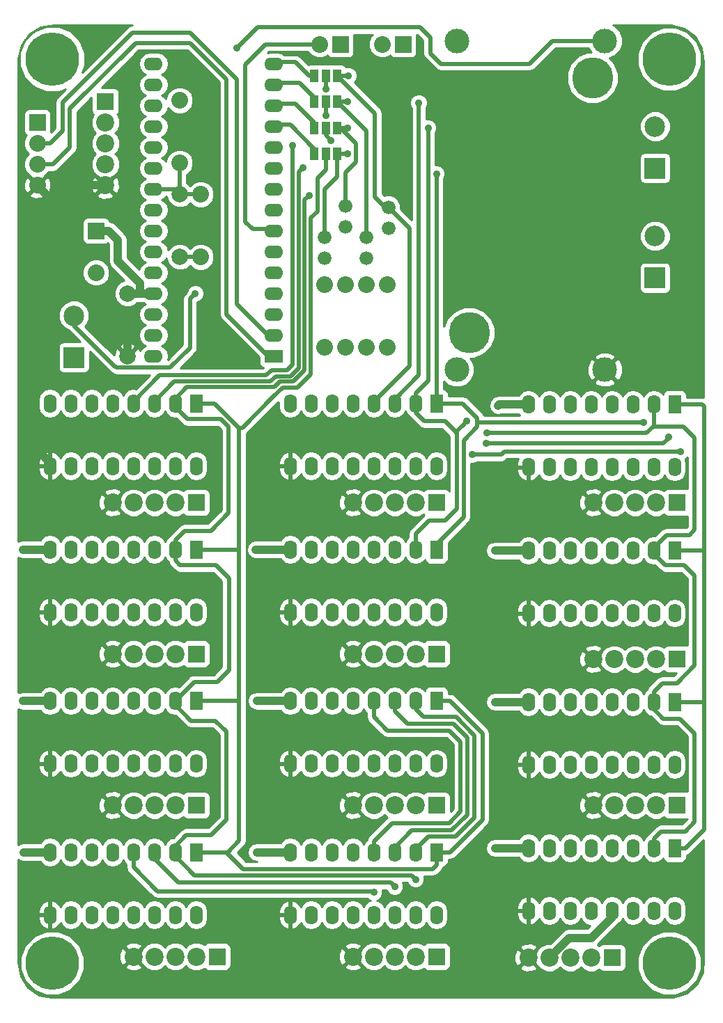
<source format=gtl>
G04 #@! TF.FileFunction,Copper,L1,Top,Signal*
%FSLAX46Y46*%
G04 Gerber Fmt 4.6, Leading zero omitted, Abs format (unit mm)*
G04 Created by KiCad (PCBNEW (2015-07-09 BZR 5913, Git 33e1797)-product) date 12/08/2015 14:46:09*
%MOMM*%
G01*
G04 APERTURE LIST*
%ADD10C,0.150000*%
%ADD11C,6.499860*%
%ADD12R,2.032000X2.032000*%
%ADD13C,2.032000*%
%ADD14C,1.676400*%
%ADD15C,3.000000*%
%ADD16C,5.000000*%
%ADD17R,2.286000X1.574800*%
%ADD18O,2.286000X1.574800*%
%ADD19R,1.000000X1.500000*%
%ADD20R,2.499360X2.499360*%
%ADD21C,2.499360*%
%ADD22R,2.100580X2.100580*%
%ADD23C,2.199640*%
%ADD24C,1.998980*%
%ADD25R,1.574800X2.286000*%
%ADD26O,1.574800X2.286000*%
%ADD27C,0.889000*%
%ADD28C,1.016000*%
%ADD29C,0.508000*%
%ADD30C,0.254000*%
G04 APERTURE END LIST*
D10*
D11*
X73205000Y46105000D03*
X148205000Y46105000D03*
X148205000Y-63895000D03*
X73205000Y-63895000D03*
D12*
X78520000Y25230000D03*
D13*
X78520000Y20150000D03*
D14*
X106305000Y24435000D03*
X106305000Y21895000D03*
X108845000Y28245000D03*
X108845000Y25705000D03*
X111385000Y24435000D03*
X111385000Y21895000D03*
X114052000Y28118000D03*
X114052000Y25578000D03*
D15*
X122365000Y48335000D03*
X140365000Y48335000D03*
X140365000Y8335000D03*
X122365000Y8335000D03*
D16*
X138865000Y43835000D03*
X123865000Y12835000D03*
D17*
X100110000Y9990000D03*
D18*
X100110000Y12530000D03*
X100110000Y15070000D03*
X100110000Y17610000D03*
X100110000Y20150000D03*
X100110000Y22690000D03*
X100110000Y25230000D03*
X100110000Y27770000D03*
X100110000Y30310000D03*
X100110000Y32850000D03*
X100110000Y35390000D03*
X100110000Y37930000D03*
X100110000Y40470000D03*
X100110000Y43010000D03*
X100110000Y45550000D03*
X85505000Y45550000D03*
X85505000Y43010000D03*
X85505000Y40470000D03*
X85505000Y37930000D03*
X85505000Y35390000D03*
X85505000Y32850000D03*
X85505000Y30310000D03*
X85505000Y27770000D03*
X85505000Y25230000D03*
X85505000Y22690000D03*
X85505000Y20150000D03*
X85505000Y17610000D03*
X85505000Y15070000D03*
X85505000Y12530000D03*
X85505000Y9990000D03*
D19*
X107829000Y34595000D03*
X106432000Y34595000D03*
X105035000Y34595000D03*
X107829000Y40945000D03*
X106432000Y40945000D03*
X105035000Y40945000D03*
X107829000Y37770000D03*
X106432000Y37770000D03*
X105035000Y37770000D03*
X107829000Y44120000D03*
X106432000Y44120000D03*
X105035000Y44120000D03*
D20*
X75825000Y9830000D03*
D21*
X75825000Y14910000D03*
D20*
X146465000Y32850000D03*
D21*
X146465000Y37930000D03*
D12*
X71380000Y38405000D03*
D13*
X71380000Y35865000D03*
X71380000Y33325000D03*
X71380000Y30785000D03*
D22*
X79635000Y40945000D03*
D23*
X79635000Y38405000D03*
X79635000Y35865000D03*
X79635000Y33325000D03*
X79635000Y30785000D03*
D22*
X149104000Y-7823000D03*
D23*
X146564000Y-7823000D03*
X144024000Y-7823000D03*
X141484000Y-7823000D03*
X138944000Y-7823000D03*
D22*
X149104000Y-26873000D03*
D23*
X146564000Y-26873000D03*
X144024000Y-26873000D03*
X141484000Y-26873000D03*
X138944000Y-26873000D03*
D22*
X149104000Y-44653000D03*
D23*
X146564000Y-44653000D03*
X144024000Y-44653000D03*
X141484000Y-44653000D03*
X138944000Y-44653000D03*
D22*
X141230000Y-63195000D03*
D23*
X138690000Y-63195000D03*
X136150000Y-63195000D03*
X133610000Y-63195000D03*
X131070000Y-63195000D03*
D22*
X119894000Y-7823000D03*
D23*
X117354000Y-7823000D03*
X114814000Y-7823000D03*
X112274000Y-7823000D03*
X109734000Y-7823000D03*
D22*
X119894000Y-26238000D03*
D23*
X117354000Y-26238000D03*
X114814000Y-26238000D03*
X112274000Y-26238000D03*
X109734000Y-26238000D03*
D22*
X119894000Y-44653000D03*
D23*
X117354000Y-44653000D03*
X114814000Y-44653000D03*
X112274000Y-44653000D03*
X109734000Y-44653000D03*
D22*
X119894000Y-63068000D03*
D23*
X117354000Y-63068000D03*
X114814000Y-63068000D03*
X112274000Y-63068000D03*
X109734000Y-63068000D03*
D22*
X90684000Y-7823000D03*
D23*
X88144000Y-7823000D03*
X85604000Y-7823000D03*
X83064000Y-7823000D03*
X80524000Y-7823000D03*
D22*
X90684000Y-26238000D03*
D23*
X88144000Y-26238000D03*
X85604000Y-26238000D03*
X83064000Y-26238000D03*
X80524000Y-26238000D03*
D22*
X90684000Y-44653000D03*
D23*
X88144000Y-44653000D03*
X85604000Y-44653000D03*
X83064000Y-44653000D03*
X80524000Y-44653000D03*
D22*
X93224000Y-63068000D03*
D23*
X90684000Y-63068000D03*
X88144000Y-63068000D03*
X85604000Y-63068000D03*
X83064000Y-63068000D03*
D20*
X146465000Y19515000D03*
D21*
X146465000Y24595000D03*
D13*
X106305000Y18720000D03*
X106305000Y11100000D03*
X108845000Y18720000D03*
X108845000Y11100000D03*
X111385000Y18720000D03*
X111385000Y11100000D03*
X113925000Y18720000D03*
X113925000Y11100000D03*
D24*
X82330000Y17610000D03*
X82330000Y9990000D03*
D25*
X148850000Y4115000D03*
D26*
X146310000Y4115000D03*
X143770000Y4115000D03*
X141230000Y4115000D03*
X138690000Y4115000D03*
X136150000Y4115000D03*
X133610000Y4115000D03*
X131070000Y4115000D03*
X131070000Y-3505000D03*
X133610000Y-3505000D03*
X136150000Y-3505000D03*
X138690000Y-3505000D03*
X141230000Y-3505000D03*
X143770000Y-3505000D03*
X146310000Y-3505000D03*
X148850000Y-3505000D03*
D25*
X148850000Y-13665000D03*
D26*
X146310000Y-13665000D03*
X143770000Y-13665000D03*
X141230000Y-13665000D03*
X138690000Y-13665000D03*
X136150000Y-13665000D03*
X133610000Y-13665000D03*
X131070000Y-13665000D03*
X131070000Y-21285000D03*
X133610000Y-21285000D03*
X136150000Y-21285000D03*
X138690000Y-21285000D03*
X141230000Y-21285000D03*
X143770000Y-21285000D03*
X146310000Y-21285000D03*
X148850000Y-21285000D03*
D25*
X148850000Y-32080000D03*
D26*
X146310000Y-32080000D03*
X143770000Y-32080000D03*
X141230000Y-32080000D03*
X138690000Y-32080000D03*
X136150000Y-32080000D03*
X133610000Y-32080000D03*
X131070000Y-32080000D03*
X131070000Y-39700000D03*
X133610000Y-39700000D03*
X136150000Y-39700000D03*
X138690000Y-39700000D03*
X141230000Y-39700000D03*
X143770000Y-39700000D03*
X146310000Y-39700000D03*
X148850000Y-39700000D03*
D25*
X148850000Y-49860000D03*
D26*
X146310000Y-49860000D03*
X143770000Y-49860000D03*
X141230000Y-49860000D03*
X138690000Y-49860000D03*
X136150000Y-49860000D03*
X133610000Y-49860000D03*
X131070000Y-49860000D03*
X131070000Y-57480000D03*
X133610000Y-57480000D03*
X136150000Y-57480000D03*
X138690000Y-57480000D03*
X141230000Y-57480000D03*
X143770000Y-57480000D03*
X146310000Y-57480000D03*
X148850000Y-57480000D03*
D25*
X119894000Y4242000D03*
D26*
X117354000Y4242000D03*
X114814000Y4242000D03*
X112274000Y4242000D03*
X109734000Y4242000D03*
X107194000Y4242000D03*
X104654000Y4242000D03*
X102114000Y4242000D03*
X102114000Y-3378000D03*
X104654000Y-3378000D03*
X107194000Y-3378000D03*
X109734000Y-3378000D03*
X112274000Y-3378000D03*
X114814000Y-3378000D03*
X117354000Y-3378000D03*
X119894000Y-3378000D03*
D25*
X119894000Y-13538000D03*
D26*
X117354000Y-13538000D03*
X114814000Y-13538000D03*
X112274000Y-13538000D03*
X109734000Y-13538000D03*
X107194000Y-13538000D03*
X104654000Y-13538000D03*
X102114000Y-13538000D03*
X102114000Y-21158000D03*
X104654000Y-21158000D03*
X107194000Y-21158000D03*
X109734000Y-21158000D03*
X112274000Y-21158000D03*
X114814000Y-21158000D03*
X117354000Y-21158000D03*
X119894000Y-21158000D03*
D25*
X119894000Y-31953000D03*
D26*
X117354000Y-31953000D03*
X114814000Y-31953000D03*
X112274000Y-31953000D03*
X109734000Y-31953000D03*
X107194000Y-31953000D03*
X104654000Y-31953000D03*
X102114000Y-31953000D03*
X102114000Y-39573000D03*
X104654000Y-39573000D03*
X107194000Y-39573000D03*
X109734000Y-39573000D03*
X112274000Y-39573000D03*
X114814000Y-39573000D03*
X117354000Y-39573000D03*
X119894000Y-39573000D03*
D25*
X119894000Y-50368000D03*
D26*
X117354000Y-50368000D03*
X114814000Y-50368000D03*
X112274000Y-50368000D03*
X109734000Y-50368000D03*
X107194000Y-50368000D03*
X104654000Y-50368000D03*
X102114000Y-50368000D03*
X102114000Y-57988000D03*
X104654000Y-57988000D03*
X107194000Y-57988000D03*
X109734000Y-57988000D03*
X112274000Y-57988000D03*
X114814000Y-57988000D03*
X117354000Y-57988000D03*
X119894000Y-57988000D03*
D25*
X90684000Y4242000D03*
D26*
X88144000Y4242000D03*
X85604000Y4242000D03*
X83064000Y4242000D03*
X80524000Y4242000D03*
X77984000Y4242000D03*
X75444000Y4242000D03*
X72904000Y4242000D03*
X72904000Y-3378000D03*
X75444000Y-3378000D03*
X77984000Y-3378000D03*
X80524000Y-3378000D03*
X83064000Y-3378000D03*
X85604000Y-3378000D03*
X88144000Y-3378000D03*
X90684000Y-3378000D03*
D25*
X90684000Y-13538000D03*
D26*
X88144000Y-13538000D03*
X85604000Y-13538000D03*
X83064000Y-13538000D03*
X80524000Y-13538000D03*
X77984000Y-13538000D03*
X75444000Y-13538000D03*
X72904000Y-13538000D03*
X72904000Y-21158000D03*
X75444000Y-21158000D03*
X77984000Y-21158000D03*
X80524000Y-21158000D03*
X83064000Y-21158000D03*
X85604000Y-21158000D03*
X88144000Y-21158000D03*
X90684000Y-21158000D03*
D25*
X90684000Y-31953000D03*
D26*
X88144000Y-31953000D03*
X85604000Y-31953000D03*
X83064000Y-31953000D03*
X80524000Y-31953000D03*
X77984000Y-31953000D03*
X75444000Y-31953000D03*
X72904000Y-31953000D03*
X72904000Y-39573000D03*
X75444000Y-39573000D03*
X77984000Y-39573000D03*
X80524000Y-39573000D03*
X83064000Y-39573000D03*
X85604000Y-39573000D03*
X88144000Y-39573000D03*
X90684000Y-39573000D03*
D25*
X90684000Y-50368000D03*
D26*
X88144000Y-50368000D03*
X85604000Y-50368000D03*
X83064000Y-50368000D03*
X80524000Y-50368000D03*
X77984000Y-50368000D03*
X75444000Y-50368000D03*
X72904000Y-50368000D03*
X72904000Y-57988000D03*
X75444000Y-57988000D03*
X77984000Y-57988000D03*
X80524000Y-57988000D03*
X83064000Y-57988000D03*
X85604000Y-57988000D03*
X88144000Y-57988000D03*
X90684000Y-57988000D03*
D12*
X115830000Y47930000D03*
D13*
X113290000Y47930000D03*
D12*
X108210000Y47930000D03*
D13*
X105670000Y47930000D03*
X88680000Y41105000D03*
X88680000Y33485000D03*
X91220000Y29675000D03*
X91220000Y22055000D03*
D24*
X88680000Y22055000D03*
X88680000Y29675000D03*
D27*
X145103500Y1956000D03*
X109124400Y34620400D03*
X119894000Y32182000D03*
X109073600Y37770000D03*
X123577000Y2083000D03*
X125990000Y622500D03*
X118878000Y37770000D03*
X109073600Y40919600D03*
X148088000Y178000D03*
X125926500Y-647500D03*
X117735000Y40818000D03*
X109175200Y44120000D03*
X124212000Y-1981000D03*
X149548500Y-1600000D03*
X117354000Y-53670000D03*
X104400000Y29515000D03*
X107067000Y36246000D03*
X114814000Y-54559000D03*
X103638000Y32944000D03*
X106432000Y39294000D03*
X112274000Y-55257500D03*
X102368000Y35611000D03*
X106432000Y42469000D03*
X95665000Y47455000D03*
X127387000Y3988000D03*
X127006000Y-49860000D03*
X127006000Y-32080000D03*
X127006000Y-13665000D03*
X98050000Y-50368000D03*
X98050000Y-31953000D03*
X97923000Y-13538000D03*
X69729000Y-50368000D03*
X69602000Y-13538000D03*
X69602000Y-31953000D03*
X90585000Y17610000D03*
D28*
X70646000Y18880000D02*
X70646000Y25357000D01*
X70646000Y25357000D02*
X71154000Y25865000D01*
X71154000Y25865000D02*
X76074000Y30785000D01*
X71380000Y30785000D02*
X71380000Y30719000D01*
X71380000Y30719000D02*
X73694000Y28405000D01*
X71154000Y25865000D02*
X73694000Y28405000D01*
X73694000Y28405000D02*
X76074000Y30785000D01*
X70646000Y18880000D02*
X75980000Y18880000D01*
X82330000Y12530000D02*
X82330000Y9990000D01*
X75980000Y18880000D02*
X82330000Y12530000D01*
D29*
X70646000Y18880000D02*
X70618000Y18880000D01*
D28*
X72904000Y-2997000D02*
X70618000Y-711000D01*
X70618000Y-711000D02*
X70618000Y18880000D01*
X72904000Y-3378000D02*
X72904000Y-2997000D01*
X78111000Y30785000D02*
X79635000Y30785000D01*
X76074000Y30785000D02*
X78111000Y30785000D01*
D29*
X106305000Y30277000D02*
X107829000Y31801000D01*
X107829000Y31801000D02*
X107829000Y34595000D01*
X106305000Y24435000D02*
X106305000Y30277000D01*
X152406000Y-13665000D02*
X152406000Y-30556000D01*
X152152000Y4115000D02*
X152406000Y3861000D01*
X152406000Y-9093000D02*
X152406000Y-13665000D01*
X152406000Y3861000D02*
X152406000Y-9093000D01*
X148850000Y4115000D02*
X152152000Y4115000D01*
X152406000Y-47574000D02*
X150120000Y-49860000D01*
X150120000Y-49860000D02*
X148850000Y-49860000D01*
X152406000Y-32080000D02*
X152406000Y-47574000D01*
X152406000Y-30556000D02*
X152406000Y-32080000D01*
X148850000Y-13665000D02*
X152406000Y-13665000D01*
X148850000Y-32080000D02*
X152406000Y-32080000D01*
X124847000Y1765500D02*
X124847000Y1384500D01*
X124847000Y2464000D02*
X124847000Y1765500D01*
X123069000Y4242000D02*
X124847000Y2464000D01*
X119894000Y-12903000D02*
X123196000Y-9601000D01*
X123196000Y-9601000D02*
X123196000Y-266500D01*
X123196000Y-266500D02*
X124847000Y1384500D01*
X119894000Y-13538000D02*
X119894000Y-12903000D01*
X124847000Y1892500D02*
X124847000Y1765500D01*
X124847000Y2464000D02*
X124847000Y1892500D01*
X123069000Y4242000D02*
X124847000Y2464000D01*
X119894000Y4242000D02*
X123069000Y4242000D01*
X145040000Y1892500D02*
X145103500Y1956000D01*
X124847000Y1892500D02*
X145040000Y1892500D01*
X109124400Y34620400D02*
X109099000Y34595000D01*
X109099000Y34595000D02*
X107829000Y34595000D01*
X119894000Y4242000D02*
X119894000Y32182000D01*
X109073600Y37770000D02*
X107829000Y37770000D01*
X108845000Y32309000D02*
X110115000Y33579000D01*
X110115000Y33579000D02*
X110115000Y35865000D01*
X110115000Y35865000D02*
X108210000Y37770000D01*
X108210000Y37770000D02*
X107829000Y37770000D01*
X108845000Y28245000D02*
X108845000Y32309000D01*
X151263000Y-20269000D02*
X151263000Y-27381000D01*
X151263000Y-46685000D02*
X150120000Y-47828000D01*
X150120000Y-47828000D02*
X147199000Y-47828000D01*
X147199000Y-47828000D02*
X146310000Y-48717000D01*
X146310000Y-48717000D02*
X146310000Y-49860000D01*
X151263000Y-35890000D02*
X151263000Y-46685000D01*
X151263000Y-11125000D02*
X151263000Y-8204000D01*
X150628000Y-11760000D02*
X151263000Y-11125000D01*
X147834000Y-11760000D02*
X150628000Y-11760000D01*
X146310000Y-13284000D02*
X147834000Y-11760000D01*
X151263000Y-5664000D02*
X151263000Y-8204000D01*
X150945500Y368500D02*
X151263000Y51000D01*
X151263000Y51000D02*
X151263000Y-5664000D01*
X146310000Y-13665000D02*
X146310000Y-13284000D01*
X146310000Y-14046000D02*
X147707000Y-15443000D01*
X147707000Y-15443000D02*
X149993000Y-15443000D01*
X149993000Y-15443000D02*
X151263000Y-16713000D01*
X151263000Y-16713000D02*
X151263000Y-20269000D01*
X146310000Y-13665000D02*
X146310000Y-14046000D01*
X151263000Y-27635000D02*
X149104000Y-29794000D01*
X149104000Y-29794000D02*
X147326000Y-29794000D01*
X147326000Y-29794000D02*
X146310000Y-30810000D01*
X146310000Y-30810000D02*
X146310000Y-32080000D01*
X151263000Y-27381000D02*
X151263000Y-27635000D01*
X146310000Y-32969000D02*
X147453000Y-34112000D01*
X147453000Y-34112000D02*
X149485000Y-34112000D01*
X149485000Y-34112000D02*
X151263000Y-35890000D01*
X146310000Y-32080000D02*
X146310000Y-32969000D01*
X118370000Y2083000D02*
X117354000Y3099000D01*
X120910000Y2083000D02*
X118370000Y2083000D01*
X117354000Y3099000D02*
X117354000Y4242000D01*
X122370500Y622500D02*
X120910000Y2083000D01*
X122370500Y-8585000D02*
X122370500Y622500D01*
X120973500Y-9982000D02*
X122370500Y-8585000D01*
X119005000Y-9982000D02*
X120973500Y-9982000D01*
X117354000Y-11633000D02*
X119005000Y-9982000D01*
X117354000Y-13538000D02*
X117354000Y-11633000D01*
X122243500Y749500D02*
X122370500Y622500D01*
X123577000Y2083000D02*
X123196000Y1702000D01*
X144532000Y622500D02*
X125990000Y622500D01*
X123196000Y1702000D02*
X122243500Y749500D01*
X146310000Y4115000D02*
X146310000Y1511500D01*
X146246500Y1448000D02*
X146310000Y1511500D01*
X145421000Y622500D02*
X146246500Y1448000D01*
X144532000Y622500D02*
X145421000Y622500D01*
X149866000Y1448000D02*
X150945500Y368500D01*
X146246500Y1448000D02*
X149866000Y1448000D01*
X117354000Y5512000D02*
X118878000Y7036000D01*
X118878000Y7036000D02*
X118878000Y37770000D01*
X117354000Y4242000D02*
X117354000Y5512000D01*
X109073600Y40919600D02*
X109048200Y40945000D01*
X109048200Y40945000D02*
X107829000Y40945000D01*
X111385000Y37389000D02*
X107829000Y40945000D01*
X111385000Y24435000D02*
X111385000Y37389000D01*
X148088000Y-12500D02*
X148088000Y178000D01*
X147453000Y-647500D02*
X148088000Y-12500D01*
X145802000Y-647500D02*
X147453000Y-647500D01*
X130498500Y-647500D02*
X145802000Y-647500D01*
X125926500Y-647500D02*
X130498500Y-647500D01*
X114814000Y4750000D02*
X117735000Y7671000D01*
X117735000Y7671000D02*
X117735000Y40818000D01*
X114814000Y4242000D02*
X114814000Y4750000D01*
X109175200Y44120000D02*
X107829000Y44120000D01*
X112401000Y39548000D02*
X107829000Y44120000D01*
X112401000Y29388000D02*
X112401000Y39548000D01*
X113671000Y28118000D02*
X112401000Y29388000D01*
X114052000Y28118000D02*
X113671000Y28118000D01*
X124212000Y-1981000D02*
X127768000Y-1981000D01*
X127768000Y-1981000D02*
X128149000Y-1600000D01*
X128149000Y-1600000D02*
X149548500Y-1600000D01*
X112274000Y4496000D02*
X116592000Y8814000D01*
X116592000Y8814000D02*
X116592000Y25578000D01*
X116592000Y25578000D02*
X114052000Y28118000D01*
X112274000Y4242000D02*
X112274000Y4496000D01*
X94367000Y-50368000D02*
X96399000Y-52400000D01*
X96399000Y-52400000D02*
X119449500Y-52400000D01*
X119449500Y-52400000D02*
X119894000Y-51955500D01*
X119894000Y-51955500D02*
X119894000Y-50368000D01*
X90684000Y-50368000D02*
X94367000Y-50368000D01*
X121545000Y-31953000D02*
X125482000Y-35890000D01*
X125482000Y-35890000D02*
X125482000Y-46431000D01*
X125482000Y-46431000D02*
X121545000Y-50368000D01*
X121545000Y-50368000D02*
X119894000Y-50368000D01*
X119894000Y-31953000D02*
X121545000Y-31953000D01*
X94494000Y-50368000D02*
X95891000Y-48971000D01*
X95891000Y-13728500D02*
X95891000Y1260040D01*
X95891000Y-31953000D02*
X95891000Y-13728500D01*
X95891000Y-48971000D02*
X95891000Y-31953000D01*
X94367000Y-50368000D02*
X94494000Y-50368000D01*
X95700500Y-13538000D02*
X95891000Y-13728500D01*
X90684000Y-13538000D02*
X95700500Y-13538000D01*
X90684000Y-31953000D02*
X95891000Y-31953000D01*
X92909040Y4242000D02*
X95891000Y1260040D01*
X90684000Y4242000D02*
X92909040Y4242000D01*
X96282160Y1260040D02*
X100046440Y5024320D01*
X106432000Y32608720D02*
X106432000Y34595000D01*
X95891000Y1260040D02*
X96282160Y1260040D01*
X100066760Y5024320D02*
X101199600Y6157160D01*
X101199600Y6157160D02*
X102952200Y6157160D01*
X102952200Y6157160D02*
X104593040Y7798000D01*
X104593040Y7798000D02*
X104593040Y25705000D01*
X105416000Y31592720D02*
X106432000Y32608720D01*
X100046440Y5024320D02*
X100066760Y5024320D01*
X104593040Y26787040D02*
X105416000Y27610000D01*
X105416000Y27610000D02*
X105416000Y31592720D01*
X104593040Y25705000D02*
X104593040Y26787040D01*
X116846000Y-53162000D02*
X117354000Y-53670000D01*
X90493500Y-53162000D02*
X116846000Y-53162000D01*
X88144000Y-50812500D02*
X90493500Y-53162000D01*
X88144000Y-50368000D02*
X88144000Y-50812500D01*
X117354000Y-49987000D02*
X118878000Y-48463000D01*
X118878000Y-48463000D02*
X122243500Y-48463000D01*
X122243500Y-48463000D02*
X124529500Y-46177000D01*
X124529500Y-46177000D02*
X124529500Y-36144000D01*
X124529500Y-36144000D02*
X122307000Y-33921500D01*
X122307000Y-33921500D02*
X118306500Y-33921500D01*
X118306500Y-33921500D02*
X117354000Y-32969000D01*
X117354000Y-32969000D02*
X117354000Y-31953000D01*
X117354000Y-50368000D02*
X117354000Y-49987000D01*
X88144000Y3797500D02*
X89604500Y2337000D01*
X89604500Y2337000D02*
X93668500Y2337000D01*
X93668500Y2337000D02*
X94621000Y1384500D01*
X94621000Y1384500D02*
X94621000Y-9093000D01*
X94621000Y-9093000D02*
X92462000Y-11252000D01*
X92462000Y-11252000D02*
X89287000Y-11252000D01*
X89287000Y-11252000D02*
X88144000Y-12395000D01*
X88144000Y-12395000D02*
X88144000Y-13538000D01*
X88144000Y4242000D02*
X88144000Y3797500D01*
X88144000Y-14871500D02*
X88715500Y-15443000D01*
X88715500Y-15443000D02*
X93097000Y-15443000D01*
X93097000Y-15443000D02*
X94684500Y-17030500D01*
X94684500Y-17030500D02*
X94684500Y-28206500D01*
X94684500Y-28206500D02*
X93224000Y-29667000D01*
X93224000Y-29667000D02*
X90430000Y-29667000D01*
X90430000Y-29667000D02*
X88144000Y-31953000D01*
X88144000Y-13538000D02*
X88144000Y-14871500D01*
X88144000Y-32461000D02*
X90049000Y-34366000D01*
X90049000Y-34366000D02*
X93033500Y-34366000D01*
X93033500Y-34366000D02*
X94367000Y-35699500D01*
X94367000Y-35699500D02*
X94367000Y-46431000D01*
X88144000Y-31953000D02*
X88144000Y-32461000D01*
X88144000Y-49606000D02*
X89477500Y-48272500D01*
X89477500Y-48272500D02*
X92525500Y-48272500D01*
X92525500Y-48272500D02*
X94367000Y-46431000D01*
X88144000Y-50368000D02*
X88144000Y-49606000D01*
X88144000Y4826200D02*
X89525760Y6207960D01*
X89525760Y6207960D02*
X98735800Y6207960D01*
X88144000Y4242000D02*
X88144000Y4826200D01*
X100168360Y6207960D02*
X100844000Y6883600D01*
X100844000Y6883600D02*
X102520400Y6883600D01*
X102520400Y6883600D02*
X103866600Y8229800D01*
X103866600Y8229800D02*
X103866600Y26213000D01*
X98735800Y6207960D02*
X100168360Y6207960D01*
X103866600Y28981600D02*
X104400000Y29515000D01*
X107067000Y36246000D02*
X106432000Y36881000D01*
X106432000Y36881000D02*
X106432000Y37770000D01*
X103866600Y26213000D02*
X103866600Y28981600D01*
X85604000Y-51130000D02*
X88525000Y-54051000D01*
X88525000Y-54051000D02*
X114306000Y-54051000D01*
X114306000Y-54051000D02*
X114814000Y-54559000D01*
X85604000Y-50368000D02*
X85604000Y-51130000D01*
X114814000Y-33223000D02*
X116338000Y-34747000D01*
X116338000Y-34747000D02*
X121926000Y-34747000D01*
X121926000Y-34747000D02*
X123640500Y-36461500D01*
X123640500Y-36461500D02*
X123640500Y-45796000D01*
X123640500Y-45796000D02*
X121735500Y-47701000D01*
X121735500Y-47701000D02*
X116909500Y-47701000D01*
X116909500Y-47701000D02*
X114814000Y-49796500D01*
X114814000Y-49796500D02*
X114814000Y-50368000D01*
X114814000Y-31953000D02*
X114814000Y-33223000D01*
X85604000Y4496000D02*
X88017000Y6909000D01*
X88017000Y6909000D02*
X99701000Y6909000D01*
X99701000Y6909000D02*
X100336000Y7544000D01*
X100336000Y7544000D02*
X102114000Y7544000D01*
X102114000Y7544000D02*
X103130000Y8560000D01*
X103130000Y9957000D02*
X103130000Y10211000D01*
X103130000Y8560000D02*
X103130000Y9957000D01*
X85604000Y4242000D02*
X85604000Y4496000D01*
X103130000Y32436000D02*
X103638000Y32944000D01*
X106432000Y39294000D02*
X106432000Y40945000D01*
X103130000Y9957000D02*
X103130000Y32436000D01*
X83064000Y-52209500D02*
X85985000Y-55130500D01*
X85985000Y-55130500D02*
X112147000Y-55130500D01*
X112147000Y-55130500D02*
X112274000Y-55257500D01*
X83064000Y-50368000D02*
X83064000Y-52209500D01*
X112274000Y-49034500D02*
X114496500Y-46812000D01*
X114496500Y-46812000D02*
X121418000Y-46812000D01*
X121418000Y-46812000D02*
X122815000Y-45415000D01*
X122815000Y-45415000D02*
X122815000Y-36906000D01*
X122815000Y-36906000D02*
X121481500Y-35572500D01*
X121481500Y-35572500D02*
X113925000Y-35572500D01*
X113925000Y-35572500D02*
X112274000Y-33921500D01*
X112274000Y-33921500D02*
X112274000Y-31953000D01*
X112274000Y-50368000D02*
X112274000Y-49034500D01*
X106432000Y42469000D02*
X106432000Y44120000D01*
X83064000Y4242000D02*
X83064000Y4496000D01*
X102368000Y8941000D02*
X102368000Y12370000D01*
X101733000Y8306000D02*
X102368000Y8941000D01*
X99828000Y8306000D02*
X101733000Y8306000D01*
X99193000Y7671000D02*
X99828000Y8306000D01*
X86239000Y7671000D02*
X99193000Y7671000D01*
X83064000Y4496000D02*
X86239000Y7671000D01*
X102368000Y12370000D02*
X102368000Y35611000D01*
X95665000Y47455000D02*
X98205000Y49995000D01*
X98205000Y49995000D02*
X117890000Y49995000D01*
X117890000Y49995000D02*
X119160000Y48725000D01*
X119160000Y48725000D02*
X119160000Y46820000D01*
X119160000Y46820000D02*
X120430000Y45550000D01*
X120430000Y45550000D02*
X131225000Y45550000D01*
X131225000Y45550000D02*
X134010000Y48335000D01*
X134010000Y48335000D02*
X140365000Y48335000D01*
X88680000Y22055000D02*
X91220000Y22055000D01*
D28*
X127514000Y4115000D02*
X127387000Y3988000D01*
X131070000Y4115000D02*
X127514000Y4115000D01*
X131070000Y-49860000D02*
X127006000Y-49860000D01*
X131070000Y-32080000D02*
X127006000Y-32080000D01*
X131070000Y-13665000D02*
X127006000Y-13665000D01*
X98050000Y-50368000D02*
X102114000Y-50368000D01*
X102114000Y-31953000D02*
X98050000Y-31953000D01*
X102114000Y-13538000D02*
X97923000Y-13538000D01*
X72904000Y-50368000D02*
X69729000Y-50368000D01*
X72904000Y-13538000D02*
X69602000Y-13538000D01*
X72904000Y-31953000D02*
X69602000Y-31953000D01*
X83854000Y17610000D02*
X83854000Y18880000D01*
X80044000Y25230000D02*
X78520000Y25230000D01*
X81187000Y24087000D02*
X80044000Y25230000D01*
X81187000Y21547000D02*
X81187000Y24087000D01*
X83854000Y18880000D02*
X81187000Y21547000D01*
X85505000Y17610000D02*
X83854000Y17610000D01*
X83854000Y17610000D02*
X82330000Y17610000D01*
X141230000Y-58242000D02*
X138690000Y-60782000D01*
X138690000Y-60782000D02*
X136023000Y-60782000D01*
X141230000Y-57480000D02*
X141230000Y-58242000D01*
X133610000Y-63195000D02*
X136023000Y-60782000D01*
D29*
X100110000Y9990000D02*
X99475000Y9990000D01*
X99475000Y9990000D02*
X94395000Y15070000D01*
X94395000Y15070000D02*
X94395000Y43645000D01*
X94395000Y43645000D02*
X89950000Y48090000D01*
X89950000Y48090000D02*
X83351000Y48090000D01*
X83351000Y48090000D02*
X75345000Y40084000D01*
X75345000Y40084000D02*
X75345000Y35385000D01*
X75345000Y35385000D02*
X73285000Y33325000D01*
X73285000Y33325000D02*
X71380000Y33325000D01*
X71380000Y33325000D02*
X73285000Y33325000D01*
X100110000Y12530000D02*
X99475000Y12530000D01*
X99475000Y12530000D02*
X95665000Y16340000D01*
X95665000Y16340000D02*
X95665000Y43645000D01*
X95665000Y43645000D02*
X89950000Y49360000D01*
X89950000Y49360000D02*
X82965000Y49360000D01*
X82965000Y49360000D02*
X74428000Y40823000D01*
X74428000Y40823000D02*
X74428000Y37389000D01*
X74428000Y37389000D02*
X72904000Y35865000D01*
X72904000Y35865000D02*
X71380000Y35865000D01*
X74428000Y37389000D02*
X72904000Y35865000D01*
X72904000Y35865000D02*
X71380000Y35865000D01*
X89950000Y11006000D02*
X87537000Y8593000D01*
X89950000Y16975000D02*
X89950000Y11006000D01*
X90585000Y17610000D02*
X89950000Y16975000D01*
X75825000Y14910000D02*
X75825000Y13701000D01*
X75825000Y13701000D02*
X80806000Y8720000D01*
X81060000Y8593000D02*
X87537000Y8593000D01*
X80933000Y8720000D02*
X81060000Y8593000D01*
X80806000Y8720000D02*
X80933000Y8720000D01*
X99129500Y47930000D02*
X96653000Y45453500D01*
X96653000Y45453500D02*
X96653000Y26340000D01*
X96653000Y26340000D02*
X97542000Y25451000D01*
X97542000Y25451000D02*
X100082000Y25451000D01*
X105670000Y47930000D02*
X99129500Y47930000D01*
X105035000Y35230000D02*
X102114000Y38151000D01*
X102114000Y38151000D02*
X100082000Y38151000D01*
X105035000Y34595000D02*
X105035000Y35230000D01*
X105035000Y38405000D02*
X102749000Y40691000D01*
X102749000Y40691000D02*
X100082000Y40691000D01*
X105035000Y37770000D02*
X105035000Y38405000D01*
X105035000Y41453000D02*
X103257000Y43231000D01*
X103257000Y43231000D02*
X100082000Y43231000D01*
X105035000Y40945000D02*
X105035000Y41453000D01*
X104400000Y44120000D02*
X102749000Y45771000D01*
X102749000Y45771000D02*
X100082000Y45771000D01*
X105035000Y44120000D02*
X104400000Y44120000D01*
X88680000Y29675000D02*
X88680000Y33485000D01*
X88680000Y29675000D02*
X91220000Y29675000D01*
X85505000Y30310000D02*
X88045000Y30310000D01*
X88045000Y30310000D02*
X88680000Y29675000D01*
D30*
G36*
X150374000Y-6169331D02*
X150154290Y-6125270D01*
X148053710Y-6125270D01*
X147811587Y-6172247D01*
X147598783Y-6312037D01*
X147561733Y-6366926D01*
X147547980Y-6353149D01*
X146910591Y-6088482D01*
X146220437Y-6087880D01*
X145582587Y-6351434D01*
X145293924Y-6639593D01*
X145007980Y-6353149D01*
X144370591Y-6088482D01*
X143680437Y-6087880D01*
X143042587Y-6351434D01*
X142753924Y-6639593D01*
X142467980Y-6353149D01*
X141830591Y-6088482D01*
X141140437Y-6087880D01*
X140502587Y-6351434D01*
X140014149Y-6839020D01*
X139947801Y-6998804D01*
X139123605Y-7823000D01*
X139947243Y-8646638D01*
X140012434Y-8804413D01*
X140500020Y-9292851D01*
X141137409Y-9557518D01*
X141827563Y-9558120D01*
X142465413Y-9294566D01*
X142754076Y-9006407D01*
X143040020Y-9292851D01*
X143677409Y-9557518D01*
X144367563Y-9558120D01*
X145005413Y-9294566D01*
X145294076Y-9006407D01*
X145580020Y-9292851D01*
X146217409Y-9557518D01*
X146907563Y-9558120D01*
X147545413Y-9294566D01*
X147560825Y-9279181D01*
X147593037Y-9328217D01*
X147804070Y-9470667D01*
X148053710Y-9520730D01*
X150154290Y-9520730D01*
X150374000Y-9478102D01*
X150374000Y-10756764D01*
X150259764Y-10871000D01*
X147834000Y-10871000D01*
X147493794Y-10938671D01*
X147205382Y-11131382D01*
X146455629Y-11881135D01*
X146310000Y-11852167D01*
X145765671Y-11960441D01*
X145304211Y-12268778D01*
X145040000Y-12664199D01*
X144775789Y-12268778D01*
X144314329Y-11960441D01*
X143770000Y-11852167D01*
X143225671Y-11960441D01*
X142764211Y-12268778D01*
X142500000Y-12664199D01*
X142235789Y-12268778D01*
X141774329Y-11960441D01*
X141230000Y-11852167D01*
X140685671Y-11960441D01*
X140224211Y-12268778D01*
X139960000Y-12664199D01*
X139695789Y-12268778D01*
X139234329Y-11960441D01*
X138690000Y-11852167D01*
X138145671Y-11960441D01*
X137684211Y-12268778D01*
X137420000Y-12664199D01*
X137155789Y-12268778D01*
X136694329Y-11960441D01*
X136150000Y-11852167D01*
X135605671Y-11960441D01*
X135144211Y-12268778D01*
X134880000Y-12664199D01*
X134615789Y-12268778D01*
X134154329Y-11960441D01*
X133610000Y-11852167D01*
X133065671Y-11960441D01*
X132604211Y-12268778D01*
X132340000Y-12664199D01*
X132075789Y-12268778D01*
X131614329Y-11960441D01*
X131070000Y-11852167D01*
X130525671Y-11960441D01*
X130064211Y-12268778D01*
X129895014Y-12522000D01*
X127006000Y-12522000D01*
X126568593Y-12609006D01*
X126197777Y-12856777D01*
X125950006Y-13227593D01*
X125863000Y-13665000D01*
X125950006Y-14102407D01*
X126197777Y-14473223D01*
X126568593Y-14720994D01*
X127006000Y-14808000D01*
X129895014Y-14808000D01*
X130064211Y-15061222D01*
X130525671Y-15369559D01*
X131070000Y-15477833D01*
X131614329Y-15369559D01*
X132075789Y-15061222D01*
X132340000Y-14665801D01*
X132604211Y-15061222D01*
X133065671Y-15369559D01*
X133610000Y-15477833D01*
X134154329Y-15369559D01*
X134615789Y-15061222D01*
X134880000Y-14665801D01*
X135144211Y-15061222D01*
X135605671Y-15369559D01*
X136150000Y-15477833D01*
X136694329Y-15369559D01*
X137155789Y-15061222D01*
X137420000Y-14665801D01*
X137684211Y-15061222D01*
X138145671Y-15369559D01*
X138690000Y-15477833D01*
X139234329Y-15369559D01*
X139695789Y-15061222D01*
X139960000Y-14665801D01*
X140224211Y-15061222D01*
X140685671Y-15369559D01*
X141230000Y-15477833D01*
X141774329Y-15369559D01*
X142235789Y-15061222D01*
X142500000Y-14665801D01*
X142764211Y-15061222D01*
X143225671Y-15369559D01*
X143770000Y-15477833D01*
X144314329Y-15369559D01*
X144775789Y-15061222D01*
X145040000Y-14665801D01*
X145304211Y-15061222D01*
X145765671Y-15369559D01*
X146310000Y-15477833D01*
X146455629Y-15448865D01*
X147078382Y-16071618D01*
X147366794Y-16264329D01*
X147707000Y-16332000D01*
X149624764Y-16332000D01*
X150374000Y-17081236D01*
X150374000Y-25219331D01*
X150154290Y-25175270D01*
X148053710Y-25175270D01*
X147811587Y-25222247D01*
X147598783Y-25362037D01*
X147561733Y-25416926D01*
X147547980Y-25403149D01*
X146910591Y-25138482D01*
X146220437Y-25137880D01*
X145582587Y-25401434D01*
X145293924Y-25689593D01*
X145007980Y-25403149D01*
X144370591Y-25138482D01*
X143680437Y-25137880D01*
X143042587Y-25401434D01*
X142753924Y-25689593D01*
X142467980Y-25403149D01*
X141830591Y-25138482D01*
X141140437Y-25137880D01*
X140502587Y-25401434D01*
X140014149Y-25889020D01*
X139947801Y-26048804D01*
X139123605Y-26873000D01*
X139947243Y-27696638D01*
X140012434Y-27854413D01*
X140500020Y-28342851D01*
X141137409Y-28607518D01*
X141827563Y-28608120D01*
X142465413Y-28344566D01*
X142754076Y-28056407D01*
X143040020Y-28342851D01*
X143677409Y-28607518D01*
X144367563Y-28608120D01*
X145005413Y-28344566D01*
X145294076Y-28056407D01*
X145580020Y-28342851D01*
X146217409Y-28607518D01*
X146907563Y-28608120D01*
X147545413Y-28344566D01*
X147560825Y-28329181D01*
X147593037Y-28378217D01*
X147804070Y-28520667D01*
X148053710Y-28570730D01*
X149070034Y-28570730D01*
X148735764Y-28905000D01*
X147326000Y-28905000D01*
X146985794Y-28972671D01*
X146887451Y-29038382D01*
X146697382Y-29165382D01*
X145681382Y-30181382D01*
X145488671Y-30469794D01*
X145467857Y-30574434D01*
X145304211Y-30683778D01*
X145040000Y-31079199D01*
X144775789Y-30683778D01*
X144314329Y-30375441D01*
X143770000Y-30267167D01*
X143225671Y-30375441D01*
X142764211Y-30683778D01*
X142500000Y-31079199D01*
X142235789Y-30683778D01*
X141774329Y-30375441D01*
X141230000Y-30267167D01*
X140685671Y-30375441D01*
X140224211Y-30683778D01*
X139960000Y-31079199D01*
X139695789Y-30683778D01*
X139234329Y-30375441D01*
X138690000Y-30267167D01*
X138145671Y-30375441D01*
X137684211Y-30683778D01*
X137420000Y-31079199D01*
X137155789Y-30683778D01*
X136694329Y-30375441D01*
X136150000Y-30267167D01*
X135605671Y-30375441D01*
X135144211Y-30683778D01*
X134880000Y-31079199D01*
X134615789Y-30683778D01*
X134154329Y-30375441D01*
X133610000Y-30267167D01*
X133065671Y-30375441D01*
X132604211Y-30683778D01*
X132340000Y-31079199D01*
X132075789Y-30683778D01*
X131614329Y-30375441D01*
X131070000Y-30267167D01*
X130525671Y-30375441D01*
X130064211Y-30683778D01*
X129895014Y-30937000D01*
X127006000Y-30937000D01*
X126568593Y-31024006D01*
X126197777Y-31271777D01*
X125950006Y-31642593D01*
X125863000Y-32080000D01*
X125950006Y-32517407D01*
X126197777Y-32888223D01*
X126568593Y-33135994D01*
X127006000Y-33223000D01*
X129895014Y-33223000D01*
X130064211Y-33476222D01*
X130525671Y-33784559D01*
X131070000Y-33892833D01*
X131614329Y-33784559D01*
X132075789Y-33476222D01*
X132340000Y-33080801D01*
X132604211Y-33476222D01*
X133065671Y-33784559D01*
X133610000Y-33892833D01*
X134154329Y-33784559D01*
X134615789Y-33476222D01*
X134880000Y-33080801D01*
X135144211Y-33476222D01*
X135605671Y-33784559D01*
X136150000Y-33892833D01*
X136694329Y-33784559D01*
X137155789Y-33476222D01*
X137420000Y-33080801D01*
X137684211Y-33476222D01*
X138145671Y-33784559D01*
X138690000Y-33892833D01*
X139234329Y-33784559D01*
X139695789Y-33476222D01*
X139960000Y-33080801D01*
X140224211Y-33476222D01*
X140685671Y-33784559D01*
X141230000Y-33892833D01*
X141774329Y-33784559D01*
X142235789Y-33476222D01*
X142500000Y-33080801D01*
X142764211Y-33476222D01*
X143225671Y-33784559D01*
X143770000Y-33892833D01*
X144314329Y-33784559D01*
X144775789Y-33476222D01*
X145040000Y-33080801D01*
X145304211Y-33476222D01*
X145765671Y-33784559D01*
X145893812Y-33810048D01*
X146824382Y-34740618D01*
X147112794Y-34933329D01*
X147453000Y-35001000D01*
X149116764Y-35001000D01*
X150374000Y-36258236D01*
X150374000Y-42999331D01*
X150154290Y-42955270D01*
X148053710Y-42955270D01*
X147811587Y-43002247D01*
X147598783Y-43142037D01*
X147561733Y-43196926D01*
X147547980Y-43183149D01*
X146910591Y-42918482D01*
X146220437Y-42917880D01*
X145582587Y-43181434D01*
X145293924Y-43469593D01*
X145007980Y-43183149D01*
X144370591Y-42918482D01*
X143680437Y-42917880D01*
X143042587Y-43181434D01*
X142753924Y-43469593D01*
X142467980Y-43183149D01*
X141830591Y-42918482D01*
X141140437Y-42917880D01*
X140502587Y-43181434D01*
X140014149Y-43669020D01*
X139947801Y-43828804D01*
X139123605Y-44653000D01*
X139947243Y-45476638D01*
X140012434Y-45634413D01*
X140500020Y-46122851D01*
X141137409Y-46387518D01*
X141827563Y-46388120D01*
X142465413Y-46124566D01*
X142754076Y-45836407D01*
X143040020Y-46122851D01*
X143677409Y-46387518D01*
X144367563Y-46388120D01*
X145005413Y-46124566D01*
X145294076Y-45836407D01*
X145580020Y-46122851D01*
X146217409Y-46387518D01*
X146907563Y-46388120D01*
X147545413Y-46124566D01*
X147560825Y-46109181D01*
X147593037Y-46158217D01*
X147804070Y-46300667D01*
X148053710Y-46350730D01*
X150154290Y-46350730D01*
X150374000Y-46308102D01*
X150374000Y-46316764D01*
X149751764Y-46939000D01*
X147199000Y-46939000D01*
X146858794Y-47006671D01*
X146640986Y-47152206D01*
X146570382Y-47199382D01*
X145681382Y-48088382D01*
X145532450Y-48311274D01*
X145304211Y-48463778D01*
X145040000Y-48859199D01*
X144775789Y-48463778D01*
X144314329Y-48155441D01*
X143770000Y-48047167D01*
X143225671Y-48155441D01*
X142764211Y-48463778D01*
X142500000Y-48859199D01*
X142235789Y-48463778D01*
X141774329Y-48155441D01*
X141230000Y-48047167D01*
X140685671Y-48155441D01*
X140224211Y-48463778D01*
X139960000Y-48859199D01*
X139695789Y-48463778D01*
X139234329Y-48155441D01*
X138690000Y-48047167D01*
X138145671Y-48155441D01*
X137684211Y-48463778D01*
X137420000Y-48859199D01*
X137155789Y-48463778D01*
X136694329Y-48155441D01*
X136150000Y-48047167D01*
X135605671Y-48155441D01*
X135144211Y-48463778D01*
X134880000Y-48859199D01*
X134615789Y-48463778D01*
X134154329Y-48155441D01*
X133610000Y-48047167D01*
X133065671Y-48155441D01*
X132604211Y-48463778D01*
X132340000Y-48859199D01*
X132075789Y-48463778D01*
X131614329Y-48155441D01*
X131070000Y-48047167D01*
X130525671Y-48155441D01*
X130064211Y-48463778D01*
X129895014Y-48717000D01*
X127006000Y-48717000D01*
X126568593Y-48804006D01*
X126197777Y-49051777D01*
X125950006Y-49422593D01*
X125863000Y-49860000D01*
X125950006Y-50297407D01*
X126197777Y-50668223D01*
X126568593Y-50915994D01*
X127006000Y-51003000D01*
X129895014Y-51003000D01*
X130064211Y-51256222D01*
X130525671Y-51564559D01*
X131070000Y-51672833D01*
X131614329Y-51564559D01*
X132075789Y-51256222D01*
X132340000Y-50860801D01*
X132604211Y-51256222D01*
X133065671Y-51564559D01*
X133610000Y-51672833D01*
X134154329Y-51564559D01*
X134615789Y-51256222D01*
X134880000Y-50860801D01*
X135144211Y-51256222D01*
X135605671Y-51564559D01*
X136150000Y-51672833D01*
X136694329Y-51564559D01*
X137155789Y-51256222D01*
X137420000Y-50860801D01*
X137684211Y-51256222D01*
X138145671Y-51564559D01*
X138690000Y-51672833D01*
X139234329Y-51564559D01*
X139695789Y-51256222D01*
X139960000Y-50860801D01*
X140224211Y-51256222D01*
X140685671Y-51564559D01*
X141230000Y-51672833D01*
X141774329Y-51564559D01*
X142235789Y-51256222D01*
X142500000Y-50860801D01*
X142764211Y-51256222D01*
X143225671Y-51564559D01*
X143770000Y-51672833D01*
X144314329Y-51564559D01*
X144775789Y-51256222D01*
X145040000Y-50860801D01*
X145304211Y-51256222D01*
X145765671Y-51564559D01*
X146310000Y-51672833D01*
X146854329Y-51564559D01*
X147315789Y-51256222D01*
X147430873Y-51083986D01*
X147462137Y-51245123D01*
X147601927Y-51457927D01*
X147812960Y-51600377D01*
X148062600Y-51650440D01*
X149637400Y-51650440D01*
X149879523Y-51603463D01*
X150092327Y-51463673D01*
X150234777Y-51252640D01*
X150284840Y-51003000D01*
X150284840Y-50716211D01*
X150460206Y-50681329D01*
X150748618Y-50488618D01*
X152370500Y-48866736D01*
X152370500Y-63260571D01*
X152249729Y-65012174D01*
X151528311Y-66462648D01*
X150306733Y-67526638D01*
X148743146Y-68051500D01*
X73059000Y-68051500D01*
X73014724Y-68060307D01*
X71603012Y-67760876D01*
X70260036Y-66838729D01*
X69372177Y-65472839D01*
X69221974Y-64664370D01*
X69319397Y-64664370D01*
X69909596Y-66092761D01*
X71001491Y-67186563D01*
X72428849Y-67779254D01*
X73974370Y-67780603D01*
X75402761Y-67190404D01*
X76496563Y-66098509D01*
X77089254Y-64671151D01*
X77089584Y-64292737D01*
X82018868Y-64292737D01*
X82129750Y-64569951D01*
X82775637Y-64813143D01*
X83465425Y-64790654D01*
X83998250Y-64569951D01*
X84109132Y-64292737D01*
X83064000Y-63247605D01*
X82018868Y-64292737D01*
X77089584Y-64292737D01*
X77090603Y-63125630D01*
X76947642Y-62779637D01*
X81318857Y-62779637D01*
X81341346Y-63469425D01*
X81562049Y-64002250D01*
X81839263Y-64113132D01*
X82884395Y-63068000D01*
X83243605Y-63068000D01*
X84067243Y-63891638D01*
X84132434Y-64049413D01*
X84620020Y-64537851D01*
X85257409Y-64802518D01*
X85947563Y-64803120D01*
X86585413Y-64539566D01*
X86874076Y-64251407D01*
X87160020Y-64537851D01*
X87797409Y-64802518D01*
X88487563Y-64803120D01*
X89125413Y-64539566D01*
X89414076Y-64251407D01*
X89700020Y-64537851D01*
X90337409Y-64802518D01*
X91027563Y-64803120D01*
X91665413Y-64539566D01*
X91680825Y-64524181D01*
X91713037Y-64573217D01*
X91924070Y-64715667D01*
X92173710Y-64765730D01*
X94274290Y-64765730D01*
X94516413Y-64718753D01*
X94729217Y-64578963D01*
X94871667Y-64367930D01*
X94886746Y-64292737D01*
X108688868Y-64292737D01*
X108799750Y-64569951D01*
X109445637Y-64813143D01*
X110135425Y-64790654D01*
X110668250Y-64569951D01*
X110779132Y-64292737D01*
X109734000Y-63247605D01*
X108688868Y-64292737D01*
X94886746Y-64292737D01*
X94921730Y-64118290D01*
X94921730Y-62779637D01*
X107988857Y-62779637D01*
X108011346Y-63469425D01*
X108232049Y-64002250D01*
X108509263Y-64113132D01*
X109554395Y-63068000D01*
X109913605Y-63068000D01*
X110737243Y-63891638D01*
X110802434Y-64049413D01*
X111290020Y-64537851D01*
X111927409Y-64802518D01*
X112617563Y-64803120D01*
X113255413Y-64539566D01*
X113544076Y-64251407D01*
X113830020Y-64537851D01*
X114467409Y-64802518D01*
X115157563Y-64803120D01*
X115795413Y-64539566D01*
X116084076Y-64251407D01*
X116370020Y-64537851D01*
X117007409Y-64802518D01*
X117697563Y-64803120D01*
X118335413Y-64539566D01*
X118350825Y-64524181D01*
X118383037Y-64573217D01*
X118594070Y-64715667D01*
X118843710Y-64765730D01*
X120944290Y-64765730D01*
X121186413Y-64718753D01*
X121399217Y-64578963D01*
X121506697Y-64419737D01*
X130024868Y-64419737D01*
X130135750Y-64696951D01*
X130781637Y-64940143D01*
X131471425Y-64917654D01*
X132004250Y-64696951D01*
X132115132Y-64419737D01*
X131070000Y-63374605D01*
X130024868Y-64419737D01*
X121506697Y-64419737D01*
X121541667Y-64367930D01*
X121591730Y-64118290D01*
X121591730Y-62906637D01*
X129324857Y-62906637D01*
X129347346Y-63596425D01*
X129568049Y-64129250D01*
X129845263Y-64240132D01*
X130890395Y-63195000D01*
X129845263Y-62149868D01*
X129568049Y-62260750D01*
X129324857Y-62906637D01*
X121591730Y-62906637D01*
X121591730Y-62017710D01*
X121582524Y-61970263D01*
X130024868Y-61970263D01*
X131070000Y-63015395D01*
X132115132Y-61970263D01*
X132004250Y-61693049D01*
X131358363Y-61449857D01*
X130668575Y-61472346D01*
X130135750Y-61693049D01*
X130024868Y-61970263D01*
X121582524Y-61970263D01*
X121544753Y-61775587D01*
X121404963Y-61562783D01*
X121193930Y-61420333D01*
X120944290Y-61370270D01*
X118843710Y-61370270D01*
X118601587Y-61417247D01*
X118388783Y-61557037D01*
X118351733Y-61611926D01*
X118337980Y-61598149D01*
X117700591Y-61333482D01*
X117010437Y-61332880D01*
X116372587Y-61596434D01*
X116083924Y-61884593D01*
X115797980Y-61598149D01*
X115160591Y-61333482D01*
X114470437Y-61332880D01*
X113832587Y-61596434D01*
X113543924Y-61884593D01*
X113257980Y-61598149D01*
X112620591Y-61333482D01*
X111930437Y-61332880D01*
X111292587Y-61596434D01*
X110804149Y-62084020D01*
X110737801Y-62243804D01*
X109913605Y-63068000D01*
X109554395Y-63068000D01*
X109554395Y-63068000D01*
X108509263Y-62022868D01*
X108232049Y-62133750D01*
X107988857Y-62779637D01*
X94921730Y-62779637D01*
X94921730Y-62017710D01*
X94887884Y-61843263D01*
X108688868Y-61843263D01*
X109734000Y-62888395D01*
X110779132Y-61843263D01*
X110668250Y-61566049D01*
X110022363Y-61322857D01*
X109332575Y-61345346D01*
X108799750Y-61566049D01*
X108688868Y-61843263D01*
X94887884Y-61843263D01*
X94874753Y-61775587D01*
X94734963Y-61562783D01*
X94523930Y-61420333D01*
X94274290Y-61370270D01*
X92173710Y-61370270D01*
X91931587Y-61417247D01*
X91718783Y-61557037D01*
X91681733Y-61611926D01*
X91667980Y-61598149D01*
X91030591Y-61333482D01*
X90340437Y-61332880D01*
X89702587Y-61596434D01*
X89413924Y-61884593D01*
X89127980Y-61598149D01*
X88490591Y-61333482D01*
X87800437Y-61332880D01*
X87162587Y-61596434D01*
X86873924Y-61884593D01*
X86587980Y-61598149D01*
X85950591Y-61333482D01*
X85260437Y-61332880D01*
X84622587Y-61596434D01*
X84134149Y-62084020D01*
X84067801Y-62243804D01*
X83243605Y-63068000D01*
X82884395Y-63068000D01*
X82884395Y-63068000D01*
X81839263Y-62022868D01*
X81562049Y-62133750D01*
X81318857Y-62779637D01*
X76947642Y-62779637D01*
X76560740Y-61843263D01*
X82018868Y-61843263D01*
X83064000Y-62888395D01*
X84109132Y-61843263D01*
X83998250Y-61566049D01*
X83352363Y-61322857D01*
X82662575Y-61345346D01*
X82129750Y-61566049D01*
X82018868Y-61843263D01*
X76560740Y-61843263D01*
X76500404Y-61697239D01*
X75408509Y-60603437D01*
X73981151Y-60010746D01*
X72435630Y-60009397D01*
X71007239Y-60599596D01*
X69913437Y-61691491D01*
X69320746Y-63118849D01*
X69319397Y-64664370D01*
X69221974Y-64664370D01*
X69058500Y-63784467D01*
X69058500Y-58115000D01*
X71481600Y-58115000D01*
X71481600Y-58470600D01*
X71638475Y-59005262D01*
X71988014Y-59439191D01*
X72477004Y-59706327D01*
X72556940Y-59723010D01*
X72777000Y-59600852D01*
X72777000Y-58115000D01*
X71481600Y-58115000D01*
X69058500Y-58115000D01*
X69058500Y-57505400D01*
X71481600Y-57505400D01*
X71481600Y-57861000D01*
X72777000Y-57861000D01*
X72777000Y-56375148D01*
X73031000Y-56375148D01*
X73031000Y-57861000D01*
X73051000Y-57861000D01*
X73051000Y-58115000D01*
X73031000Y-58115000D01*
X73031000Y-59600852D01*
X73251060Y-59723010D01*
X73330996Y-59706327D01*
X73819986Y-59439191D01*
X74169525Y-59005262D01*
X74174246Y-58989170D01*
X74438211Y-59384222D01*
X74899671Y-59692559D01*
X75444000Y-59800833D01*
X75988329Y-59692559D01*
X76449789Y-59384222D01*
X76714000Y-58988801D01*
X76978211Y-59384222D01*
X77439671Y-59692559D01*
X77984000Y-59800833D01*
X78528329Y-59692559D01*
X78989789Y-59384222D01*
X79254000Y-58988801D01*
X79518211Y-59384222D01*
X79979671Y-59692559D01*
X80524000Y-59800833D01*
X81068329Y-59692559D01*
X81529789Y-59384222D01*
X81794000Y-58988801D01*
X82058211Y-59384222D01*
X82519671Y-59692559D01*
X83064000Y-59800833D01*
X83608329Y-59692559D01*
X84069789Y-59384222D01*
X84334000Y-58988801D01*
X84598211Y-59384222D01*
X85059671Y-59692559D01*
X85604000Y-59800833D01*
X86148329Y-59692559D01*
X86609789Y-59384222D01*
X86874000Y-58988801D01*
X87138211Y-59384222D01*
X87599671Y-59692559D01*
X88144000Y-59800833D01*
X88688329Y-59692559D01*
X89149789Y-59384222D01*
X89414000Y-58988801D01*
X89678211Y-59384222D01*
X90139671Y-59692559D01*
X90684000Y-59800833D01*
X91228329Y-59692559D01*
X91689789Y-59384222D01*
X91998126Y-58922762D01*
X92106400Y-58378433D01*
X92106400Y-58115000D01*
X100691600Y-58115000D01*
X100691600Y-58470600D01*
X100848475Y-59005262D01*
X101198014Y-59439191D01*
X101687004Y-59706327D01*
X101766940Y-59723010D01*
X101987000Y-59600852D01*
X101987000Y-58115000D01*
X100691600Y-58115000D01*
X92106400Y-58115000D01*
X92106400Y-57597567D01*
X92088067Y-57505400D01*
X100691600Y-57505400D01*
X100691600Y-57861000D01*
X101987000Y-57861000D01*
X101987000Y-56375148D01*
X101766940Y-56252990D01*
X101687004Y-56269673D01*
X101198014Y-56536809D01*
X100848475Y-56970738D01*
X100691600Y-57505400D01*
X92088067Y-57505400D01*
X91998126Y-57053238D01*
X91689789Y-56591778D01*
X91228329Y-56283441D01*
X90684000Y-56175167D01*
X90139671Y-56283441D01*
X89678211Y-56591778D01*
X89414000Y-56987199D01*
X89149789Y-56591778D01*
X88688329Y-56283441D01*
X88144000Y-56175167D01*
X87599671Y-56283441D01*
X87138211Y-56591778D01*
X86874000Y-56987199D01*
X86609789Y-56591778D01*
X86148329Y-56283441D01*
X85604000Y-56175167D01*
X85059671Y-56283441D01*
X84598211Y-56591778D01*
X84334000Y-56987199D01*
X84069789Y-56591778D01*
X83608329Y-56283441D01*
X83064000Y-56175167D01*
X82519671Y-56283441D01*
X82058211Y-56591778D01*
X81794000Y-56987199D01*
X81529789Y-56591778D01*
X81068329Y-56283441D01*
X80524000Y-56175167D01*
X79979671Y-56283441D01*
X79518211Y-56591778D01*
X79254000Y-56987199D01*
X78989789Y-56591778D01*
X78528329Y-56283441D01*
X77984000Y-56175167D01*
X77439671Y-56283441D01*
X76978211Y-56591778D01*
X76714000Y-56987199D01*
X76449789Y-56591778D01*
X75988329Y-56283441D01*
X75444000Y-56175167D01*
X74899671Y-56283441D01*
X74438211Y-56591778D01*
X74174246Y-56986830D01*
X74169525Y-56970738D01*
X73819986Y-56536809D01*
X73330996Y-56269673D01*
X73251060Y-56252990D01*
X73031000Y-56375148D01*
X72777000Y-56375148D01*
X72777000Y-56375148D01*
X72556940Y-56252990D01*
X72477004Y-56269673D01*
X71988014Y-56536809D01*
X71638475Y-56970738D01*
X71481600Y-57505400D01*
X69058500Y-57505400D01*
X69058500Y-51268246D01*
X69291593Y-51423994D01*
X69729000Y-51511000D01*
X71729014Y-51511000D01*
X71898211Y-51764222D01*
X72359671Y-52072559D01*
X72904000Y-52180833D01*
X73448329Y-52072559D01*
X73909789Y-51764222D01*
X74174000Y-51368801D01*
X74438211Y-51764222D01*
X74899671Y-52072559D01*
X75444000Y-52180833D01*
X75988329Y-52072559D01*
X76449789Y-51764222D01*
X76714000Y-51368801D01*
X76978211Y-51764222D01*
X77439671Y-52072559D01*
X77984000Y-52180833D01*
X78528329Y-52072559D01*
X78989789Y-51764222D01*
X79254000Y-51368801D01*
X79518211Y-51764222D01*
X79979671Y-52072559D01*
X80524000Y-52180833D01*
X81068329Y-52072559D01*
X81529789Y-51764222D01*
X81794000Y-51368801D01*
X82058211Y-51764222D01*
X82175000Y-51842258D01*
X82175000Y-52209500D01*
X82242671Y-52549706D01*
X82269804Y-52590313D01*
X82435382Y-52838118D01*
X85356382Y-55759118D01*
X85644794Y-55951829D01*
X85985000Y-56019500D01*
X111509358Y-56019500D01*
X111661714Y-56172122D01*
X111864981Y-56256526D01*
X111729671Y-56283441D01*
X111268211Y-56591778D01*
X111004000Y-56987199D01*
X110739789Y-56591778D01*
X110278329Y-56283441D01*
X109734000Y-56175167D01*
X109189671Y-56283441D01*
X108728211Y-56591778D01*
X108464000Y-56987199D01*
X108199789Y-56591778D01*
X107738329Y-56283441D01*
X107194000Y-56175167D01*
X106649671Y-56283441D01*
X106188211Y-56591778D01*
X105924000Y-56987199D01*
X105659789Y-56591778D01*
X105198329Y-56283441D01*
X104654000Y-56175167D01*
X104109671Y-56283441D01*
X103648211Y-56591778D01*
X103384246Y-56986830D01*
X103379525Y-56970738D01*
X103029986Y-56536809D01*
X102540996Y-56269673D01*
X102461060Y-56252990D01*
X102241000Y-56375148D01*
X102241000Y-57861000D01*
X102261000Y-57861000D01*
X102261000Y-58115000D01*
X102241000Y-58115000D01*
X102241000Y-59600852D01*
X102461060Y-59723010D01*
X102540996Y-59706327D01*
X103029986Y-59439191D01*
X103379525Y-59005262D01*
X103384246Y-58989170D01*
X103648211Y-59384222D01*
X104109671Y-59692559D01*
X104654000Y-59800833D01*
X105198329Y-59692559D01*
X105659789Y-59384222D01*
X105924000Y-58988801D01*
X106188211Y-59384222D01*
X106649671Y-59692559D01*
X107194000Y-59800833D01*
X107738329Y-59692559D01*
X108199789Y-59384222D01*
X108464000Y-58988801D01*
X108728211Y-59384222D01*
X109189671Y-59692559D01*
X109734000Y-59800833D01*
X110278329Y-59692559D01*
X110739789Y-59384222D01*
X111004000Y-58988801D01*
X111268211Y-59384222D01*
X111729671Y-59692559D01*
X112274000Y-59800833D01*
X112818329Y-59692559D01*
X113279789Y-59384222D01*
X113544000Y-58988801D01*
X113808211Y-59384222D01*
X114269671Y-59692559D01*
X114814000Y-59800833D01*
X115358329Y-59692559D01*
X115819789Y-59384222D01*
X116084000Y-58988801D01*
X116348211Y-59384222D01*
X116809671Y-59692559D01*
X117354000Y-59800833D01*
X117898329Y-59692559D01*
X118359789Y-59384222D01*
X118624000Y-58988801D01*
X118888211Y-59384222D01*
X119349671Y-59692559D01*
X119894000Y-59800833D01*
X120438329Y-59692559D01*
X120899789Y-59384222D01*
X121208126Y-58922762D01*
X121316400Y-58378433D01*
X121316400Y-57607000D01*
X129647600Y-57607000D01*
X129647600Y-57962600D01*
X129804475Y-58497262D01*
X130154014Y-58931191D01*
X130643004Y-59198327D01*
X130722940Y-59215010D01*
X130943000Y-59092852D01*
X130943000Y-57607000D01*
X129647600Y-57607000D01*
X121316400Y-57607000D01*
X121316400Y-57597567D01*
X121208126Y-57053238D01*
X121170816Y-56997400D01*
X129647600Y-56997400D01*
X129647600Y-57353000D01*
X130943000Y-57353000D01*
X130943000Y-55867148D01*
X131197000Y-55867148D01*
X131197000Y-57353000D01*
X131217000Y-57353000D01*
X131217000Y-57607000D01*
X131197000Y-57607000D01*
X131197000Y-59092852D01*
X131417060Y-59215010D01*
X131496996Y-59198327D01*
X131985986Y-58931191D01*
X132335525Y-58497262D01*
X132340246Y-58481170D01*
X132604211Y-58876222D01*
X133065671Y-59184559D01*
X133610000Y-59292833D01*
X134154329Y-59184559D01*
X134615789Y-58876222D01*
X134880000Y-58480801D01*
X135144211Y-58876222D01*
X135605671Y-59184559D01*
X136150000Y-59292833D01*
X136694329Y-59184559D01*
X137155789Y-58876222D01*
X137420000Y-58480801D01*
X137684211Y-58876222D01*
X138145671Y-59184559D01*
X138583838Y-59271716D01*
X138216554Y-59639000D01*
X136023000Y-59639000D01*
X135585593Y-59726006D01*
X135214777Y-59973777D01*
X133728271Y-61460283D01*
X133266437Y-61459880D01*
X132628587Y-61723434D01*
X132140149Y-62211020D01*
X132073801Y-62370804D01*
X131249605Y-63195000D01*
X132073243Y-64018638D01*
X132138434Y-64176413D01*
X132626020Y-64664851D01*
X133263409Y-64929518D01*
X133953563Y-64930120D01*
X134591413Y-64666566D01*
X134880076Y-64378407D01*
X135166020Y-64664851D01*
X135803409Y-64929518D01*
X136493563Y-64930120D01*
X137131413Y-64666566D01*
X137420076Y-64378407D01*
X137706020Y-64664851D01*
X138343409Y-64929518D01*
X139033563Y-64930120D01*
X139671413Y-64666566D01*
X139686825Y-64651181D01*
X139719037Y-64700217D01*
X139930070Y-64842667D01*
X140179710Y-64892730D01*
X142280290Y-64892730D01*
X142522413Y-64845753D01*
X142735217Y-64705963D01*
X142763293Y-64664370D01*
X144319397Y-64664370D01*
X144909596Y-66092761D01*
X146001491Y-67186563D01*
X147428849Y-67779254D01*
X148974370Y-67780603D01*
X150402761Y-67190404D01*
X151496563Y-66098509D01*
X152089254Y-64671151D01*
X152090603Y-63125630D01*
X151500404Y-61697239D01*
X150408509Y-60603437D01*
X148981151Y-60010746D01*
X147435630Y-60009397D01*
X146007239Y-60599596D01*
X144913437Y-61691491D01*
X144320746Y-63118849D01*
X144319397Y-64664370D01*
X142763293Y-64664370D01*
X142877667Y-64494930D01*
X142927730Y-64245290D01*
X142927730Y-62144710D01*
X142880753Y-61902587D01*
X142740963Y-61689783D01*
X142529930Y-61547333D01*
X142280290Y-61497270D01*
X140179710Y-61497270D01*
X139937587Y-61544247D01*
X139724783Y-61684037D01*
X139687733Y-61738926D01*
X139673980Y-61725149D01*
X139441047Y-61628427D01*
X139498223Y-61590223D01*
X142038223Y-59050223D01*
X142088912Y-58974362D01*
X142235789Y-58876222D01*
X142500000Y-58480801D01*
X142764211Y-58876222D01*
X143225671Y-59184559D01*
X143770000Y-59292833D01*
X144314329Y-59184559D01*
X144775789Y-58876222D01*
X145040000Y-58480801D01*
X145304211Y-58876222D01*
X145765671Y-59184559D01*
X146310000Y-59292833D01*
X146854329Y-59184559D01*
X147315789Y-58876222D01*
X147580000Y-58480801D01*
X147844211Y-58876222D01*
X148305671Y-59184559D01*
X148850000Y-59292833D01*
X149394329Y-59184559D01*
X149855789Y-58876222D01*
X150164126Y-58414762D01*
X150272400Y-57870433D01*
X150272400Y-57089567D01*
X150164126Y-56545238D01*
X149855789Y-56083778D01*
X149394329Y-55775441D01*
X148850000Y-55667167D01*
X148305671Y-55775441D01*
X147844211Y-56083778D01*
X147580000Y-56479199D01*
X147315789Y-56083778D01*
X146854329Y-55775441D01*
X146310000Y-55667167D01*
X145765671Y-55775441D01*
X145304211Y-56083778D01*
X145040000Y-56479199D01*
X144775789Y-56083778D01*
X144314329Y-55775441D01*
X143770000Y-55667167D01*
X143225671Y-55775441D01*
X142764211Y-56083778D01*
X142500000Y-56479199D01*
X142235789Y-56083778D01*
X141774329Y-55775441D01*
X141230000Y-55667167D01*
X140685671Y-55775441D01*
X140224211Y-56083778D01*
X139960000Y-56479199D01*
X139695789Y-56083778D01*
X139234329Y-55775441D01*
X138690000Y-55667167D01*
X138145671Y-55775441D01*
X137684211Y-56083778D01*
X137420000Y-56479199D01*
X137155789Y-56083778D01*
X136694329Y-55775441D01*
X136150000Y-55667167D01*
X135605671Y-55775441D01*
X135144211Y-56083778D01*
X134880000Y-56479199D01*
X134615789Y-56083778D01*
X134154329Y-55775441D01*
X133610000Y-55667167D01*
X133065671Y-55775441D01*
X132604211Y-56083778D01*
X132340246Y-56478830D01*
X132335525Y-56462738D01*
X131985986Y-56028809D01*
X131496996Y-55761673D01*
X131417060Y-55744990D01*
X131197000Y-55867148D01*
X130943000Y-55867148D01*
X130943000Y-55867148D01*
X130722940Y-55744990D01*
X130643004Y-55761673D01*
X130154014Y-56028809D01*
X129804475Y-56462738D01*
X129647600Y-56997400D01*
X121170816Y-56997400D01*
X120899789Y-56591778D01*
X120438329Y-56283441D01*
X119894000Y-56175167D01*
X119349671Y-56283441D01*
X118888211Y-56591778D01*
X118624000Y-56987199D01*
X118359789Y-56591778D01*
X117898329Y-56283441D01*
X117354000Y-56175167D01*
X116809671Y-56283441D01*
X116348211Y-56591778D01*
X116084000Y-56987199D01*
X115819789Y-56591778D01*
X115358329Y-56283441D01*
X114814000Y-56175167D01*
X114269671Y-56283441D01*
X113808211Y-56591778D01*
X113544000Y-56987199D01*
X113279789Y-56591778D01*
X112818329Y-56283441D01*
X112683005Y-56256523D01*
X112884689Y-56173189D01*
X113188622Y-55869786D01*
X113353313Y-55473168D01*
X113353687Y-55043716D01*
X113310832Y-54940000D01*
X113803405Y-54940000D01*
X113898311Y-55169689D01*
X114201714Y-55473622D01*
X114598332Y-55638313D01*
X115027784Y-55638687D01*
X115424689Y-55474689D01*
X115728622Y-55171286D01*
X115893313Y-54774668D01*
X115893687Y-54345216D01*
X115772119Y-54051000D01*
X116343405Y-54051000D01*
X116438311Y-54280689D01*
X116741714Y-54584622D01*
X117138332Y-54749313D01*
X117567784Y-54749687D01*
X117964689Y-54585689D01*
X118268622Y-54282286D01*
X118433313Y-53885668D01*
X118433687Y-53456216D01*
X118364595Y-53289000D01*
X119449500Y-53289000D01*
X119789706Y-53221329D01*
X120078118Y-53028618D01*
X120522618Y-52584118D01*
X120556519Y-52533382D01*
X120715329Y-52295706D01*
X120745091Y-52146083D01*
X120923523Y-52111463D01*
X121136327Y-51971673D01*
X121278777Y-51760640D01*
X121328840Y-51511000D01*
X121328840Y-51257000D01*
X121545000Y-51257000D01*
X121885206Y-51189329D01*
X122173618Y-50996618D01*
X126110618Y-47059618D01*
X126191212Y-46939000D01*
X126303329Y-46771206D01*
X126371000Y-46431000D01*
X126371000Y-45877737D01*
X137898868Y-45877737D01*
X138009750Y-46154951D01*
X138655637Y-46398143D01*
X139345425Y-46375654D01*
X139878250Y-46154951D01*
X139989132Y-45877737D01*
X138944000Y-44832605D01*
X137898868Y-45877737D01*
X126371000Y-45877737D01*
X126371000Y-44364637D01*
X137198857Y-44364637D01*
X137221346Y-45054425D01*
X137442049Y-45587250D01*
X137719263Y-45698132D01*
X138764395Y-44653000D01*
X137719263Y-43607868D01*
X137442049Y-43718750D01*
X137198857Y-44364637D01*
X126371000Y-44364637D01*
X126371000Y-43428263D01*
X137898868Y-43428263D01*
X138944000Y-44473395D01*
X139989132Y-43428263D01*
X139878250Y-43151049D01*
X139232363Y-42907857D01*
X138542575Y-42930346D01*
X138009750Y-43151049D01*
X137898868Y-43428263D01*
X126371000Y-43428263D01*
X126371000Y-39827000D01*
X129647600Y-39827000D01*
X129647600Y-40182600D01*
X129804475Y-40717262D01*
X130154014Y-41151191D01*
X130643004Y-41418327D01*
X130722940Y-41435010D01*
X130943000Y-41312852D01*
X130943000Y-39827000D01*
X129647600Y-39827000D01*
X126371000Y-39827000D01*
X126371000Y-39217400D01*
X129647600Y-39217400D01*
X129647600Y-39573000D01*
X130943000Y-39573000D01*
X130943000Y-38087148D01*
X131197000Y-38087148D01*
X131197000Y-39573000D01*
X131217000Y-39573000D01*
X131217000Y-39827000D01*
X131197000Y-39827000D01*
X131197000Y-41312852D01*
X131417060Y-41435010D01*
X131496996Y-41418327D01*
X131985986Y-41151191D01*
X132335525Y-40717262D01*
X132340246Y-40701170D01*
X132604211Y-41096222D01*
X133065671Y-41404559D01*
X133610000Y-41512833D01*
X134154329Y-41404559D01*
X134615789Y-41096222D01*
X134880000Y-40700801D01*
X135144211Y-41096222D01*
X135605671Y-41404559D01*
X136150000Y-41512833D01*
X136694329Y-41404559D01*
X137155789Y-41096222D01*
X137420000Y-40700801D01*
X137684211Y-41096222D01*
X138145671Y-41404559D01*
X138690000Y-41512833D01*
X139234329Y-41404559D01*
X139695789Y-41096222D01*
X139960000Y-40700801D01*
X140224211Y-41096222D01*
X140685671Y-41404559D01*
X141230000Y-41512833D01*
X141774329Y-41404559D01*
X142235789Y-41096222D01*
X142500000Y-40700801D01*
X142764211Y-41096222D01*
X143225671Y-41404559D01*
X143770000Y-41512833D01*
X144314329Y-41404559D01*
X144775789Y-41096222D01*
X145040000Y-40700801D01*
X145304211Y-41096222D01*
X145765671Y-41404559D01*
X146310000Y-41512833D01*
X146854329Y-41404559D01*
X147315789Y-41096222D01*
X147580000Y-40700801D01*
X147844211Y-41096222D01*
X148305671Y-41404559D01*
X148850000Y-41512833D01*
X149394329Y-41404559D01*
X149855789Y-41096222D01*
X150164126Y-40634762D01*
X150272400Y-40090433D01*
X150272400Y-39309567D01*
X150164126Y-38765238D01*
X149855789Y-38303778D01*
X149394329Y-37995441D01*
X148850000Y-37887167D01*
X148305671Y-37995441D01*
X147844211Y-38303778D01*
X147580000Y-38699199D01*
X147315789Y-38303778D01*
X146854329Y-37995441D01*
X146310000Y-37887167D01*
X145765671Y-37995441D01*
X145304211Y-38303778D01*
X145040000Y-38699199D01*
X144775789Y-38303778D01*
X144314329Y-37995441D01*
X143770000Y-37887167D01*
X143225671Y-37995441D01*
X142764211Y-38303778D01*
X142500000Y-38699199D01*
X142235789Y-38303778D01*
X141774329Y-37995441D01*
X141230000Y-37887167D01*
X140685671Y-37995441D01*
X140224211Y-38303778D01*
X139960000Y-38699199D01*
X139695789Y-38303778D01*
X139234329Y-37995441D01*
X138690000Y-37887167D01*
X138145671Y-37995441D01*
X137684211Y-38303778D01*
X137420000Y-38699199D01*
X137155789Y-38303778D01*
X136694329Y-37995441D01*
X136150000Y-37887167D01*
X135605671Y-37995441D01*
X135144211Y-38303778D01*
X134880000Y-38699199D01*
X134615789Y-38303778D01*
X134154329Y-37995441D01*
X133610000Y-37887167D01*
X133065671Y-37995441D01*
X132604211Y-38303778D01*
X132340246Y-38698830D01*
X132335525Y-38682738D01*
X131985986Y-38248809D01*
X131496996Y-37981673D01*
X131417060Y-37964990D01*
X131197000Y-38087148D01*
X130943000Y-38087148D01*
X130943000Y-38087148D01*
X130722940Y-37964990D01*
X130643004Y-37981673D01*
X130154014Y-38248809D01*
X129804475Y-38682738D01*
X129647600Y-39217400D01*
X126371000Y-39217400D01*
X126371000Y-35890000D01*
X126303329Y-35549794D01*
X126110618Y-35261382D01*
X122173618Y-31324382D01*
X122094889Y-31271777D01*
X121885206Y-31131671D01*
X121545000Y-31064000D01*
X121328840Y-31064000D01*
X121328840Y-30810000D01*
X121281863Y-30567877D01*
X121142073Y-30355073D01*
X120931040Y-30212623D01*
X120681400Y-30162560D01*
X119106600Y-30162560D01*
X118864477Y-30209537D01*
X118651673Y-30349327D01*
X118509223Y-30560360D01*
X118475279Y-30729622D01*
X118359789Y-30556778D01*
X117898329Y-30248441D01*
X117354000Y-30140167D01*
X116809671Y-30248441D01*
X116348211Y-30556778D01*
X116084000Y-30952199D01*
X115819789Y-30556778D01*
X115358329Y-30248441D01*
X114814000Y-30140167D01*
X114269671Y-30248441D01*
X113808211Y-30556778D01*
X113544000Y-30952199D01*
X113279789Y-30556778D01*
X112818329Y-30248441D01*
X112274000Y-30140167D01*
X111729671Y-30248441D01*
X111268211Y-30556778D01*
X111004000Y-30952199D01*
X110739789Y-30556778D01*
X110278329Y-30248441D01*
X109734000Y-30140167D01*
X109189671Y-30248441D01*
X108728211Y-30556778D01*
X108464000Y-30952199D01*
X108199789Y-30556778D01*
X107738329Y-30248441D01*
X107194000Y-30140167D01*
X106649671Y-30248441D01*
X106188211Y-30556778D01*
X105924000Y-30952199D01*
X105659789Y-30556778D01*
X105198329Y-30248441D01*
X104654000Y-30140167D01*
X104109671Y-30248441D01*
X103648211Y-30556778D01*
X103384000Y-30952199D01*
X103119789Y-30556778D01*
X102658329Y-30248441D01*
X102114000Y-30140167D01*
X101569671Y-30248441D01*
X101108211Y-30556778D01*
X100939014Y-30810000D01*
X98050000Y-30810000D01*
X97612593Y-30897006D01*
X97241777Y-31144777D01*
X96994006Y-31515593D01*
X96907000Y-31953000D01*
X96994006Y-32390407D01*
X97241777Y-32761223D01*
X97612593Y-33008994D01*
X98050000Y-33096000D01*
X100939014Y-33096000D01*
X101108211Y-33349222D01*
X101569671Y-33657559D01*
X102114000Y-33765833D01*
X102658329Y-33657559D01*
X103119789Y-33349222D01*
X103384000Y-32953801D01*
X103648211Y-33349222D01*
X104109671Y-33657559D01*
X104654000Y-33765833D01*
X105198329Y-33657559D01*
X105659789Y-33349222D01*
X105924000Y-32953801D01*
X106188211Y-33349222D01*
X106649671Y-33657559D01*
X107194000Y-33765833D01*
X107738329Y-33657559D01*
X108199789Y-33349222D01*
X108464000Y-32953801D01*
X108728211Y-33349222D01*
X109189671Y-33657559D01*
X109734000Y-33765833D01*
X110278329Y-33657559D01*
X110739789Y-33349222D01*
X111004000Y-32953801D01*
X111268211Y-33349222D01*
X111385000Y-33427258D01*
X111385000Y-33921500D01*
X111452671Y-34261706D01*
X111549616Y-34406794D01*
X111645382Y-34550118D01*
X113296382Y-36201118D01*
X113584795Y-36393830D01*
X113925000Y-36461500D01*
X121113264Y-36461500D01*
X121926000Y-37274236D01*
X121926000Y-45046764D01*
X121591730Y-45381034D01*
X121591730Y-43602710D01*
X121544753Y-43360587D01*
X121404963Y-43147783D01*
X121193930Y-43005333D01*
X120944290Y-42955270D01*
X118843710Y-42955270D01*
X118601587Y-43002247D01*
X118388783Y-43142037D01*
X118351733Y-43196926D01*
X118337980Y-43183149D01*
X117700591Y-42918482D01*
X117010437Y-42917880D01*
X116372587Y-43181434D01*
X116083924Y-43469593D01*
X115797980Y-43183149D01*
X115160591Y-42918482D01*
X114470437Y-42917880D01*
X113832587Y-43181434D01*
X113543924Y-43469593D01*
X113257980Y-43183149D01*
X112620591Y-42918482D01*
X111930437Y-42917880D01*
X111292587Y-43181434D01*
X110804149Y-43669020D01*
X110737801Y-43828804D01*
X109913605Y-44653000D01*
X110737243Y-45476638D01*
X110802434Y-45634413D01*
X111290020Y-46122851D01*
X111927409Y-46387518D01*
X112617563Y-46388120D01*
X113255413Y-46124566D01*
X113544076Y-45836407D01*
X113830020Y-46122851D01*
X113909241Y-46155747D01*
X113867882Y-46183382D01*
X111645382Y-48405882D01*
X111452671Y-48694294D01*
X111417290Y-48872167D01*
X111268211Y-48971778D01*
X111004000Y-49367199D01*
X110739789Y-48971778D01*
X110278329Y-48663441D01*
X109734000Y-48555167D01*
X109189671Y-48663441D01*
X108728211Y-48971778D01*
X108464000Y-49367199D01*
X108199789Y-48971778D01*
X107738329Y-48663441D01*
X107194000Y-48555167D01*
X106649671Y-48663441D01*
X106188211Y-48971778D01*
X105924000Y-49367199D01*
X105659789Y-48971778D01*
X105198329Y-48663441D01*
X104654000Y-48555167D01*
X104109671Y-48663441D01*
X103648211Y-48971778D01*
X103384000Y-49367199D01*
X103119789Y-48971778D01*
X102658329Y-48663441D01*
X102114000Y-48555167D01*
X101569671Y-48663441D01*
X101108211Y-48971778D01*
X100939014Y-49225000D01*
X98050000Y-49225000D01*
X97612593Y-49312006D01*
X97241777Y-49559777D01*
X96994006Y-49930593D01*
X96907000Y-50368000D01*
X96994006Y-50805407D01*
X97241777Y-51176223D01*
X97612593Y-51423994D01*
X98050000Y-51511000D01*
X96767236Y-51511000D01*
X95687736Y-50431500D01*
X96519618Y-49599618D01*
X96712329Y-49311206D01*
X96780000Y-48971000D01*
X96780000Y-45877737D01*
X108688868Y-45877737D01*
X108799750Y-46154951D01*
X109445637Y-46398143D01*
X110135425Y-46375654D01*
X110668250Y-46154951D01*
X110779132Y-45877737D01*
X109734000Y-44832605D01*
X108688868Y-45877737D01*
X96780000Y-45877737D01*
X96780000Y-44364637D01*
X107988857Y-44364637D01*
X108011346Y-45054425D01*
X108232049Y-45587250D01*
X108509263Y-45698132D01*
X109554395Y-44653000D01*
X108509263Y-43607868D01*
X108232049Y-43718750D01*
X107988857Y-44364637D01*
X96780000Y-44364637D01*
X96780000Y-43428263D01*
X108688868Y-43428263D01*
X109734000Y-44473395D01*
X110779132Y-43428263D01*
X110668250Y-43151049D01*
X110022363Y-42907857D01*
X109332575Y-42930346D01*
X108799750Y-43151049D01*
X108688868Y-43428263D01*
X96780000Y-43428263D01*
X96780000Y-39700000D01*
X100691600Y-39700000D01*
X100691600Y-40055600D01*
X100848475Y-40590262D01*
X101198014Y-41024191D01*
X101687004Y-41291327D01*
X101766940Y-41308010D01*
X101987000Y-41185852D01*
X101987000Y-39700000D01*
X100691600Y-39700000D01*
X96780000Y-39700000D01*
X96780000Y-39090400D01*
X100691600Y-39090400D01*
X100691600Y-39446000D01*
X101987000Y-39446000D01*
X101987000Y-37960148D01*
X102241000Y-37960148D01*
X102241000Y-39446000D01*
X102261000Y-39446000D01*
X102261000Y-39700000D01*
X102241000Y-39700000D01*
X102241000Y-41185852D01*
X102461060Y-41308010D01*
X102540996Y-41291327D01*
X103029986Y-41024191D01*
X103379525Y-40590262D01*
X103384246Y-40574170D01*
X103648211Y-40969222D01*
X104109671Y-41277559D01*
X104654000Y-41385833D01*
X105198329Y-41277559D01*
X105659789Y-40969222D01*
X105924000Y-40573801D01*
X106188211Y-40969222D01*
X106649671Y-41277559D01*
X107194000Y-41385833D01*
X107738329Y-41277559D01*
X108199789Y-40969222D01*
X108464000Y-40573801D01*
X108728211Y-40969222D01*
X109189671Y-41277559D01*
X109734000Y-41385833D01*
X110278329Y-41277559D01*
X110739789Y-40969222D01*
X111004000Y-40573801D01*
X111268211Y-40969222D01*
X111729671Y-41277559D01*
X112274000Y-41385833D01*
X112818329Y-41277559D01*
X113279789Y-40969222D01*
X113544000Y-40573801D01*
X113808211Y-40969222D01*
X114269671Y-41277559D01*
X114814000Y-41385833D01*
X115358329Y-41277559D01*
X115819789Y-40969222D01*
X116084000Y-40573801D01*
X116348211Y-40969222D01*
X116809671Y-41277559D01*
X117354000Y-41385833D01*
X117898329Y-41277559D01*
X118359789Y-40969222D01*
X118624000Y-40573801D01*
X118888211Y-40969222D01*
X119349671Y-41277559D01*
X119894000Y-41385833D01*
X120438329Y-41277559D01*
X120899789Y-40969222D01*
X121208126Y-40507762D01*
X121316400Y-39963433D01*
X121316400Y-39182567D01*
X121208126Y-38638238D01*
X120899789Y-38176778D01*
X120438329Y-37868441D01*
X119894000Y-37760167D01*
X119349671Y-37868441D01*
X118888211Y-38176778D01*
X118624000Y-38572199D01*
X118359789Y-38176778D01*
X117898329Y-37868441D01*
X117354000Y-37760167D01*
X116809671Y-37868441D01*
X116348211Y-38176778D01*
X116084000Y-38572199D01*
X115819789Y-38176778D01*
X115358329Y-37868441D01*
X114814000Y-37760167D01*
X114269671Y-37868441D01*
X113808211Y-38176778D01*
X113544000Y-38572199D01*
X113279789Y-38176778D01*
X112818329Y-37868441D01*
X112274000Y-37760167D01*
X111729671Y-37868441D01*
X111268211Y-38176778D01*
X111004000Y-38572199D01*
X110739789Y-38176778D01*
X110278329Y-37868441D01*
X109734000Y-37760167D01*
X109189671Y-37868441D01*
X108728211Y-38176778D01*
X108464000Y-38572199D01*
X108199789Y-38176778D01*
X107738329Y-37868441D01*
X107194000Y-37760167D01*
X106649671Y-37868441D01*
X106188211Y-38176778D01*
X105924000Y-38572199D01*
X105659789Y-38176778D01*
X105198329Y-37868441D01*
X104654000Y-37760167D01*
X104109671Y-37868441D01*
X103648211Y-38176778D01*
X103384246Y-38571830D01*
X103379525Y-38555738D01*
X103029986Y-38121809D01*
X102540996Y-37854673D01*
X102461060Y-37837990D01*
X102241000Y-37960148D01*
X101987000Y-37960148D01*
X101987000Y-37960148D01*
X101766940Y-37837990D01*
X101687004Y-37854673D01*
X101198014Y-38121809D01*
X100848475Y-38555738D01*
X100691600Y-39090400D01*
X96780000Y-39090400D01*
X96780000Y-28097737D01*
X137898868Y-28097737D01*
X138009750Y-28374951D01*
X138655637Y-28618143D01*
X139345425Y-28595654D01*
X139878250Y-28374951D01*
X139989132Y-28097737D01*
X138944000Y-27052605D01*
X137898868Y-28097737D01*
X96780000Y-28097737D01*
X96780000Y-27462737D01*
X108688868Y-27462737D01*
X108799750Y-27739951D01*
X109445637Y-27983143D01*
X110135425Y-27960654D01*
X110668250Y-27739951D01*
X110779132Y-27462737D01*
X109734000Y-26417605D01*
X108688868Y-27462737D01*
X96780000Y-27462737D01*
X96780000Y-25949637D01*
X107988857Y-25949637D01*
X108011346Y-26639425D01*
X108232049Y-27172250D01*
X108509263Y-27283132D01*
X109554395Y-26238000D01*
X109913605Y-26238000D01*
X110737243Y-27061638D01*
X110802434Y-27219413D01*
X111290020Y-27707851D01*
X111927409Y-27972518D01*
X112617563Y-27973120D01*
X113255413Y-27709566D01*
X113544076Y-27421407D01*
X113830020Y-27707851D01*
X114467409Y-27972518D01*
X115157563Y-27973120D01*
X115795413Y-27709566D01*
X116084076Y-27421407D01*
X116370020Y-27707851D01*
X117007409Y-27972518D01*
X117697563Y-27973120D01*
X118335413Y-27709566D01*
X118350825Y-27694181D01*
X118383037Y-27743217D01*
X118594070Y-27885667D01*
X118843710Y-27935730D01*
X120944290Y-27935730D01*
X121186413Y-27888753D01*
X121399217Y-27748963D01*
X121541667Y-27537930D01*
X121591730Y-27288290D01*
X121591730Y-26584637D01*
X137198857Y-26584637D01*
X137221346Y-27274425D01*
X137442049Y-27807250D01*
X137719263Y-27918132D01*
X138764395Y-26873000D01*
X137719263Y-25827868D01*
X137442049Y-25938750D01*
X137198857Y-26584637D01*
X121591730Y-26584637D01*
X121591730Y-25648263D01*
X137898868Y-25648263D01*
X138944000Y-26693395D01*
X139989132Y-25648263D01*
X139878250Y-25371049D01*
X139232363Y-25127857D01*
X138542575Y-25150346D01*
X138009750Y-25371049D01*
X137898868Y-25648263D01*
X121591730Y-25648263D01*
X121591730Y-25187710D01*
X121544753Y-24945587D01*
X121404963Y-24732783D01*
X121193930Y-24590333D01*
X120944290Y-24540270D01*
X118843710Y-24540270D01*
X118601587Y-24587247D01*
X118388783Y-24727037D01*
X118351733Y-24781926D01*
X118337980Y-24768149D01*
X117700591Y-24503482D01*
X117010437Y-24502880D01*
X116372587Y-24766434D01*
X116083924Y-25054593D01*
X115797980Y-24768149D01*
X115160591Y-24503482D01*
X114470437Y-24502880D01*
X113832587Y-24766434D01*
X113543924Y-25054593D01*
X113257980Y-24768149D01*
X112620591Y-24503482D01*
X111930437Y-24502880D01*
X111292587Y-24766434D01*
X110804149Y-25254020D01*
X110737801Y-25413804D01*
X109913605Y-26238000D01*
X109554395Y-26238000D01*
X109554395Y-26238000D01*
X108509263Y-25192868D01*
X108232049Y-25303750D01*
X107988857Y-25949637D01*
X96780000Y-25949637D01*
X96780000Y-25013263D01*
X108688868Y-25013263D01*
X109734000Y-26058395D01*
X110779132Y-25013263D01*
X110668250Y-24736049D01*
X110022363Y-24492857D01*
X109332575Y-24515346D01*
X108799750Y-24736049D01*
X108688868Y-25013263D01*
X96780000Y-25013263D01*
X96780000Y-21285000D01*
X100691600Y-21285000D01*
X100691600Y-21640600D01*
X100848475Y-22175262D01*
X101198014Y-22609191D01*
X101687004Y-22876327D01*
X101766940Y-22893010D01*
X101987000Y-22770852D01*
X101987000Y-21285000D01*
X100691600Y-21285000D01*
X96780000Y-21285000D01*
X96780000Y-20675400D01*
X100691600Y-20675400D01*
X100691600Y-21031000D01*
X101987000Y-21031000D01*
X101987000Y-19545148D01*
X102241000Y-19545148D01*
X102241000Y-21031000D01*
X102261000Y-21031000D01*
X102261000Y-21285000D01*
X102241000Y-21285000D01*
X102241000Y-22770852D01*
X102461060Y-22893010D01*
X102540996Y-22876327D01*
X103029986Y-22609191D01*
X103379525Y-22175262D01*
X103384246Y-22159170D01*
X103648211Y-22554222D01*
X104109671Y-22862559D01*
X104654000Y-22970833D01*
X105198329Y-22862559D01*
X105659789Y-22554222D01*
X105924000Y-22158801D01*
X106188211Y-22554222D01*
X106649671Y-22862559D01*
X107194000Y-22970833D01*
X107738329Y-22862559D01*
X108199789Y-22554222D01*
X108464000Y-22158801D01*
X108728211Y-22554222D01*
X109189671Y-22862559D01*
X109734000Y-22970833D01*
X110278329Y-22862559D01*
X110739789Y-22554222D01*
X111004000Y-22158801D01*
X111268211Y-22554222D01*
X111729671Y-22862559D01*
X112274000Y-22970833D01*
X112818329Y-22862559D01*
X113279789Y-22554222D01*
X113544000Y-22158801D01*
X113808211Y-22554222D01*
X114269671Y-22862559D01*
X114814000Y-22970833D01*
X115358329Y-22862559D01*
X115819789Y-22554222D01*
X116084000Y-22158801D01*
X116348211Y-22554222D01*
X116809671Y-22862559D01*
X117354000Y-22970833D01*
X117898329Y-22862559D01*
X118359789Y-22554222D01*
X118624000Y-22158801D01*
X118888211Y-22554222D01*
X119349671Y-22862559D01*
X119894000Y-22970833D01*
X120438329Y-22862559D01*
X120899789Y-22554222D01*
X121208126Y-22092762D01*
X121316400Y-21548433D01*
X121316400Y-21412000D01*
X129647600Y-21412000D01*
X129647600Y-21767600D01*
X129804475Y-22302262D01*
X130154014Y-22736191D01*
X130643004Y-23003327D01*
X130722940Y-23020010D01*
X130943000Y-22897852D01*
X130943000Y-21412000D01*
X129647600Y-21412000D01*
X121316400Y-21412000D01*
X121316400Y-20802400D01*
X129647600Y-20802400D01*
X129647600Y-21158000D01*
X130943000Y-21158000D01*
X130943000Y-19672148D01*
X131197000Y-19672148D01*
X131197000Y-21158000D01*
X131217000Y-21158000D01*
X131217000Y-21412000D01*
X131197000Y-21412000D01*
X131197000Y-22897852D01*
X131417060Y-23020010D01*
X131496996Y-23003327D01*
X131985986Y-22736191D01*
X132335525Y-22302262D01*
X132340246Y-22286170D01*
X132604211Y-22681222D01*
X133065671Y-22989559D01*
X133610000Y-23097833D01*
X134154329Y-22989559D01*
X134615789Y-22681222D01*
X134880000Y-22285801D01*
X135144211Y-22681222D01*
X135605671Y-22989559D01*
X136150000Y-23097833D01*
X136694329Y-22989559D01*
X137155789Y-22681222D01*
X137420000Y-22285801D01*
X137684211Y-22681222D01*
X138145671Y-22989559D01*
X138690000Y-23097833D01*
X139234329Y-22989559D01*
X139695789Y-22681222D01*
X139960000Y-22285801D01*
X140224211Y-22681222D01*
X140685671Y-22989559D01*
X141230000Y-23097833D01*
X141774329Y-22989559D01*
X142235789Y-22681222D01*
X142500000Y-22285801D01*
X142764211Y-22681222D01*
X143225671Y-22989559D01*
X143770000Y-23097833D01*
X144314329Y-22989559D01*
X144775789Y-22681222D01*
X145040000Y-22285801D01*
X145304211Y-22681222D01*
X145765671Y-22989559D01*
X146310000Y-23097833D01*
X146854329Y-22989559D01*
X147315789Y-22681222D01*
X147580000Y-22285801D01*
X147844211Y-22681222D01*
X148305671Y-22989559D01*
X148850000Y-23097833D01*
X149394329Y-22989559D01*
X149855789Y-22681222D01*
X150164126Y-22219762D01*
X150272400Y-21675433D01*
X150272400Y-20894567D01*
X150164126Y-20350238D01*
X149855789Y-19888778D01*
X149394329Y-19580441D01*
X148850000Y-19472167D01*
X148305671Y-19580441D01*
X147844211Y-19888778D01*
X147580000Y-20284199D01*
X147315789Y-19888778D01*
X146854329Y-19580441D01*
X146310000Y-19472167D01*
X145765671Y-19580441D01*
X145304211Y-19888778D01*
X145040000Y-20284199D01*
X144775789Y-19888778D01*
X144314329Y-19580441D01*
X143770000Y-19472167D01*
X143225671Y-19580441D01*
X142764211Y-19888778D01*
X142500000Y-20284199D01*
X142235789Y-19888778D01*
X141774329Y-19580441D01*
X141230000Y-19472167D01*
X140685671Y-19580441D01*
X140224211Y-19888778D01*
X139960000Y-20284199D01*
X139695789Y-19888778D01*
X139234329Y-19580441D01*
X138690000Y-19472167D01*
X138145671Y-19580441D01*
X137684211Y-19888778D01*
X137420000Y-20284199D01*
X137155789Y-19888778D01*
X136694329Y-19580441D01*
X136150000Y-19472167D01*
X135605671Y-19580441D01*
X135144211Y-19888778D01*
X134880000Y-20284199D01*
X134615789Y-19888778D01*
X134154329Y-19580441D01*
X133610000Y-19472167D01*
X133065671Y-19580441D01*
X132604211Y-19888778D01*
X132340246Y-20283830D01*
X132335525Y-20267738D01*
X131985986Y-19833809D01*
X131496996Y-19566673D01*
X131417060Y-19549990D01*
X131197000Y-19672148D01*
X130943000Y-19672148D01*
X130943000Y-19672148D01*
X130722940Y-19549990D01*
X130643004Y-19566673D01*
X130154014Y-19833809D01*
X129804475Y-20267738D01*
X129647600Y-20802400D01*
X121316400Y-20802400D01*
X121316400Y-20767567D01*
X121208126Y-20223238D01*
X120899789Y-19761778D01*
X120438329Y-19453441D01*
X119894000Y-19345167D01*
X119349671Y-19453441D01*
X118888211Y-19761778D01*
X118624000Y-20157199D01*
X118359789Y-19761778D01*
X117898329Y-19453441D01*
X117354000Y-19345167D01*
X116809671Y-19453441D01*
X116348211Y-19761778D01*
X116084000Y-20157199D01*
X115819789Y-19761778D01*
X115358329Y-19453441D01*
X114814000Y-19345167D01*
X114269671Y-19453441D01*
X113808211Y-19761778D01*
X113544000Y-20157199D01*
X113279789Y-19761778D01*
X112818329Y-19453441D01*
X112274000Y-19345167D01*
X111729671Y-19453441D01*
X111268211Y-19761778D01*
X111004000Y-20157199D01*
X110739789Y-19761778D01*
X110278329Y-19453441D01*
X109734000Y-19345167D01*
X109189671Y-19453441D01*
X108728211Y-19761778D01*
X108464000Y-20157199D01*
X108199789Y-19761778D01*
X107738329Y-19453441D01*
X107194000Y-19345167D01*
X106649671Y-19453441D01*
X106188211Y-19761778D01*
X105924000Y-20157199D01*
X105659789Y-19761778D01*
X105198329Y-19453441D01*
X104654000Y-19345167D01*
X104109671Y-19453441D01*
X103648211Y-19761778D01*
X103384246Y-20156830D01*
X103379525Y-20140738D01*
X103029986Y-19706809D01*
X102540996Y-19439673D01*
X102461060Y-19422990D01*
X102241000Y-19545148D01*
X101987000Y-19545148D01*
X101987000Y-19545148D01*
X101766940Y-19422990D01*
X101687004Y-19439673D01*
X101198014Y-19706809D01*
X100848475Y-20140738D01*
X100691600Y-20675400D01*
X96780000Y-20675400D01*
X96780000Y-13538000D01*
X96867006Y-13975407D01*
X97114777Y-14346223D01*
X97485593Y-14593994D01*
X97923000Y-14681000D01*
X100939014Y-14681000D01*
X101108211Y-14934222D01*
X101569671Y-15242559D01*
X102114000Y-15350833D01*
X102658329Y-15242559D01*
X103119789Y-14934222D01*
X103384000Y-14538801D01*
X103648211Y-14934222D01*
X104109671Y-15242559D01*
X104654000Y-15350833D01*
X105198329Y-15242559D01*
X105659789Y-14934222D01*
X105924000Y-14538801D01*
X106188211Y-14934222D01*
X106649671Y-15242559D01*
X107194000Y-15350833D01*
X107738329Y-15242559D01*
X108199789Y-14934222D01*
X108464000Y-14538801D01*
X108728211Y-14934222D01*
X109189671Y-15242559D01*
X109734000Y-15350833D01*
X110278329Y-15242559D01*
X110739789Y-14934222D01*
X111004000Y-14538801D01*
X111268211Y-14934222D01*
X111729671Y-15242559D01*
X112274000Y-15350833D01*
X112818329Y-15242559D01*
X113279789Y-14934222D01*
X113544000Y-14538801D01*
X113808211Y-14934222D01*
X114269671Y-15242559D01*
X114814000Y-15350833D01*
X115358329Y-15242559D01*
X115819789Y-14934222D01*
X116084000Y-14538801D01*
X116348211Y-14934222D01*
X116809671Y-15242559D01*
X117354000Y-15350833D01*
X117898329Y-15242559D01*
X118359789Y-14934222D01*
X118474873Y-14761986D01*
X118506137Y-14923123D01*
X118645927Y-15135927D01*
X118856960Y-15278377D01*
X119106600Y-15328440D01*
X120681400Y-15328440D01*
X120923523Y-15281463D01*
X121136327Y-15141673D01*
X121278777Y-14930640D01*
X121328840Y-14681000D01*
X121328840Y-12725396D01*
X123824618Y-10229618D01*
X123990071Y-9982000D01*
X124017329Y-9941206D01*
X124085000Y-9601000D01*
X124085000Y-9047737D01*
X137898868Y-9047737D01*
X138009750Y-9324951D01*
X138655637Y-9568143D01*
X139345425Y-9545654D01*
X139878250Y-9324951D01*
X139989132Y-9047737D01*
X138944000Y-8002605D01*
X137898868Y-9047737D01*
X124085000Y-9047737D01*
X124085000Y-7534637D01*
X137198857Y-7534637D01*
X137221346Y-8224425D01*
X137442049Y-8757250D01*
X137719263Y-8868132D01*
X138764395Y-7823000D01*
X137719263Y-6777868D01*
X137442049Y-6888750D01*
X137198857Y-7534637D01*
X124085000Y-7534637D01*
X124085000Y-6598263D01*
X137898868Y-6598263D01*
X138944000Y-7643395D01*
X139989132Y-6598263D01*
X139878250Y-6321049D01*
X139232363Y-6077857D01*
X138542575Y-6100346D01*
X138009750Y-6321049D01*
X137898868Y-6598263D01*
X124085000Y-6598263D01*
X124085000Y-3632000D01*
X129647600Y-3632000D01*
X129647600Y-3987600D01*
X129804475Y-4522262D01*
X130154014Y-4956191D01*
X130643004Y-5223327D01*
X130722940Y-5240010D01*
X130943000Y-5117852D01*
X130943000Y-3632000D01*
X129647600Y-3632000D01*
X124085000Y-3632000D01*
X124085000Y-3060390D01*
X124425784Y-3060687D01*
X124822689Y-2896689D01*
X124849425Y-2870000D01*
X127768000Y-2870000D01*
X128108206Y-2802329D01*
X128396618Y-2609618D01*
X128517236Y-2489000D01*
X129804105Y-2489000D01*
X129647600Y-3022400D01*
X129647600Y-3378000D01*
X130943000Y-3378000D01*
X130943000Y-3358000D01*
X131197000Y-3358000D01*
X131197000Y-3378000D01*
X131217000Y-3378000D01*
X131217000Y-3632000D01*
X131197000Y-3632000D01*
X131197000Y-5117852D01*
X131417060Y-5240010D01*
X131496996Y-5223327D01*
X131985986Y-4956191D01*
X132335525Y-4522262D01*
X132340246Y-4506170D01*
X132604211Y-4901222D01*
X133065671Y-5209559D01*
X133610000Y-5317833D01*
X134154329Y-5209559D01*
X134615789Y-4901222D01*
X134880000Y-4505801D01*
X135144211Y-4901222D01*
X135605671Y-5209559D01*
X136150000Y-5317833D01*
X136694329Y-5209559D01*
X137155789Y-4901222D01*
X137420000Y-4505801D01*
X137684211Y-4901222D01*
X138145671Y-5209559D01*
X138690000Y-5317833D01*
X139234329Y-5209559D01*
X139695789Y-4901222D01*
X139960000Y-4505801D01*
X140224211Y-4901222D01*
X140685671Y-5209559D01*
X141230000Y-5317833D01*
X141774329Y-5209559D01*
X142235789Y-4901222D01*
X142500000Y-4505801D01*
X142764211Y-4901222D01*
X143225671Y-5209559D01*
X143770000Y-5317833D01*
X144314329Y-5209559D01*
X144775789Y-4901222D01*
X145040000Y-4505801D01*
X145304211Y-4901222D01*
X145765671Y-5209559D01*
X146310000Y-5317833D01*
X146854329Y-5209559D01*
X147315789Y-4901222D01*
X147580000Y-4505801D01*
X147844211Y-4901222D01*
X148305671Y-5209559D01*
X148850000Y-5317833D01*
X149394329Y-5209559D01*
X149855789Y-4901222D01*
X150164126Y-4439762D01*
X150272400Y-3895433D01*
X150272400Y-3114567D01*
X150164126Y-2570238D01*
X150134495Y-2525892D01*
X150159189Y-2515689D01*
X150374000Y-2301253D01*
X150374000Y-6169331D01*
X150374000Y-6169331D01*
G37*
X150374000Y-6169331D02*
X150154290Y-6125270D01*
X148053710Y-6125270D01*
X147811587Y-6172247D01*
X147598783Y-6312037D01*
X147561733Y-6366926D01*
X147547980Y-6353149D01*
X146910591Y-6088482D01*
X146220437Y-6087880D01*
X145582587Y-6351434D01*
X145293924Y-6639593D01*
X145007980Y-6353149D01*
X144370591Y-6088482D01*
X143680437Y-6087880D01*
X143042587Y-6351434D01*
X142753924Y-6639593D01*
X142467980Y-6353149D01*
X141830591Y-6088482D01*
X141140437Y-6087880D01*
X140502587Y-6351434D01*
X140014149Y-6839020D01*
X139947801Y-6998804D01*
X139123605Y-7823000D01*
X139947243Y-8646638D01*
X140012434Y-8804413D01*
X140500020Y-9292851D01*
X141137409Y-9557518D01*
X141827563Y-9558120D01*
X142465413Y-9294566D01*
X142754076Y-9006407D01*
X143040020Y-9292851D01*
X143677409Y-9557518D01*
X144367563Y-9558120D01*
X145005413Y-9294566D01*
X145294076Y-9006407D01*
X145580020Y-9292851D01*
X146217409Y-9557518D01*
X146907563Y-9558120D01*
X147545413Y-9294566D01*
X147560825Y-9279181D01*
X147593037Y-9328217D01*
X147804070Y-9470667D01*
X148053710Y-9520730D01*
X150154290Y-9520730D01*
X150374000Y-9478102D01*
X150374000Y-10756764D01*
X150259764Y-10871000D01*
X147834000Y-10871000D01*
X147493794Y-10938671D01*
X147205382Y-11131382D01*
X146455629Y-11881135D01*
X146310000Y-11852167D01*
X145765671Y-11960441D01*
X145304211Y-12268778D01*
X145040000Y-12664199D01*
X144775789Y-12268778D01*
X144314329Y-11960441D01*
X143770000Y-11852167D01*
X143225671Y-11960441D01*
X142764211Y-12268778D01*
X142500000Y-12664199D01*
X142235789Y-12268778D01*
X141774329Y-11960441D01*
X141230000Y-11852167D01*
X140685671Y-11960441D01*
X140224211Y-12268778D01*
X139960000Y-12664199D01*
X139695789Y-12268778D01*
X139234329Y-11960441D01*
X138690000Y-11852167D01*
X138145671Y-11960441D01*
X137684211Y-12268778D01*
X137420000Y-12664199D01*
X137155789Y-12268778D01*
X136694329Y-11960441D01*
X136150000Y-11852167D01*
X135605671Y-11960441D01*
X135144211Y-12268778D01*
X134880000Y-12664199D01*
X134615789Y-12268778D01*
X134154329Y-11960441D01*
X133610000Y-11852167D01*
X133065671Y-11960441D01*
X132604211Y-12268778D01*
X132340000Y-12664199D01*
X132075789Y-12268778D01*
X131614329Y-11960441D01*
X131070000Y-11852167D01*
X130525671Y-11960441D01*
X130064211Y-12268778D01*
X129895014Y-12522000D01*
X127006000Y-12522000D01*
X126568593Y-12609006D01*
X126197777Y-12856777D01*
X125950006Y-13227593D01*
X125863000Y-13665000D01*
X125950006Y-14102407D01*
X126197777Y-14473223D01*
X126568593Y-14720994D01*
X127006000Y-14808000D01*
X129895014Y-14808000D01*
X130064211Y-15061222D01*
X130525671Y-15369559D01*
X131070000Y-15477833D01*
X131614329Y-15369559D01*
X132075789Y-15061222D01*
X132340000Y-14665801D01*
X132604211Y-15061222D01*
X133065671Y-15369559D01*
X133610000Y-15477833D01*
X134154329Y-15369559D01*
X134615789Y-15061222D01*
X134880000Y-14665801D01*
X135144211Y-15061222D01*
X135605671Y-15369559D01*
X136150000Y-15477833D01*
X136694329Y-15369559D01*
X137155789Y-15061222D01*
X137420000Y-14665801D01*
X137684211Y-15061222D01*
X138145671Y-15369559D01*
X138690000Y-15477833D01*
X139234329Y-15369559D01*
X139695789Y-15061222D01*
X139960000Y-14665801D01*
X140224211Y-15061222D01*
X140685671Y-15369559D01*
X141230000Y-15477833D01*
X141774329Y-15369559D01*
X142235789Y-15061222D01*
X142500000Y-14665801D01*
X142764211Y-15061222D01*
X143225671Y-15369559D01*
X143770000Y-15477833D01*
X144314329Y-15369559D01*
X144775789Y-15061222D01*
X145040000Y-14665801D01*
X145304211Y-15061222D01*
X145765671Y-15369559D01*
X146310000Y-15477833D01*
X146455629Y-15448865D01*
X147078382Y-16071618D01*
X147366794Y-16264329D01*
X147707000Y-16332000D01*
X149624764Y-16332000D01*
X150374000Y-17081236D01*
X150374000Y-25219331D01*
X150154290Y-25175270D01*
X148053710Y-25175270D01*
X147811587Y-25222247D01*
X147598783Y-25362037D01*
X147561733Y-25416926D01*
X147547980Y-25403149D01*
X146910591Y-25138482D01*
X146220437Y-25137880D01*
X145582587Y-25401434D01*
X145293924Y-25689593D01*
X145007980Y-25403149D01*
X144370591Y-25138482D01*
X143680437Y-25137880D01*
X143042587Y-25401434D01*
X142753924Y-25689593D01*
X142467980Y-25403149D01*
X141830591Y-25138482D01*
X141140437Y-25137880D01*
X140502587Y-25401434D01*
X140014149Y-25889020D01*
X139947801Y-26048804D01*
X139123605Y-26873000D01*
X139947243Y-27696638D01*
X140012434Y-27854413D01*
X140500020Y-28342851D01*
X141137409Y-28607518D01*
X141827563Y-28608120D01*
X142465413Y-28344566D01*
X142754076Y-28056407D01*
X143040020Y-28342851D01*
X143677409Y-28607518D01*
X144367563Y-28608120D01*
X145005413Y-28344566D01*
X145294076Y-28056407D01*
X145580020Y-28342851D01*
X146217409Y-28607518D01*
X146907563Y-28608120D01*
X147545413Y-28344566D01*
X147560825Y-28329181D01*
X147593037Y-28378217D01*
X147804070Y-28520667D01*
X148053710Y-28570730D01*
X149070034Y-28570730D01*
X148735764Y-28905000D01*
X147326000Y-28905000D01*
X146985794Y-28972671D01*
X146887451Y-29038382D01*
X146697382Y-29165382D01*
X145681382Y-30181382D01*
X145488671Y-30469794D01*
X145467857Y-30574434D01*
X145304211Y-30683778D01*
X145040000Y-31079199D01*
X144775789Y-30683778D01*
X144314329Y-30375441D01*
X143770000Y-30267167D01*
X143225671Y-30375441D01*
X142764211Y-30683778D01*
X142500000Y-31079199D01*
X142235789Y-30683778D01*
X141774329Y-30375441D01*
X141230000Y-30267167D01*
X140685671Y-30375441D01*
X140224211Y-30683778D01*
X139960000Y-31079199D01*
X139695789Y-30683778D01*
X139234329Y-30375441D01*
X138690000Y-30267167D01*
X138145671Y-30375441D01*
X137684211Y-30683778D01*
X137420000Y-31079199D01*
X137155789Y-30683778D01*
X136694329Y-30375441D01*
X136150000Y-30267167D01*
X135605671Y-30375441D01*
X135144211Y-30683778D01*
X134880000Y-31079199D01*
X134615789Y-30683778D01*
X134154329Y-30375441D01*
X133610000Y-30267167D01*
X133065671Y-30375441D01*
X132604211Y-30683778D01*
X132340000Y-31079199D01*
X132075789Y-30683778D01*
X131614329Y-30375441D01*
X131070000Y-30267167D01*
X130525671Y-30375441D01*
X130064211Y-30683778D01*
X129895014Y-30937000D01*
X127006000Y-30937000D01*
X126568593Y-31024006D01*
X126197777Y-31271777D01*
X125950006Y-31642593D01*
X125863000Y-32080000D01*
X125950006Y-32517407D01*
X126197777Y-32888223D01*
X126568593Y-33135994D01*
X127006000Y-33223000D01*
X129895014Y-33223000D01*
X130064211Y-33476222D01*
X130525671Y-33784559D01*
X131070000Y-33892833D01*
X131614329Y-33784559D01*
X132075789Y-33476222D01*
X132340000Y-33080801D01*
X132604211Y-33476222D01*
X133065671Y-33784559D01*
X133610000Y-33892833D01*
X134154329Y-33784559D01*
X134615789Y-33476222D01*
X134880000Y-33080801D01*
X135144211Y-33476222D01*
X135605671Y-33784559D01*
X136150000Y-33892833D01*
X136694329Y-33784559D01*
X137155789Y-33476222D01*
X137420000Y-33080801D01*
X137684211Y-33476222D01*
X138145671Y-33784559D01*
X138690000Y-33892833D01*
X139234329Y-33784559D01*
X139695789Y-33476222D01*
X139960000Y-33080801D01*
X140224211Y-33476222D01*
X140685671Y-33784559D01*
X141230000Y-33892833D01*
X141774329Y-33784559D01*
X142235789Y-33476222D01*
X142500000Y-33080801D01*
X142764211Y-33476222D01*
X143225671Y-33784559D01*
X143770000Y-33892833D01*
X144314329Y-33784559D01*
X144775789Y-33476222D01*
X145040000Y-33080801D01*
X145304211Y-33476222D01*
X145765671Y-33784559D01*
X145893812Y-33810048D01*
X146824382Y-34740618D01*
X147112794Y-34933329D01*
X147453000Y-35001000D01*
X149116764Y-35001000D01*
X150374000Y-36258236D01*
X150374000Y-42999331D01*
X150154290Y-42955270D01*
X148053710Y-42955270D01*
X147811587Y-43002247D01*
X147598783Y-43142037D01*
X147561733Y-43196926D01*
X147547980Y-43183149D01*
X146910591Y-42918482D01*
X146220437Y-42917880D01*
X145582587Y-43181434D01*
X145293924Y-43469593D01*
X145007980Y-43183149D01*
X144370591Y-42918482D01*
X143680437Y-42917880D01*
X143042587Y-43181434D01*
X142753924Y-43469593D01*
X142467980Y-43183149D01*
X141830591Y-42918482D01*
X141140437Y-42917880D01*
X140502587Y-43181434D01*
X140014149Y-43669020D01*
X139947801Y-43828804D01*
X139123605Y-44653000D01*
X139947243Y-45476638D01*
X140012434Y-45634413D01*
X140500020Y-46122851D01*
X141137409Y-46387518D01*
X141827563Y-46388120D01*
X142465413Y-46124566D01*
X142754076Y-45836407D01*
X143040020Y-46122851D01*
X143677409Y-46387518D01*
X144367563Y-46388120D01*
X145005413Y-46124566D01*
X145294076Y-45836407D01*
X145580020Y-46122851D01*
X146217409Y-46387518D01*
X146907563Y-46388120D01*
X147545413Y-46124566D01*
X147560825Y-46109181D01*
X147593037Y-46158217D01*
X147804070Y-46300667D01*
X148053710Y-46350730D01*
X150154290Y-46350730D01*
X150374000Y-46308102D01*
X150374000Y-46316764D01*
X149751764Y-46939000D01*
X147199000Y-46939000D01*
X146858794Y-47006671D01*
X146640986Y-47152206D01*
X146570382Y-47199382D01*
X145681382Y-48088382D01*
X145532450Y-48311274D01*
X145304211Y-48463778D01*
X145040000Y-48859199D01*
X144775789Y-48463778D01*
X144314329Y-48155441D01*
X143770000Y-48047167D01*
X143225671Y-48155441D01*
X142764211Y-48463778D01*
X142500000Y-48859199D01*
X142235789Y-48463778D01*
X141774329Y-48155441D01*
X141230000Y-48047167D01*
X140685671Y-48155441D01*
X140224211Y-48463778D01*
X139960000Y-48859199D01*
X139695789Y-48463778D01*
X139234329Y-48155441D01*
X138690000Y-48047167D01*
X138145671Y-48155441D01*
X137684211Y-48463778D01*
X137420000Y-48859199D01*
X137155789Y-48463778D01*
X136694329Y-48155441D01*
X136150000Y-48047167D01*
X135605671Y-48155441D01*
X135144211Y-48463778D01*
X134880000Y-48859199D01*
X134615789Y-48463778D01*
X134154329Y-48155441D01*
X133610000Y-48047167D01*
X133065671Y-48155441D01*
X132604211Y-48463778D01*
X132340000Y-48859199D01*
X132075789Y-48463778D01*
X131614329Y-48155441D01*
X131070000Y-48047167D01*
X130525671Y-48155441D01*
X130064211Y-48463778D01*
X129895014Y-48717000D01*
X127006000Y-48717000D01*
X126568593Y-48804006D01*
X126197777Y-49051777D01*
X125950006Y-49422593D01*
X125863000Y-49860000D01*
X125950006Y-50297407D01*
X126197777Y-50668223D01*
X126568593Y-50915994D01*
X127006000Y-51003000D01*
X129895014Y-51003000D01*
X130064211Y-51256222D01*
X130525671Y-51564559D01*
X131070000Y-51672833D01*
X131614329Y-51564559D01*
X132075789Y-51256222D01*
X132340000Y-50860801D01*
X132604211Y-51256222D01*
X133065671Y-51564559D01*
X133610000Y-51672833D01*
X134154329Y-51564559D01*
X134615789Y-51256222D01*
X134880000Y-50860801D01*
X135144211Y-51256222D01*
X135605671Y-51564559D01*
X136150000Y-51672833D01*
X136694329Y-51564559D01*
X137155789Y-51256222D01*
X137420000Y-50860801D01*
X137684211Y-51256222D01*
X138145671Y-51564559D01*
X138690000Y-51672833D01*
X139234329Y-51564559D01*
X139695789Y-51256222D01*
X139960000Y-50860801D01*
X140224211Y-51256222D01*
X140685671Y-51564559D01*
X141230000Y-51672833D01*
X141774329Y-51564559D01*
X142235789Y-51256222D01*
X142500000Y-50860801D01*
X142764211Y-51256222D01*
X143225671Y-51564559D01*
X143770000Y-51672833D01*
X144314329Y-51564559D01*
X144775789Y-51256222D01*
X145040000Y-50860801D01*
X145304211Y-51256222D01*
X145765671Y-51564559D01*
X146310000Y-51672833D01*
X146854329Y-51564559D01*
X147315789Y-51256222D01*
X147430873Y-51083986D01*
X147462137Y-51245123D01*
X147601927Y-51457927D01*
X147812960Y-51600377D01*
X148062600Y-51650440D01*
X149637400Y-51650440D01*
X149879523Y-51603463D01*
X150092327Y-51463673D01*
X150234777Y-51252640D01*
X150284840Y-51003000D01*
X150284840Y-50716211D01*
X150460206Y-50681329D01*
X150748618Y-50488618D01*
X152370500Y-48866736D01*
X152370500Y-63260571D01*
X152249729Y-65012174D01*
X151528311Y-66462648D01*
X150306733Y-67526638D01*
X148743146Y-68051500D01*
X73059000Y-68051500D01*
X73014724Y-68060307D01*
X71603012Y-67760876D01*
X70260036Y-66838729D01*
X69372177Y-65472839D01*
X69221974Y-64664370D01*
X69319397Y-64664370D01*
X69909596Y-66092761D01*
X71001491Y-67186563D01*
X72428849Y-67779254D01*
X73974370Y-67780603D01*
X75402761Y-67190404D01*
X76496563Y-66098509D01*
X77089254Y-64671151D01*
X77089584Y-64292737D01*
X82018868Y-64292737D01*
X82129750Y-64569951D01*
X82775637Y-64813143D01*
X83465425Y-64790654D01*
X83998250Y-64569951D01*
X84109132Y-64292737D01*
X83064000Y-63247605D01*
X82018868Y-64292737D01*
X77089584Y-64292737D01*
X77090603Y-63125630D01*
X76947642Y-62779637D01*
X81318857Y-62779637D01*
X81341346Y-63469425D01*
X81562049Y-64002250D01*
X81839263Y-64113132D01*
X82884395Y-63068000D01*
X83243605Y-63068000D01*
X84067243Y-63891638D01*
X84132434Y-64049413D01*
X84620020Y-64537851D01*
X85257409Y-64802518D01*
X85947563Y-64803120D01*
X86585413Y-64539566D01*
X86874076Y-64251407D01*
X87160020Y-64537851D01*
X87797409Y-64802518D01*
X88487563Y-64803120D01*
X89125413Y-64539566D01*
X89414076Y-64251407D01*
X89700020Y-64537851D01*
X90337409Y-64802518D01*
X91027563Y-64803120D01*
X91665413Y-64539566D01*
X91680825Y-64524181D01*
X91713037Y-64573217D01*
X91924070Y-64715667D01*
X92173710Y-64765730D01*
X94274290Y-64765730D01*
X94516413Y-64718753D01*
X94729217Y-64578963D01*
X94871667Y-64367930D01*
X94886746Y-64292737D01*
X108688868Y-64292737D01*
X108799750Y-64569951D01*
X109445637Y-64813143D01*
X110135425Y-64790654D01*
X110668250Y-64569951D01*
X110779132Y-64292737D01*
X109734000Y-63247605D01*
X108688868Y-64292737D01*
X94886746Y-64292737D01*
X94921730Y-64118290D01*
X94921730Y-62779637D01*
X107988857Y-62779637D01*
X108011346Y-63469425D01*
X108232049Y-64002250D01*
X108509263Y-64113132D01*
X109554395Y-63068000D01*
X109913605Y-63068000D01*
X110737243Y-63891638D01*
X110802434Y-64049413D01*
X111290020Y-64537851D01*
X111927409Y-64802518D01*
X112617563Y-64803120D01*
X113255413Y-64539566D01*
X113544076Y-64251407D01*
X113830020Y-64537851D01*
X114467409Y-64802518D01*
X115157563Y-64803120D01*
X115795413Y-64539566D01*
X116084076Y-64251407D01*
X116370020Y-64537851D01*
X117007409Y-64802518D01*
X117697563Y-64803120D01*
X118335413Y-64539566D01*
X118350825Y-64524181D01*
X118383037Y-64573217D01*
X118594070Y-64715667D01*
X118843710Y-64765730D01*
X120944290Y-64765730D01*
X121186413Y-64718753D01*
X121399217Y-64578963D01*
X121506697Y-64419737D01*
X130024868Y-64419737D01*
X130135750Y-64696951D01*
X130781637Y-64940143D01*
X131471425Y-64917654D01*
X132004250Y-64696951D01*
X132115132Y-64419737D01*
X131070000Y-63374605D01*
X130024868Y-64419737D01*
X121506697Y-64419737D01*
X121541667Y-64367930D01*
X121591730Y-64118290D01*
X121591730Y-62906637D01*
X129324857Y-62906637D01*
X129347346Y-63596425D01*
X129568049Y-64129250D01*
X129845263Y-64240132D01*
X130890395Y-63195000D01*
X129845263Y-62149868D01*
X129568049Y-62260750D01*
X129324857Y-62906637D01*
X121591730Y-62906637D01*
X121591730Y-62017710D01*
X121582524Y-61970263D01*
X130024868Y-61970263D01*
X131070000Y-63015395D01*
X132115132Y-61970263D01*
X132004250Y-61693049D01*
X131358363Y-61449857D01*
X130668575Y-61472346D01*
X130135750Y-61693049D01*
X130024868Y-61970263D01*
X121582524Y-61970263D01*
X121544753Y-61775587D01*
X121404963Y-61562783D01*
X121193930Y-61420333D01*
X120944290Y-61370270D01*
X118843710Y-61370270D01*
X118601587Y-61417247D01*
X118388783Y-61557037D01*
X118351733Y-61611926D01*
X118337980Y-61598149D01*
X117700591Y-61333482D01*
X117010437Y-61332880D01*
X116372587Y-61596434D01*
X116083924Y-61884593D01*
X115797980Y-61598149D01*
X115160591Y-61333482D01*
X114470437Y-61332880D01*
X113832587Y-61596434D01*
X113543924Y-61884593D01*
X113257980Y-61598149D01*
X112620591Y-61333482D01*
X111930437Y-61332880D01*
X111292587Y-61596434D01*
X110804149Y-62084020D01*
X110737801Y-62243804D01*
X109913605Y-63068000D01*
X109554395Y-63068000D01*
X109554395Y-63068000D01*
X108509263Y-62022868D01*
X108232049Y-62133750D01*
X107988857Y-62779637D01*
X94921730Y-62779637D01*
X94921730Y-62017710D01*
X94887884Y-61843263D01*
X108688868Y-61843263D01*
X109734000Y-62888395D01*
X110779132Y-61843263D01*
X110668250Y-61566049D01*
X110022363Y-61322857D01*
X109332575Y-61345346D01*
X108799750Y-61566049D01*
X108688868Y-61843263D01*
X94887884Y-61843263D01*
X94874753Y-61775587D01*
X94734963Y-61562783D01*
X94523930Y-61420333D01*
X94274290Y-61370270D01*
X92173710Y-61370270D01*
X91931587Y-61417247D01*
X91718783Y-61557037D01*
X91681733Y-61611926D01*
X91667980Y-61598149D01*
X91030591Y-61333482D01*
X90340437Y-61332880D01*
X89702587Y-61596434D01*
X89413924Y-61884593D01*
X89127980Y-61598149D01*
X88490591Y-61333482D01*
X87800437Y-61332880D01*
X87162587Y-61596434D01*
X86873924Y-61884593D01*
X86587980Y-61598149D01*
X85950591Y-61333482D01*
X85260437Y-61332880D01*
X84622587Y-61596434D01*
X84134149Y-62084020D01*
X84067801Y-62243804D01*
X83243605Y-63068000D01*
X82884395Y-63068000D01*
X82884395Y-63068000D01*
X81839263Y-62022868D01*
X81562049Y-62133750D01*
X81318857Y-62779637D01*
X76947642Y-62779637D01*
X76560740Y-61843263D01*
X82018868Y-61843263D01*
X83064000Y-62888395D01*
X84109132Y-61843263D01*
X83998250Y-61566049D01*
X83352363Y-61322857D01*
X82662575Y-61345346D01*
X82129750Y-61566049D01*
X82018868Y-61843263D01*
X76560740Y-61843263D01*
X76500404Y-61697239D01*
X75408509Y-60603437D01*
X73981151Y-60010746D01*
X72435630Y-60009397D01*
X71007239Y-60599596D01*
X69913437Y-61691491D01*
X69320746Y-63118849D01*
X69319397Y-64664370D01*
X69221974Y-64664370D01*
X69058500Y-63784467D01*
X69058500Y-58115000D01*
X71481600Y-58115000D01*
X71481600Y-58470600D01*
X71638475Y-59005262D01*
X71988014Y-59439191D01*
X72477004Y-59706327D01*
X72556940Y-59723010D01*
X72777000Y-59600852D01*
X72777000Y-58115000D01*
X71481600Y-58115000D01*
X69058500Y-58115000D01*
X69058500Y-57505400D01*
X71481600Y-57505400D01*
X71481600Y-57861000D01*
X72777000Y-57861000D01*
X72777000Y-56375148D01*
X73031000Y-56375148D01*
X73031000Y-57861000D01*
X73051000Y-57861000D01*
X73051000Y-58115000D01*
X73031000Y-58115000D01*
X73031000Y-59600852D01*
X73251060Y-59723010D01*
X73330996Y-59706327D01*
X73819986Y-59439191D01*
X74169525Y-59005262D01*
X74174246Y-58989170D01*
X74438211Y-59384222D01*
X74899671Y-59692559D01*
X75444000Y-59800833D01*
X75988329Y-59692559D01*
X76449789Y-59384222D01*
X76714000Y-58988801D01*
X76978211Y-59384222D01*
X77439671Y-59692559D01*
X77984000Y-59800833D01*
X78528329Y-59692559D01*
X78989789Y-59384222D01*
X79254000Y-58988801D01*
X79518211Y-59384222D01*
X79979671Y-59692559D01*
X80524000Y-59800833D01*
X81068329Y-59692559D01*
X81529789Y-59384222D01*
X81794000Y-58988801D01*
X82058211Y-59384222D01*
X82519671Y-59692559D01*
X83064000Y-59800833D01*
X83608329Y-59692559D01*
X84069789Y-59384222D01*
X84334000Y-58988801D01*
X84598211Y-59384222D01*
X85059671Y-59692559D01*
X85604000Y-59800833D01*
X86148329Y-59692559D01*
X86609789Y-59384222D01*
X86874000Y-58988801D01*
X87138211Y-59384222D01*
X87599671Y-59692559D01*
X88144000Y-59800833D01*
X88688329Y-59692559D01*
X89149789Y-59384222D01*
X89414000Y-58988801D01*
X89678211Y-59384222D01*
X90139671Y-59692559D01*
X90684000Y-59800833D01*
X91228329Y-59692559D01*
X91689789Y-59384222D01*
X91998126Y-58922762D01*
X92106400Y-58378433D01*
X92106400Y-58115000D01*
X100691600Y-58115000D01*
X100691600Y-58470600D01*
X100848475Y-59005262D01*
X101198014Y-59439191D01*
X101687004Y-59706327D01*
X101766940Y-59723010D01*
X101987000Y-59600852D01*
X101987000Y-58115000D01*
X100691600Y-58115000D01*
X92106400Y-58115000D01*
X92106400Y-57597567D01*
X92088067Y-57505400D01*
X100691600Y-57505400D01*
X100691600Y-57861000D01*
X101987000Y-57861000D01*
X101987000Y-56375148D01*
X101766940Y-56252990D01*
X101687004Y-56269673D01*
X101198014Y-56536809D01*
X100848475Y-56970738D01*
X100691600Y-57505400D01*
X92088067Y-57505400D01*
X91998126Y-57053238D01*
X91689789Y-56591778D01*
X91228329Y-56283441D01*
X90684000Y-56175167D01*
X90139671Y-56283441D01*
X89678211Y-56591778D01*
X89414000Y-56987199D01*
X89149789Y-56591778D01*
X88688329Y-56283441D01*
X88144000Y-56175167D01*
X87599671Y-56283441D01*
X87138211Y-56591778D01*
X86874000Y-56987199D01*
X86609789Y-56591778D01*
X86148329Y-56283441D01*
X85604000Y-56175167D01*
X85059671Y-56283441D01*
X84598211Y-56591778D01*
X84334000Y-56987199D01*
X84069789Y-56591778D01*
X83608329Y-56283441D01*
X83064000Y-56175167D01*
X82519671Y-56283441D01*
X82058211Y-56591778D01*
X81794000Y-56987199D01*
X81529789Y-56591778D01*
X81068329Y-56283441D01*
X80524000Y-56175167D01*
X79979671Y-56283441D01*
X79518211Y-56591778D01*
X79254000Y-56987199D01*
X78989789Y-56591778D01*
X78528329Y-56283441D01*
X77984000Y-56175167D01*
X77439671Y-56283441D01*
X76978211Y-56591778D01*
X76714000Y-56987199D01*
X76449789Y-56591778D01*
X75988329Y-56283441D01*
X75444000Y-56175167D01*
X74899671Y-56283441D01*
X74438211Y-56591778D01*
X74174246Y-56986830D01*
X74169525Y-56970738D01*
X73819986Y-56536809D01*
X73330996Y-56269673D01*
X73251060Y-56252990D01*
X73031000Y-56375148D01*
X72777000Y-56375148D01*
X72777000Y-56375148D01*
X72556940Y-56252990D01*
X72477004Y-56269673D01*
X71988014Y-56536809D01*
X71638475Y-56970738D01*
X71481600Y-57505400D01*
X69058500Y-57505400D01*
X69058500Y-51268246D01*
X69291593Y-51423994D01*
X69729000Y-51511000D01*
X71729014Y-51511000D01*
X71898211Y-51764222D01*
X72359671Y-52072559D01*
X72904000Y-52180833D01*
X73448329Y-52072559D01*
X73909789Y-51764222D01*
X74174000Y-51368801D01*
X74438211Y-51764222D01*
X74899671Y-52072559D01*
X75444000Y-52180833D01*
X75988329Y-52072559D01*
X76449789Y-51764222D01*
X76714000Y-51368801D01*
X76978211Y-51764222D01*
X77439671Y-52072559D01*
X77984000Y-52180833D01*
X78528329Y-52072559D01*
X78989789Y-51764222D01*
X79254000Y-51368801D01*
X79518211Y-51764222D01*
X79979671Y-52072559D01*
X80524000Y-52180833D01*
X81068329Y-52072559D01*
X81529789Y-51764222D01*
X81794000Y-51368801D01*
X82058211Y-51764222D01*
X82175000Y-51842258D01*
X82175000Y-52209500D01*
X82242671Y-52549706D01*
X82269804Y-52590313D01*
X82435382Y-52838118D01*
X85356382Y-55759118D01*
X85644794Y-55951829D01*
X85985000Y-56019500D01*
X111509358Y-56019500D01*
X111661714Y-56172122D01*
X111864981Y-56256526D01*
X111729671Y-56283441D01*
X111268211Y-56591778D01*
X111004000Y-56987199D01*
X110739789Y-56591778D01*
X110278329Y-56283441D01*
X109734000Y-56175167D01*
X109189671Y-56283441D01*
X108728211Y-56591778D01*
X108464000Y-56987199D01*
X108199789Y-56591778D01*
X107738329Y-56283441D01*
X107194000Y-56175167D01*
X106649671Y-56283441D01*
X106188211Y-56591778D01*
X105924000Y-56987199D01*
X105659789Y-56591778D01*
X105198329Y-56283441D01*
X104654000Y-56175167D01*
X104109671Y-56283441D01*
X103648211Y-56591778D01*
X103384246Y-56986830D01*
X103379525Y-56970738D01*
X103029986Y-56536809D01*
X102540996Y-56269673D01*
X102461060Y-56252990D01*
X102241000Y-56375148D01*
X102241000Y-57861000D01*
X102261000Y-57861000D01*
X102261000Y-58115000D01*
X102241000Y-58115000D01*
X102241000Y-59600852D01*
X102461060Y-59723010D01*
X102540996Y-59706327D01*
X103029986Y-59439191D01*
X103379525Y-59005262D01*
X103384246Y-58989170D01*
X103648211Y-59384222D01*
X104109671Y-59692559D01*
X104654000Y-59800833D01*
X105198329Y-59692559D01*
X105659789Y-59384222D01*
X105924000Y-58988801D01*
X106188211Y-59384222D01*
X106649671Y-59692559D01*
X107194000Y-59800833D01*
X107738329Y-59692559D01*
X108199789Y-59384222D01*
X108464000Y-58988801D01*
X108728211Y-59384222D01*
X109189671Y-59692559D01*
X109734000Y-59800833D01*
X110278329Y-59692559D01*
X110739789Y-59384222D01*
X111004000Y-58988801D01*
X111268211Y-59384222D01*
X111729671Y-59692559D01*
X112274000Y-59800833D01*
X112818329Y-59692559D01*
X113279789Y-59384222D01*
X113544000Y-58988801D01*
X113808211Y-59384222D01*
X114269671Y-59692559D01*
X114814000Y-59800833D01*
X115358329Y-59692559D01*
X115819789Y-59384222D01*
X116084000Y-58988801D01*
X116348211Y-59384222D01*
X116809671Y-59692559D01*
X117354000Y-59800833D01*
X117898329Y-59692559D01*
X118359789Y-59384222D01*
X118624000Y-58988801D01*
X118888211Y-59384222D01*
X119349671Y-59692559D01*
X119894000Y-59800833D01*
X120438329Y-59692559D01*
X120899789Y-59384222D01*
X121208126Y-58922762D01*
X121316400Y-58378433D01*
X121316400Y-57607000D01*
X129647600Y-57607000D01*
X129647600Y-57962600D01*
X129804475Y-58497262D01*
X130154014Y-58931191D01*
X130643004Y-59198327D01*
X130722940Y-59215010D01*
X130943000Y-59092852D01*
X130943000Y-57607000D01*
X129647600Y-57607000D01*
X121316400Y-57607000D01*
X121316400Y-57597567D01*
X121208126Y-57053238D01*
X121170816Y-56997400D01*
X129647600Y-56997400D01*
X129647600Y-57353000D01*
X130943000Y-57353000D01*
X130943000Y-55867148D01*
X131197000Y-55867148D01*
X131197000Y-57353000D01*
X131217000Y-57353000D01*
X131217000Y-57607000D01*
X131197000Y-57607000D01*
X131197000Y-59092852D01*
X131417060Y-59215010D01*
X131496996Y-59198327D01*
X131985986Y-58931191D01*
X132335525Y-58497262D01*
X132340246Y-58481170D01*
X132604211Y-58876222D01*
X133065671Y-59184559D01*
X133610000Y-59292833D01*
X134154329Y-59184559D01*
X134615789Y-58876222D01*
X134880000Y-58480801D01*
X135144211Y-58876222D01*
X135605671Y-59184559D01*
X136150000Y-59292833D01*
X136694329Y-59184559D01*
X137155789Y-58876222D01*
X137420000Y-58480801D01*
X137684211Y-58876222D01*
X138145671Y-59184559D01*
X138583838Y-59271716D01*
X138216554Y-59639000D01*
X136023000Y-59639000D01*
X135585593Y-59726006D01*
X135214777Y-59973777D01*
X133728271Y-61460283D01*
X133266437Y-61459880D01*
X132628587Y-61723434D01*
X132140149Y-62211020D01*
X132073801Y-62370804D01*
X131249605Y-63195000D01*
X132073243Y-64018638D01*
X132138434Y-64176413D01*
X132626020Y-64664851D01*
X133263409Y-64929518D01*
X133953563Y-64930120D01*
X134591413Y-64666566D01*
X134880076Y-64378407D01*
X135166020Y-64664851D01*
X135803409Y-64929518D01*
X136493563Y-64930120D01*
X137131413Y-64666566D01*
X137420076Y-64378407D01*
X137706020Y-64664851D01*
X138343409Y-64929518D01*
X139033563Y-64930120D01*
X139671413Y-64666566D01*
X139686825Y-64651181D01*
X139719037Y-64700217D01*
X139930070Y-64842667D01*
X140179710Y-64892730D01*
X142280290Y-64892730D01*
X142522413Y-64845753D01*
X142735217Y-64705963D01*
X142763293Y-64664370D01*
X144319397Y-64664370D01*
X144909596Y-66092761D01*
X146001491Y-67186563D01*
X147428849Y-67779254D01*
X148974370Y-67780603D01*
X150402761Y-67190404D01*
X151496563Y-66098509D01*
X152089254Y-64671151D01*
X152090603Y-63125630D01*
X151500404Y-61697239D01*
X150408509Y-60603437D01*
X148981151Y-60010746D01*
X147435630Y-60009397D01*
X146007239Y-60599596D01*
X144913437Y-61691491D01*
X144320746Y-63118849D01*
X144319397Y-64664370D01*
X142763293Y-64664370D01*
X142877667Y-64494930D01*
X142927730Y-64245290D01*
X142927730Y-62144710D01*
X142880753Y-61902587D01*
X142740963Y-61689783D01*
X142529930Y-61547333D01*
X142280290Y-61497270D01*
X140179710Y-61497270D01*
X139937587Y-61544247D01*
X139724783Y-61684037D01*
X139687733Y-61738926D01*
X139673980Y-61725149D01*
X139441047Y-61628427D01*
X139498223Y-61590223D01*
X142038223Y-59050223D01*
X142088912Y-58974362D01*
X142235789Y-58876222D01*
X142500000Y-58480801D01*
X142764211Y-58876222D01*
X143225671Y-59184559D01*
X143770000Y-59292833D01*
X144314329Y-59184559D01*
X144775789Y-58876222D01*
X145040000Y-58480801D01*
X145304211Y-58876222D01*
X145765671Y-59184559D01*
X146310000Y-59292833D01*
X146854329Y-59184559D01*
X147315789Y-58876222D01*
X147580000Y-58480801D01*
X147844211Y-58876222D01*
X148305671Y-59184559D01*
X148850000Y-59292833D01*
X149394329Y-59184559D01*
X149855789Y-58876222D01*
X150164126Y-58414762D01*
X150272400Y-57870433D01*
X150272400Y-57089567D01*
X150164126Y-56545238D01*
X149855789Y-56083778D01*
X149394329Y-55775441D01*
X148850000Y-55667167D01*
X148305671Y-55775441D01*
X147844211Y-56083778D01*
X147580000Y-56479199D01*
X147315789Y-56083778D01*
X146854329Y-55775441D01*
X146310000Y-55667167D01*
X145765671Y-55775441D01*
X145304211Y-56083778D01*
X145040000Y-56479199D01*
X144775789Y-56083778D01*
X144314329Y-55775441D01*
X143770000Y-55667167D01*
X143225671Y-55775441D01*
X142764211Y-56083778D01*
X142500000Y-56479199D01*
X142235789Y-56083778D01*
X141774329Y-55775441D01*
X141230000Y-55667167D01*
X140685671Y-55775441D01*
X140224211Y-56083778D01*
X139960000Y-56479199D01*
X139695789Y-56083778D01*
X139234329Y-55775441D01*
X138690000Y-55667167D01*
X138145671Y-55775441D01*
X137684211Y-56083778D01*
X137420000Y-56479199D01*
X137155789Y-56083778D01*
X136694329Y-55775441D01*
X136150000Y-55667167D01*
X135605671Y-55775441D01*
X135144211Y-56083778D01*
X134880000Y-56479199D01*
X134615789Y-56083778D01*
X134154329Y-55775441D01*
X133610000Y-55667167D01*
X133065671Y-55775441D01*
X132604211Y-56083778D01*
X132340246Y-56478830D01*
X132335525Y-56462738D01*
X131985986Y-56028809D01*
X131496996Y-55761673D01*
X131417060Y-55744990D01*
X131197000Y-55867148D01*
X130943000Y-55867148D01*
X130943000Y-55867148D01*
X130722940Y-55744990D01*
X130643004Y-55761673D01*
X130154014Y-56028809D01*
X129804475Y-56462738D01*
X129647600Y-56997400D01*
X121170816Y-56997400D01*
X120899789Y-56591778D01*
X120438329Y-56283441D01*
X119894000Y-56175167D01*
X119349671Y-56283441D01*
X118888211Y-56591778D01*
X118624000Y-56987199D01*
X118359789Y-56591778D01*
X117898329Y-56283441D01*
X117354000Y-56175167D01*
X116809671Y-56283441D01*
X116348211Y-56591778D01*
X116084000Y-56987199D01*
X115819789Y-56591778D01*
X115358329Y-56283441D01*
X114814000Y-56175167D01*
X114269671Y-56283441D01*
X113808211Y-56591778D01*
X113544000Y-56987199D01*
X113279789Y-56591778D01*
X112818329Y-56283441D01*
X112683005Y-56256523D01*
X112884689Y-56173189D01*
X113188622Y-55869786D01*
X113353313Y-55473168D01*
X113353687Y-55043716D01*
X113310832Y-54940000D01*
X113803405Y-54940000D01*
X113898311Y-55169689D01*
X114201714Y-55473622D01*
X114598332Y-55638313D01*
X115027784Y-55638687D01*
X115424689Y-55474689D01*
X115728622Y-55171286D01*
X115893313Y-54774668D01*
X115893687Y-54345216D01*
X115772119Y-54051000D01*
X116343405Y-54051000D01*
X116438311Y-54280689D01*
X116741714Y-54584622D01*
X117138332Y-54749313D01*
X117567784Y-54749687D01*
X117964689Y-54585689D01*
X118268622Y-54282286D01*
X118433313Y-53885668D01*
X118433687Y-53456216D01*
X118364595Y-53289000D01*
X119449500Y-53289000D01*
X119789706Y-53221329D01*
X120078118Y-53028618D01*
X120522618Y-52584118D01*
X120556519Y-52533382D01*
X120715329Y-52295706D01*
X120745091Y-52146083D01*
X120923523Y-52111463D01*
X121136327Y-51971673D01*
X121278777Y-51760640D01*
X121328840Y-51511000D01*
X121328840Y-51257000D01*
X121545000Y-51257000D01*
X121885206Y-51189329D01*
X122173618Y-50996618D01*
X126110618Y-47059618D01*
X126191212Y-46939000D01*
X126303329Y-46771206D01*
X126371000Y-46431000D01*
X126371000Y-45877737D01*
X137898868Y-45877737D01*
X138009750Y-46154951D01*
X138655637Y-46398143D01*
X139345425Y-46375654D01*
X139878250Y-46154951D01*
X139989132Y-45877737D01*
X138944000Y-44832605D01*
X137898868Y-45877737D01*
X126371000Y-45877737D01*
X126371000Y-44364637D01*
X137198857Y-44364637D01*
X137221346Y-45054425D01*
X137442049Y-45587250D01*
X137719263Y-45698132D01*
X138764395Y-44653000D01*
X137719263Y-43607868D01*
X137442049Y-43718750D01*
X137198857Y-44364637D01*
X126371000Y-44364637D01*
X126371000Y-43428263D01*
X137898868Y-43428263D01*
X138944000Y-44473395D01*
X139989132Y-43428263D01*
X139878250Y-43151049D01*
X139232363Y-42907857D01*
X138542575Y-42930346D01*
X138009750Y-43151049D01*
X137898868Y-43428263D01*
X126371000Y-43428263D01*
X126371000Y-39827000D01*
X129647600Y-39827000D01*
X129647600Y-40182600D01*
X129804475Y-40717262D01*
X130154014Y-41151191D01*
X130643004Y-41418327D01*
X130722940Y-41435010D01*
X130943000Y-41312852D01*
X130943000Y-39827000D01*
X129647600Y-39827000D01*
X126371000Y-39827000D01*
X126371000Y-39217400D01*
X129647600Y-39217400D01*
X129647600Y-39573000D01*
X130943000Y-39573000D01*
X130943000Y-38087148D01*
X131197000Y-38087148D01*
X131197000Y-39573000D01*
X131217000Y-39573000D01*
X131217000Y-39827000D01*
X131197000Y-39827000D01*
X131197000Y-41312852D01*
X131417060Y-41435010D01*
X131496996Y-41418327D01*
X131985986Y-41151191D01*
X132335525Y-40717262D01*
X132340246Y-40701170D01*
X132604211Y-41096222D01*
X133065671Y-41404559D01*
X133610000Y-41512833D01*
X134154329Y-41404559D01*
X134615789Y-41096222D01*
X134880000Y-40700801D01*
X135144211Y-41096222D01*
X135605671Y-41404559D01*
X136150000Y-41512833D01*
X136694329Y-41404559D01*
X137155789Y-41096222D01*
X137420000Y-40700801D01*
X137684211Y-41096222D01*
X138145671Y-41404559D01*
X138690000Y-41512833D01*
X139234329Y-41404559D01*
X139695789Y-41096222D01*
X139960000Y-40700801D01*
X140224211Y-41096222D01*
X140685671Y-41404559D01*
X141230000Y-41512833D01*
X141774329Y-41404559D01*
X142235789Y-41096222D01*
X142500000Y-40700801D01*
X142764211Y-41096222D01*
X143225671Y-41404559D01*
X143770000Y-41512833D01*
X144314329Y-41404559D01*
X144775789Y-41096222D01*
X145040000Y-40700801D01*
X145304211Y-41096222D01*
X145765671Y-41404559D01*
X146310000Y-41512833D01*
X146854329Y-41404559D01*
X147315789Y-41096222D01*
X147580000Y-40700801D01*
X147844211Y-41096222D01*
X148305671Y-41404559D01*
X148850000Y-41512833D01*
X149394329Y-41404559D01*
X149855789Y-41096222D01*
X150164126Y-40634762D01*
X150272400Y-40090433D01*
X150272400Y-39309567D01*
X150164126Y-38765238D01*
X149855789Y-38303778D01*
X149394329Y-37995441D01*
X148850000Y-37887167D01*
X148305671Y-37995441D01*
X147844211Y-38303778D01*
X147580000Y-38699199D01*
X147315789Y-38303778D01*
X146854329Y-37995441D01*
X146310000Y-37887167D01*
X145765671Y-37995441D01*
X145304211Y-38303778D01*
X145040000Y-38699199D01*
X144775789Y-38303778D01*
X144314329Y-37995441D01*
X143770000Y-37887167D01*
X143225671Y-37995441D01*
X142764211Y-38303778D01*
X142500000Y-38699199D01*
X142235789Y-38303778D01*
X141774329Y-37995441D01*
X141230000Y-37887167D01*
X140685671Y-37995441D01*
X140224211Y-38303778D01*
X139960000Y-38699199D01*
X139695789Y-38303778D01*
X139234329Y-37995441D01*
X138690000Y-37887167D01*
X138145671Y-37995441D01*
X137684211Y-38303778D01*
X137420000Y-38699199D01*
X137155789Y-38303778D01*
X136694329Y-37995441D01*
X136150000Y-37887167D01*
X135605671Y-37995441D01*
X135144211Y-38303778D01*
X134880000Y-38699199D01*
X134615789Y-38303778D01*
X134154329Y-37995441D01*
X133610000Y-37887167D01*
X133065671Y-37995441D01*
X132604211Y-38303778D01*
X132340246Y-38698830D01*
X132335525Y-38682738D01*
X131985986Y-38248809D01*
X131496996Y-37981673D01*
X131417060Y-37964990D01*
X131197000Y-38087148D01*
X130943000Y-38087148D01*
X130943000Y-38087148D01*
X130722940Y-37964990D01*
X130643004Y-37981673D01*
X130154014Y-38248809D01*
X129804475Y-38682738D01*
X129647600Y-39217400D01*
X126371000Y-39217400D01*
X126371000Y-35890000D01*
X126303329Y-35549794D01*
X126110618Y-35261382D01*
X122173618Y-31324382D01*
X122094889Y-31271777D01*
X121885206Y-31131671D01*
X121545000Y-31064000D01*
X121328840Y-31064000D01*
X121328840Y-30810000D01*
X121281863Y-30567877D01*
X121142073Y-30355073D01*
X120931040Y-30212623D01*
X120681400Y-30162560D01*
X119106600Y-30162560D01*
X118864477Y-30209537D01*
X118651673Y-30349327D01*
X118509223Y-30560360D01*
X118475279Y-30729622D01*
X118359789Y-30556778D01*
X117898329Y-30248441D01*
X117354000Y-30140167D01*
X116809671Y-30248441D01*
X116348211Y-30556778D01*
X116084000Y-30952199D01*
X115819789Y-30556778D01*
X115358329Y-30248441D01*
X114814000Y-30140167D01*
X114269671Y-30248441D01*
X113808211Y-30556778D01*
X113544000Y-30952199D01*
X113279789Y-30556778D01*
X112818329Y-30248441D01*
X112274000Y-30140167D01*
X111729671Y-30248441D01*
X111268211Y-30556778D01*
X111004000Y-30952199D01*
X110739789Y-30556778D01*
X110278329Y-30248441D01*
X109734000Y-30140167D01*
X109189671Y-30248441D01*
X108728211Y-30556778D01*
X108464000Y-30952199D01*
X108199789Y-30556778D01*
X107738329Y-30248441D01*
X107194000Y-30140167D01*
X106649671Y-30248441D01*
X106188211Y-30556778D01*
X105924000Y-30952199D01*
X105659789Y-30556778D01*
X105198329Y-30248441D01*
X104654000Y-30140167D01*
X104109671Y-30248441D01*
X103648211Y-30556778D01*
X103384000Y-30952199D01*
X103119789Y-30556778D01*
X102658329Y-30248441D01*
X102114000Y-30140167D01*
X101569671Y-30248441D01*
X101108211Y-30556778D01*
X100939014Y-30810000D01*
X98050000Y-30810000D01*
X97612593Y-30897006D01*
X97241777Y-31144777D01*
X96994006Y-31515593D01*
X96907000Y-31953000D01*
X96994006Y-32390407D01*
X97241777Y-32761223D01*
X97612593Y-33008994D01*
X98050000Y-33096000D01*
X100939014Y-33096000D01*
X101108211Y-33349222D01*
X101569671Y-33657559D01*
X102114000Y-33765833D01*
X102658329Y-33657559D01*
X103119789Y-33349222D01*
X103384000Y-32953801D01*
X103648211Y-33349222D01*
X104109671Y-33657559D01*
X104654000Y-33765833D01*
X105198329Y-33657559D01*
X105659789Y-33349222D01*
X105924000Y-32953801D01*
X106188211Y-33349222D01*
X106649671Y-33657559D01*
X107194000Y-33765833D01*
X107738329Y-33657559D01*
X108199789Y-33349222D01*
X108464000Y-32953801D01*
X108728211Y-33349222D01*
X109189671Y-33657559D01*
X109734000Y-33765833D01*
X110278329Y-33657559D01*
X110739789Y-33349222D01*
X111004000Y-32953801D01*
X111268211Y-33349222D01*
X111385000Y-33427258D01*
X111385000Y-33921500D01*
X111452671Y-34261706D01*
X111549616Y-34406794D01*
X111645382Y-34550118D01*
X113296382Y-36201118D01*
X113584795Y-36393830D01*
X113925000Y-36461500D01*
X121113264Y-36461500D01*
X121926000Y-37274236D01*
X121926000Y-45046764D01*
X121591730Y-45381034D01*
X121591730Y-43602710D01*
X121544753Y-43360587D01*
X121404963Y-43147783D01*
X121193930Y-43005333D01*
X120944290Y-42955270D01*
X118843710Y-42955270D01*
X118601587Y-43002247D01*
X118388783Y-43142037D01*
X118351733Y-43196926D01*
X118337980Y-43183149D01*
X117700591Y-42918482D01*
X117010437Y-42917880D01*
X116372587Y-43181434D01*
X116083924Y-43469593D01*
X115797980Y-43183149D01*
X115160591Y-42918482D01*
X114470437Y-42917880D01*
X113832587Y-43181434D01*
X113543924Y-43469593D01*
X113257980Y-43183149D01*
X112620591Y-42918482D01*
X111930437Y-42917880D01*
X111292587Y-43181434D01*
X110804149Y-43669020D01*
X110737801Y-43828804D01*
X109913605Y-44653000D01*
X110737243Y-45476638D01*
X110802434Y-45634413D01*
X111290020Y-46122851D01*
X111927409Y-46387518D01*
X112617563Y-46388120D01*
X113255413Y-46124566D01*
X113544076Y-45836407D01*
X113830020Y-46122851D01*
X113909241Y-46155747D01*
X113867882Y-46183382D01*
X111645382Y-48405882D01*
X111452671Y-48694294D01*
X111417290Y-48872167D01*
X111268211Y-48971778D01*
X111004000Y-49367199D01*
X110739789Y-48971778D01*
X110278329Y-48663441D01*
X109734000Y-48555167D01*
X109189671Y-48663441D01*
X108728211Y-48971778D01*
X108464000Y-49367199D01*
X108199789Y-48971778D01*
X107738329Y-48663441D01*
X107194000Y-48555167D01*
X106649671Y-48663441D01*
X106188211Y-48971778D01*
X105924000Y-49367199D01*
X105659789Y-48971778D01*
X105198329Y-48663441D01*
X104654000Y-48555167D01*
X104109671Y-48663441D01*
X103648211Y-48971778D01*
X103384000Y-49367199D01*
X103119789Y-48971778D01*
X102658329Y-48663441D01*
X102114000Y-48555167D01*
X101569671Y-48663441D01*
X101108211Y-48971778D01*
X100939014Y-49225000D01*
X98050000Y-49225000D01*
X97612593Y-49312006D01*
X97241777Y-49559777D01*
X96994006Y-49930593D01*
X96907000Y-50368000D01*
X96994006Y-50805407D01*
X97241777Y-51176223D01*
X97612593Y-51423994D01*
X98050000Y-51511000D01*
X96767236Y-51511000D01*
X95687736Y-50431500D01*
X96519618Y-49599618D01*
X96712329Y-49311206D01*
X96780000Y-48971000D01*
X96780000Y-45877737D01*
X108688868Y-45877737D01*
X108799750Y-46154951D01*
X109445637Y-46398143D01*
X110135425Y-46375654D01*
X110668250Y-46154951D01*
X110779132Y-45877737D01*
X109734000Y-44832605D01*
X108688868Y-45877737D01*
X96780000Y-45877737D01*
X96780000Y-44364637D01*
X107988857Y-44364637D01*
X108011346Y-45054425D01*
X108232049Y-45587250D01*
X108509263Y-45698132D01*
X109554395Y-44653000D01*
X108509263Y-43607868D01*
X108232049Y-43718750D01*
X107988857Y-44364637D01*
X96780000Y-44364637D01*
X96780000Y-43428263D01*
X108688868Y-43428263D01*
X109734000Y-44473395D01*
X110779132Y-43428263D01*
X110668250Y-43151049D01*
X110022363Y-42907857D01*
X109332575Y-42930346D01*
X108799750Y-43151049D01*
X108688868Y-43428263D01*
X96780000Y-43428263D01*
X96780000Y-39700000D01*
X100691600Y-39700000D01*
X100691600Y-40055600D01*
X100848475Y-40590262D01*
X101198014Y-41024191D01*
X101687004Y-41291327D01*
X101766940Y-41308010D01*
X101987000Y-41185852D01*
X101987000Y-39700000D01*
X100691600Y-39700000D01*
X96780000Y-39700000D01*
X96780000Y-39090400D01*
X100691600Y-39090400D01*
X100691600Y-39446000D01*
X101987000Y-39446000D01*
X101987000Y-37960148D01*
X102241000Y-37960148D01*
X102241000Y-39446000D01*
X102261000Y-39446000D01*
X102261000Y-39700000D01*
X102241000Y-39700000D01*
X102241000Y-41185852D01*
X102461060Y-41308010D01*
X102540996Y-41291327D01*
X103029986Y-41024191D01*
X103379525Y-40590262D01*
X103384246Y-40574170D01*
X103648211Y-40969222D01*
X104109671Y-41277559D01*
X104654000Y-41385833D01*
X105198329Y-41277559D01*
X105659789Y-40969222D01*
X105924000Y-40573801D01*
X106188211Y-40969222D01*
X106649671Y-41277559D01*
X107194000Y-41385833D01*
X107738329Y-41277559D01*
X108199789Y-40969222D01*
X108464000Y-40573801D01*
X108728211Y-40969222D01*
X109189671Y-41277559D01*
X109734000Y-41385833D01*
X110278329Y-41277559D01*
X110739789Y-40969222D01*
X111004000Y-40573801D01*
X111268211Y-40969222D01*
X111729671Y-41277559D01*
X112274000Y-41385833D01*
X112818329Y-41277559D01*
X113279789Y-40969222D01*
X113544000Y-40573801D01*
X113808211Y-40969222D01*
X114269671Y-41277559D01*
X114814000Y-41385833D01*
X115358329Y-41277559D01*
X115819789Y-40969222D01*
X116084000Y-40573801D01*
X116348211Y-40969222D01*
X116809671Y-41277559D01*
X117354000Y-41385833D01*
X117898329Y-41277559D01*
X118359789Y-40969222D01*
X118624000Y-40573801D01*
X118888211Y-40969222D01*
X119349671Y-41277559D01*
X119894000Y-41385833D01*
X120438329Y-41277559D01*
X120899789Y-40969222D01*
X121208126Y-40507762D01*
X121316400Y-39963433D01*
X121316400Y-39182567D01*
X121208126Y-38638238D01*
X120899789Y-38176778D01*
X120438329Y-37868441D01*
X119894000Y-37760167D01*
X119349671Y-37868441D01*
X118888211Y-38176778D01*
X118624000Y-38572199D01*
X118359789Y-38176778D01*
X117898329Y-37868441D01*
X117354000Y-37760167D01*
X116809671Y-37868441D01*
X116348211Y-38176778D01*
X116084000Y-38572199D01*
X115819789Y-38176778D01*
X115358329Y-37868441D01*
X114814000Y-37760167D01*
X114269671Y-37868441D01*
X113808211Y-38176778D01*
X113544000Y-38572199D01*
X113279789Y-38176778D01*
X112818329Y-37868441D01*
X112274000Y-37760167D01*
X111729671Y-37868441D01*
X111268211Y-38176778D01*
X111004000Y-38572199D01*
X110739789Y-38176778D01*
X110278329Y-37868441D01*
X109734000Y-37760167D01*
X109189671Y-37868441D01*
X108728211Y-38176778D01*
X108464000Y-38572199D01*
X108199789Y-38176778D01*
X107738329Y-37868441D01*
X107194000Y-37760167D01*
X106649671Y-37868441D01*
X106188211Y-38176778D01*
X105924000Y-38572199D01*
X105659789Y-38176778D01*
X105198329Y-37868441D01*
X104654000Y-37760167D01*
X104109671Y-37868441D01*
X103648211Y-38176778D01*
X103384246Y-38571830D01*
X103379525Y-38555738D01*
X103029986Y-38121809D01*
X102540996Y-37854673D01*
X102461060Y-37837990D01*
X102241000Y-37960148D01*
X101987000Y-37960148D01*
X101987000Y-37960148D01*
X101766940Y-37837990D01*
X101687004Y-37854673D01*
X101198014Y-38121809D01*
X100848475Y-38555738D01*
X100691600Y-39090400D01*
X96780000Y-39090400D01*
X96780000Y-28097737D01*
X137898868Y-28097737D01*
X138009750Y-28374951D01*
X138655637Y-28618143D01*
X139345425Y-28595654D01*
X139878250Y-28374951D01*
X139989132Y-28097737D01*
X138944000Y-27052605D01*
X137898868Y-28097737D01*
X96780000Y-28097737D01*
X96780000Y-27462737D01*
X108688868Y-27462737D01*
X108799750Y-27739951D01*
X109445637Y-27983143D01*
X110135425Y-27960654D01*
X110668250Y-27739951D01*
X110779132Y-27462737D01*
X109734000Y-26417605D01*
X108688868Y-27462737D01*
X96780000Y-27462737D01*
X96780000Y-25949637D01*
X107988857Y-25949637D01*
X108011346Y-26639425D01*
X108232049Y-27172250D01*
X108509263Y-27283132D01*
X109554395Y-26238000D01*
X109913605Y-26238000D01*
X110737243Y-27061638D01*
X110802434Y-27219413D01*
X111290020Y-27707851D01*
X111927409Y-27972518D01*
X112617563Y-27973120D01*
X113255413Y-27709566D01*
X113544076Y-27421407D01*
X113830020Y-27707851D01*
X114467409Y-27972518D01*
X115157563Y-27973120D01*
X115795413Y-27709566D01*
X116084076Y-27421407D01*
X116370020Y-27707851D01*
X117007409Y-27972518D01*
X117697563Y-27973120D01*
X118335413Y-27709566D01*
X118350825Y-27694181D01*
X118383037Y-27743217D01*
X118594070Y-27885667D01*
X118843710Y-27935730D01*
X120944290Y-27935730D01*
X121186413Y-27888753D01*
X121399217Y-27748963D01*
X121541667Y-27537930D01*
X121591730Y-27288290D01*
X121591730Y-26584637D01*
X137198857Y-26584637D01*
X137221346Y-27274425D01*
X137442049Y-27807250D01*
X137719263Y-27918132D01*
X138764395Y-26873000D01*
X137719263Y-25827868D01*
X137442049Y-25938750D01*
X137198857Y-26584637D01*
X121591730Y-26584637D01*
X121591730Y-25648263D01*
X137898868Y-25648263D01*
X138944000Y-26693395D01*
X139989132Y-25648263D01*
X139878250Y-25371049D01*
X139232363Y-25127857D01*
X138542575Y-25150346D01*
X138009750Y-25371049D01*
X137898868Y-25648263D01*
X121591730Y-25648263D01*
X121591730Y-25187710D01*
X121544753Y-24945587D01*
X121404963Y-24732783D01*
X121193930Y-24590333D01*
X120944290Y-24540270D01*
X118843710Y-24540270D01*
X118601587Y-24587247D01*
X118388783Y-24727037D01*
X118351733Y-24781926D01*
X118337980Y-24768149D01*
X117700591Y-24503482D01*
X117010437Y-24502880D01*
X116372587Y-24766434D01*
X116083924Y-25054593D01*
X115797980Y-24768149D01*
X115160591Y-24503482D01*
X114470437Y-24502880D01*
X113832587Y-24766434D01*
X113543924Y-25054593D01*
X113257980Y-24768149D01*
X112620591Y-24503482D01*
X111930437Y-24502880D01*
X111292587Y-24766434D01*
X110804149Y-25254020D01*
X110737801Y-25413804D01*
X109913605Y-26238000D01*
X109554395Y-26238000D01*
X109554395Y-26238000D01*
X108509263Y-25192868D01*
X108232049Y-25303750D01*
X107988857Y-25949637D01*
X96780000Y-25949637D01*
X96780000Y-25013263D01*
X108688868Y-25013263D01*
X109734000Y-26058395D01*
X110779132Y-25013263D01*
X110668250Y-24736049D01*
X110022363Y-24492857D01*
X109332575Y-24515346D01*
X108799750Y-24736049D01*
X108688868Y-25013263D01*
X96780000Y-25013263D01*
X96780000Y-21285000D01*
X100691600Y-21285000D01*
X100691600Y-21640600D01*
X100848475Y-22175262D01*
X101198014Y-22609191D01*
X101687004Y-22876327D01*
X101766940Y-22893010D01*
X101987000Y-22770852D01*
X101987000Y-21285000D01*
X100691600Y-21285000D01*
X96780000Y-21285000D01*
X96780000Y-20675400D01*
X100691600Y-20675400D01*
X100691600Y-21031000D01*
X101987000Y-21031000D01*
X101987000Y-19545148D01*
X102241000Y-19545148D01*
X102241000Y-21031000D01*
X102261000Y-21031000D01*
X102261000Y-21285000D01*
X102241000Y-21285000D01*
X102241000Y-22770852D01*
X102461060Y-22893010D01*
X102540996Y-22876327D01*
X103029986Y-22609191D01*
X103379525Y-22175262D01*
X103384246Y-22159170D01*
X103648211Y-22554222D01*
X104109671Y-22862559D01*
X104654000Y-22970833D01*
X105198329Y-22862559D01*
X105659789Y-22554222D01*
X105924000Y-22158801D01*
X106188211Y-22554222D01*
X106649671Y-22862559D01*
X107194000Y-22970833D01*
X107738329Y-22862559D01*
X108199789Y-22554222D01*
X108464000Y-22158801D01*
X108728211Y-22554222D01*
X109189671Y-22862559D01*
X109734000Y-22970833D01*
X110278329Y-22862559D01*
X110739789Y-22554222D01*
X111004000Y-22158801D01*
X111268211Y-22554222D01*
X111729671Y-22862559D01*
X112274000Y-22970833D01*
X112818329Y-22862559D01*
X113279789Y-22554222D01*
X113544000Y-22158801D01*
X113808211Y-22554222D01*
X114269671Y-22862559D01*
X114814000Y-22970833D01*
X115358329Y-22862559D01*
X115819789Y-22554222D01*
X116084000Y-22158801D01*
X116348211Y-22554222D01*
X116809671Y-22862559D01*
X117354000Y-22970833D01*
X117898329Y-22862559D01*
X118359789Y-22554222D01*
X118624000Y-22158801D01*
X118888211Y-22554222D01*
X119349671Y-22862559D01*
X119894000Y-22970833D01*
X120438329Y-22862559D01*
X120899789Y-22554222D01*
X121208126Y-22092762D01*
X121316400Y-21548433D01*
X121316400Y-21412000D01*
X129647600Y-21412000D01*
X129647600Y-21767600D01*
X129804475Y-22302262D01*
X130154014Y-22736191D01*
X130643004Y-23003327D01*
X130722940Y-23020010D01*
X130943000Y-22897852D01*
X130943000Y-21412000D01*
X129647600Y-21412000D01*
X121316400Y-21412000D01*
X121316400Y-20802400D01*
X129647600Y-20802400D01*
X129647600Y-21158000D01*
X130943000Y-21158000D01*
X130943000Y-19672148D01*
X131197000Y-19672148D01*
X131197000Y-21158000D01*
X131217000Y-21158000D01*
X131217000Y-21412000D01*
X131197000Y-21412000D01*
X131197000Y-22897852D01*
X131417060Y-23020010D01*
X131496996Y-23003327D01*
X131985986Y-22736191D01*
X132335525Y-22302262D01*
X132340246Y-22286170D01*
X132604211Y-22681222D01*
X133065671Y-22989559D01*
X133610000Y-23097833D01*
X134154329Y-22989559D01*
X134615789Y-22681222D01*
X134880000Y-22285801D01*
X135144211Y-22681222D01*
X135605671Y-22989559D01*
X136150000Y-23097833D01*
X136694329Y-22989559D01*
X137155789Y-22681222D01*
X137420000Y-22285801D01*
X137684211Y-22681222D01*
X138145671Y-22989559D01*
X138690000Y-23097833D01*
X139234329Y-22989559D01*
X139695789Y-22681222D01*
X139960000Y-22285801D01*
X140224211Y-22681222D01*
X140685671Y-22989559D01*
X141230000Y-23097833D01*
X141774329Y-22989559D01*
X142235789Y-22681222D01*
X142500000Y-22285801D01*
X142764211Y-22681222D01*
X143225671Y-22989559D01*
X143770000Y-23097833D01*
X144314329Y-22989559D01*
X144775789Y-22681222D01*
X145040000Y-22285801D01*
X145304211Y-22681222D01*
X145765671Y-22989559D01*
X146310000Y-23097833D01*
X146854329Y-22989559D01*
X147315789Y-22681222D01*
X147580000Y-22285801D01*
X147844211Y-22681222D01*
X148305671Y-22989559D01*
X148850000Y-23097833D01*
X149394329Y-22989559D01*
X149855789Y-22681222D01*
X150164126Y-22219762D01*
X150272400Y-21675433D01*
X150272400Y-20894567D01*
X150164126Y-20350238D01*
X149855789Y-19888778D01*
X149394329Y-19580441D01*
X148850000Y-19472167D01*
X148305671Y-19580441D01*
X147844211Y-19888778D01*
X147580000Y-20284199D01*
X147315789Y-19888778D01*
X146854329Y-19580441D01*
X146310000Y-19472167D01*
X145765671Y-19580441D01*
X145304211Y-19888778D01*
X145040000Y-20284199D01*
X144775789Y-19888778D01*
X144314329Y-19580441D01*
X143770000Y-19472167D01*
X143225671Y-19580441D01*
X142764211Y-19888778D01*
X142500000Y-20284199D01*
X142235789Y-19888778D01*
X141774329Y-19580441D01*
X141230000Y-19472167D01*
X140685671Y-19580441D01*
X140224211Y-19888778D01*
X139960000Y-20284199D01*
X139695789Y-19888778D01*
X139234329Y-19580441D01*
X138690000Y-19472167D01*
X138145671Y-19580441D01*
X137684211Y-19888778D01*
X137420000Y-20284199D01*
X137155789Y-19888778D01*
X136694329Y-19580441D01*
X136150000Y-19472167D01*
X135605671Y-19580441D01*
X135144211Y-19888778D01*
X134880000Y-20284199D01*
X134615789Y-19888778D01*
X134154329Y-19580441D01*
X133610000Y-19472167D01*
X133065671Y-19580441D01*
X132604211Y-19888778D01*
X132340246Y-20283830D01*
X132335525Y-20267738D01*
X131985986Y-19833809D01*
X131496996Y-19566673D01*
X131417060Y-19549990D01*
X131197000Y-19672148D01*
X130943000Y-19672148D01*
X130943000Y-19672148D01*
X130722940Y-19549990D01*
X130643004Y-19566673D01*
X130154014Y-19833809D01*
X129804475Y-20267738D01*
X129647600Y-20802400D01*
X121316400Y-20802400D01*
X121316400Y-20767567D01*
X121208126Y-20223238D01*
X120899789Y-19761778D01*
X120438329Y-19453441D01*
X119894000Y-19345167D01*
X119349671Y-19453441D01*
X118888211Y-19761778D01*
X118624000Y-20157199D01*
X118359789Y-19761778D01*
X117898329Y-19453441D01*
X117354000Y-19345167D01*
X116809671Y-19453441D01*
X116348211Y-19761778D01*
X116084000Y-20157199D01*
X115819789Y-19761778D01*
X115358329Y-19453441D01*
X114814000Y-19345167D01*
X114269671Y-19453441D01*
X113808211Y-19761778D01*
X113544000Y-20157199D01*
X113279789Y-19761778D01*
X112818329Y-19453441D01*
X112274000Y-19345167D01*
X111729671Y-19453441D01*
X111268211Y-19761778D01*
X111004000Y-20157199D01*
X110739789Y-19761778D01*
X110278329Y-19453441D01*
X109734000Y-19345167D01*
X109189671Y-19453441D01*
X108728211Y-19761778D01*
X108464000Y-20157199D01*
X108199789Y-19761778D01*
X107738329Y-19453441D01*
X107194000Y-19345167D01*
X106649671Y-19453441D01*
X106188211Y-19761778D01*
X105924000Y-20157199D01*
X105659789Y-19761778D01*
X105198329Y-19453441D01*
X104654000Y-19345167D01*
X104109671Y-19453441D01*
X103648211Y-19761778D01*
X103384246Y-20156830D01*
X103379525Y-20140738D01*
X103029986Y-19706809D01*
X102540996Y-19439673D01*
X102461060Y-19422990D01*
X102241000Y-19545148D01*
X101987000Y-19545148D01*
X101987000Y-19545148D01*
X101766940Y-19422990D01*
X101687004Y-19439673D01*
X101198014Y-19706809D01*
X100848475Y-20140738D01*
X100691600Y-20675400D01*
X96780000Y-20675400D01*
X96780000Y-13538000D01*
X96867006Y-13975407D01*
X97114777Y-14346223D01*
X97485593Y-14593994D01*
X97923000Y-14681000D01*
X100939014Y-14681000D01*
X101108211Y-14934222D01*
X101569671Y-15242559D01*
X102114000Y-15350833D01*
X102658329Y-15242559D01*
X103119789Y-14934222D01*
X103384000Y-14538801D01*
X103648211Y-14934222D01*
X104109671Y-15242559D01*
X104654000Y-15350833D01*
X105198329Y-15242559D01*
X105659789Y-14934222D01*
X105924000Y-14538801D01*
X106188211Y-14934222D01*
X106649671Y-15242559D01*
X107194000Y-15350833D01*
X107738329Y-15242559D01*
X108199789Y-14934222D01*
X108464000Y-14538801D01*
X108728211Y-14934222D01*
X109189671Y-15242559D01*
X109734000Y-15350833D01*
X110278329Y-15242559D01*
X110739789Y-14934222D01*
X111004000Y-14538801D01*
X111268211Y-14934222D01*
X111729671Y-15242559D01*
X112274000Y-15350833D01*
X112818329Y-15242559D01*
X113279789Y-14934222D01*
X113544000Y-14538801D01*
X113808211Y-14934222D01*
X114269671Y-15242559D01*
X114814000Y-15350833D01*
X115358329Y-15242559D01*
X115819789Y-14934222D01*
X116084000Y-14538801D01*
X116348211Y-14934222D01*
X116809671Y-15242559D01*
X117354000Y-15350833D01*
X117898329Y-15242559D01*
X118359789Y-14934222D01*
X118474873Y-14761986D01*
X118506137Y-14923123D01*
X118645927Y-15135927D01*
X118856960Y-15278377D01*
X119106600Y-15328440D01*
X120681400Y-15328440D01*
X120923523Y-15281463D01*
X121136327Y-15141673D01*
X121278777Y-14930640D01*
X121328840Y-14681000D01*
X121328840Y-12725396D01*
X123824618Y-10229618D01*
X123990071Y-9982000D01*
X124017329Y-9941206D01*
X124085000Y-9601000D01*
X124085000Y-9047737D01*
X137898868Y-9047737D01*
X138009750Y-9324951D01*
X138655637Y-9568143D01*
X139345425Y-9545654D01*
X139878250Y-9324951D01*
X139989132Y-9047737D01*
X138944000Y-8002605D01*
X137898868Y-9047737D01*
X124085000Y-9047737D01*
X124085000Y-7534637D01*
X137198857Y-7534637D01*
X137221346Y-8224425D01*
X137442049Y-8757250D01*
X137719263Y-8868132D01*
X138764395Y-7823000D01*
X137719263Y-6777868D01*
X137442049Y-6888750D01*
X137198857Y-7534637D01*
X124085000Y-7534637D01*
X124085000Y-6598263D01*
X137898868Y-6598263D01*
X138944000Y-7643395D01*
X139989132Y-6598263D01*
X139878250Y-6321049D01*
X139232363Y-6077857D01*
X138542575Y-6100346D01*
X138009750Y-6321049D01*
X137898868Y-6598263D01*
X124085000Y-6598263D01*
X124085000Y-3632000D01*
X129647600Y-3632000D01*
X129647600Y-3987600D01*
X129804475Y-4522262D01*
X130154014Y-4956191D01*
X130643004Y-5223327D01*
X130722940Y-5240010D01*
X130943000Y-5117852D01*
X130943000Y-3632000D01*
X129647600Y-3632000D01*
X124085000Y-3632000D01*
X124085000Y-3060390D01*
X124425784Y-3060687D01*
X124822689Y-2896689D01*
X124849425Y-2870000D01*
X127768000Y-2870000D01*
X128108206Y-2802329D01*
X128396618Y-2609618D01*
X128517236Y-2489000D01*
X129804105Y-2489000D01*
X129647600Y-3022400D01*
X129647600Y-3378000D01*
X130943000Y-3378000D01*
X130943000Y-3358000D01*
X131197000Y-3358000D01*
X131197000Y-3378000D01*
X131217000Y-3378000D01*
X131217000Y-3632000D01*
X131197000Y-3632000D01*
X131197000Y-5117852D01*
X131417060Y-5240010D01*
X131496996Y-5223327D01*
X131985986Y-4956191D01*
X132335525Y-4522262D01*
X132340246Y-4506170D01*
X132604211Y-4901222D01*
X133065671Y-5209559D01*
X133610000Y-5317833D01*
X134154329Y-5209559D01*
X134615789Y-4901222D01*
X134880000Y-4505801D01*
X135144211Y-4901222D01*
X135605671Y-5209559D01*
X136150000Y-5317833D01*
X136694329Y-5209559D01*
X137155789Y-4901222D01*
X137420000Y-4505801D01*
X137684211Y-4901222D01*
X138145671Y-5209559D01*
X138690000Y-5317833D01*
X139234329Y-5209559D01*
X139695789Y-4901222D01*
X139960000Y-4505801D01*
X140224211Y-4901222D01*
X140685671Y-5209559D01*
X141230000Y-5317833D01*
X141774329Y-5209559D01*
X142235789Y-4901222D01*
X142500000Y-4505801D01*
X142764211Y-4901222D01*
X143225671Y-5209559D01*
X143770000Y-5317833D01*
X144314329Y-5209559D01*
X144775789Y-4901222D01*
X145040000Y-4505801D01*
X145304211Y-4901222D01*
X145765671Y-5209559D01*
X146310000Y-5317833D01*
X146854329Y-5209559D01*
X147315789Y-4901222D01*
X147580000Y-4505801D01*
X147844211Y-4901222D01*
X148305671Y-5209559D01*
X148850000Y-5317833D01*
X149394329Y-5209559D01*
X149855789Y-4901222D01*
X150164126Y-4439762D01*
X150272400Y-3895433D01*
X150272400Y-3114567D01*
X150164126Y-2570238D01*
X150134495Y-2525892D01*
X150159189Y-2515689D01*
X150374000Y-2301253D01*
X150374000Y-6169331D01*
G36*
X69164593Y-33008994D02*
X69602000Y-33096000D01*
X71729014Y-33096000D01*
X71898211Y-33349222D01*
X72359671Y-33657559D01*
X72904000Y-33765833D01*
X73448329Y-33657559D01*
X73909789Y-33349222D01*
X74174000Y-32953801D01*
X74438211Y-33349222D01*
X74899671Y-33657559D01*
X75444000Y-33765833D01*
X75988329Y-33657559D01*
X76449789Y-33349222D01*
X76714000Y-32953801D01*
X76978211Y-33349222D01*
X77439671Y-33657559D01*
X77984000Y-33765833D01*
X78528329Y-33657559D01*
X78989789Y-33349222D01*
X79254000Y-32953801D01*
X79518211Y-33349222D01*
X79979671Y-33657559D01*
X80524000Y-33765833D01*
X81068329Y-33657559D01*
X81529789Y-33349222D01*
X81794000Y-32953801D01*
X82058211Y-33349222D01*
X82519671Y-33657559D01*
X83064000Y-33765833D01*
X83608329Y-33657559D01*
X84069789Y-33349222D01*
X84334000Y-32953801D01*
X84598211Y-33349222D01*
X85059671Y-33657559D01*
X85604000Y-33765833D01*
X86148329Y-33657559D01*
X86609789Y-33349222D01*
X86874000Y-32953801D01*
X87138211Y-33349222D01*
X87599671Y-33657559D01*
X88144000Y-33765833D01*
X88183700Y-33757936D01*
X89420382Y-34994618D01*
X89708794Y-35187329D01*
X90049000Y-35255000D01*
X92665264Y-35255000D01*
X93478000Y-36067736D01*
X93478000Y-46062764D01*
X92157264Y-47383500D01*
X89477500Y-47383500D01*
X89137294Y-47451171D01*
X88953468Y-47574000D01*
X88848882Y-47643882D01*
X87886346Y-48606418D01*
X87599671Y-48663441D01*
X87138211Y-48971778D01*
X86874000Y-49367199D01*
X86609789Y-48971778D01*
X86148329Y-48663441D01*
X85604000Y-48555167D01*
X85059671Y-48663441D01*
X84598211Y-48971778D01*
X84334000Y-49367199D01*
X84069789Y-48971778D01*
X83608329Y-48663441D01*
X83064000Y-48555167D01*
X82519671Y-48663441D01*
X82058211Y-48971778D01*
X81794000Y-49367199D01*
X81529789Y-48971778D01*
X81068329Y-48663441D01*
X80524000Y-48555167D01*
X79979671Y-48663441D01*
X79518211Y-48971778D01*
X79254000Y-49367199D01*
X78989789Y-48971778D01*
X78528329Y-48663441D01*
X77984000Y-48555167D01*
X77439671Y-48663441D01*
X76978211Y-48971778D01*
X76714000Y-49367199D01*
X76449789Y-48971778D01*
X75988329Y-48663441D01*
X75444000Y-48555167D01*
X74899671Y-48663441D01*
X74438211Y-48971778D01*
X74174000Y-49367199D01*
X73909789Y-48971778D01*
X73448329Y-48663441D01*
X72904000Y-48555167D01*
X72359671Y-48663441D01*
X71898211Y-48971778D01*
X71729014Y-49225000D01*
X69729000Y-49225000D01*
X69291593Y-49312006D01*
X69058500Y-49467754D01*
X69058500Y-45877737D01*
X79478868Y-45877737D01*
X79589750Y-46154951D01*
X80235637Y-46398143D01*
X80925425Y-46375654D01*
X81458250Y-46154951D01*
X81569132Y-45877737D01*
X80524000Y-44832605D01*
X79478868Y-45877737D01*
X69058500Y-45877737D01*
X69058500Y-44364637D01*
X78778857Y-44364637D01*
X78801346Y-45054425D01*
X79022049Y-45587250D01*
X79299263Y-45698132D01*
X80344395Y-44653000D01*
X80703605Y-44653000D01*
X81527243Y-45476638D01*
X81592434Y-45634413D01*
X82080020Y-46122851D01*
X82717409Y-46387518D01*
X83407563Y-46388120D01*
X84045413Y-46124566D01*
X84334076Y-45836407D01*
X84620020Y-46122851D01*
X85257409Y-46387518D01*
X85947563Y-46388120D01*
X86585413Y-46124566D01*
X86874076Y-45836407D01*
X87160020Y-46122851D01*
X87797409Y-46387518D01*
X88487563Y-46388120D01*
X89125413Y-46124566D01*
X89140825Y-46109181D01*
X89173037Y-46158217D01*
X89384070Y-46300667D01*
X89633710Y-46350730D01*
X91734290Y-46350730D01*
X91976413Y-46303753D01*
X92189217Y-46163963D01*
X92331667Y-45952930D01*
X92381730Y-45703290D01*
X92381730Y-43602710D01*
X92334753Y-43360587D01*
X92194963Y-43147783D01*
X91983930Y-43005333D01*
X91734290Y-42955270D01*
X89633710Y-42955270D01*
X89391587Y-43002247D01*
X89178783Y-43142037D01*
X89141733Y-43196926D01*
X89127980Y-43183149D01*
X88490591Y-42918482D01*
X87800437Y-42917880D01*
X87162587Y-43181434D01*
X86873924Y-43469593D01*
X86587980Y-43183149D01*
X85950591Y-42918482D01*
X85260437Y-42917880D01*
X84622587Y-43181434D01*
X84333924Y-43469593D01*
X84047980Y-43183149D01*
X83410591Y-42918482D01*
X82720437Y-42917880D01*
X82082587Y-43181434D01*
X81594149Y-43669020D01*
X81527801Y-43828804D01*
X80703605Y-44653000D01*
X80344395Y-44653000D01*
X80344395Y-44653000D01*
X79299263Y-43607868D01*
X79022049Y-43718750D01*
X78778857Y-44364637D01*
X69058500Y-44364637D01*
X69058500Y-43428263D01*
X79478868Y-43428263D01*
X80524000Y-44473395D01*
X81569132Y-43428263D01*
X81458250Y-43151049D01*
X80812363Y-42907857D01*
X80122575Y-42930346D01*
X79589750Y-43151049D01*
X79478868Y-43428263D01*
X69058500Y-43428263D01*
X69058500Y-39700000D01*
X71481600Y-39700000D01*
X71481600Y-40055600D01*
X71638475Y-40590262D01*
X71988014Y-41024191D01*
X72477004Y-41291327D01*
X72556940Y-41308010D01*
X72777000Y-41185852D01*
X72777000Y-39700000D01*
X71481600Y-39700000D01*
X69058500Y-39700000D01*
X69058500Y-39090400D01*
X71481600Y-39090400D01*
X71481600Y-39446000D01*
X72777000Y-39446000D01*
X72777000Y-37960148D01*
X73031000Y-37960148D01*
X73031000Y-39446000D01*
X73051000Y-39446000D01*
X73051000Y-39700000D01*
X73031000Y-39700000D01*
X73031000Y-41185852D01*
X73251060Y-41308010D01*
X73330996Y-41291327D01*
X73819986Y-41024191D01*
X74169525Y-40590262D01*
X74174246Y-40574170D01*
X74438211Y-40969222D01*
X74899671Y-41277559D01*
X75444000Y-41385833D01*
X75988329Y-41277559D01*
X76449789Y-40969222D01*
X76714000Y-40573801D01*
X76978211Y-40969222D01*
X77439671Y-41277559D01*
X77984000Y-41385833D01*
X78528329Y-41277559D01*
X78989789Y-40969222D01*
X79254000Y-40573801D01*
X79518211Y-40969222D01*
X79979671Y-41277559D01*
X80524000Y-41385833D01*
X81068329Y-41277559D01*
X81529789Y-40969222D01*
X81794000Y-40573801D01*
X82058211Y-40969222D01*
X82519671Y-41277559D01*
X83064000Y-41385833D01*
X83608329Y-41277559D01*
X84069789Y-40969222D01*
X84334000Y-40573801D01*
X84598211Y-40969222D01*
X85059671Y-41277559D01*
X85604000Y-41385833D01*
X86148329Y-41277559D01*
X86609789Y-40969222D01*
X86874000Y-40573801D01*
X87138211Y-40969222D01*
X87599671Y-41277559D01*
X88144000Y-41385833D01*
X88688329Y-41277559D01*
X89149789Y-40969222D01*
X89414000Y-40573801D01*
X89678211Y-40969222D01*
X90139671Y-41277559D01*
X90684000Y-41385833D01*
X91228329Y-41277559D01*
X91689789Y-40969222D01*
X91998126Y-40507762D01*
X92106400Y-39963433D01*
X92106400Y-39182567D01*
X91998126Y-38638238D01*
X91689789Y-38176778D01*
X91228329Y-37868441D01*
X90684000Y-37760167D01*
X90139671Y-37868441D01*
X89678211Y-38176778D01*
X89414000Y-38572199D01*
X89149789Y-38176778D01*
X88688329Y-37868441D01*
X88144000Y-37760167D01*
X87599671Y-37868441D01*
X87138211Y-38176778D01*
X86874000Y-38572199D01*
X86609789Y-38176778D01*
X86148329Y-37868441D01*
X85604000Y-37760167D01*
X85059671Y-37868441D01*
X84598211Y-38176778D01*
X84334000Y-38572199D01*
X84069789Y-38176778D01*
X83608329Y-37868441D01*
X83064000Y-37760167D01*
X82519671Y-37868441D01*
X82058211Y-38176778D01*
X81794000Y-38572199D01*
X81529789Y-38176778D01*
X81068329Y-37868441D01*
X80524000Y-37760167D01*
X79979671Y-37868441D01*
X79518211Y-38176778D01*
X79254000Y-38572199D01*
X78989789Y-38176778D01*
X78528329Y-37868441D01*
X77984000Y-37760167D01*
X77439671Y-37868441D01*
X76978211Y-38176778D01*
X76714000Y-38572199D01*
X76449789Y-38176778D01*
X75988329Y-37868441D01*
X75444000Y-37760167D01*
X74899671Y-37868441D01*
X74438211Y-38176778D01*
X74174246Y-38571830D01*
X74169525Y-38555738D01*
X73819986Y-38121809D01*
X73330996Y-37854673D01*
X73251060Y-37837990D01*
X73031000Y-37960148D01*
X72777000Y-37960148D01*
X72777000Y-37960148D01*
X72556940Y-37837990D01*
X72477004Y-37854673D01*
X71988014Y-38121809D01*
X71638475Y-38555738D01*
X71481600Y-39090400D01*
X69058500Y-39090400D01*
X69058500Y-32938105D01*
X69164593Y-33008994D01*
X69164593Y-33008994D01*
G37*
X69164593Y-33008994D02*
X69602000Y-33096000D01*
X71729014Y-33096000D01*
X71898211Y-33349222D01*
X72359671Y-33657559D01*
X72904000Y-33765833D01*
X73448329Y-33657559D01*
X73909789Y-33349222D01*
X74174000Y-32953801D01*
X74438211Y-33349222D01*
X74899671Y-33657559D01*
X75444000Y-33765833D01*
X75988329Y-33657559D01*
X76449789Y-33349222D01*
X76714000Y-32953801D01*
X76978211Y-33349222D01*
X77439671Y-33657559D01*
X77984000Y-33765833D01*
X78528329Y-33657559D01*
X78989789Y-33349222D01*
X79254000Y-32953801D01*
X79518211Y-33349222D01*
X79979671Y-33657559D01*
X80524000Y-33765833D01*
X81068329Y-33657559D01*
X81529789Y-33349222D01*
X81794000Y-32953801D01*
X82058211Y-33349222D01*
X82519671Y-33657559D01*
X83064000Y-33765833D01*
X83608329Y-33657559D01*
X84069789Y-33349222D01*
X84334000Y-32953801D01*
X84598211Y-33349222D01*
X85059671Y-33657559D01*
X85604000Y-33765833D01*
X86148329Y-33657559D01*
X86609789Y-33349222D01*
X86874000Y-32953801D01*
X87138211Y-33349222D01*
X87599671Y-33657559D01*
X88144000Y-33765833D01*
X88183700Y-33757936D01*
X89420382Y-34994618D01*
X89708794Y-35187329D01*
X90049000Y-35255000D01*
X92665264Y-35255000D01*
X93478000Y-36067736D01*
X93478000Y-46062764D01*
X92157264Y-47383500D01*
X89477500Y-47383500D01*
X89137294Y-47451171D01*
X88953468Y-47574000D01*
X88848882Y-47643882D01*
X87886346Y-48606418D01*
X87599671Y-48663441D01*
X87138211Y-48971778D01*
X86874000Y-49367199D01*
X86609789Y-48971778D01*
X86148329Y-48663441D01*
X85604000Y-48555167D01*
X85059671Y-48663441D01*
X84598211Y-48971778D01*
X84334000Y-49367199D01*
X84069789Y-48971778D01*
X83608329Y-48663441D01*
X83064000Y-48555167D01*
X82519671Y-48663441D01*
X82058211Y-48971778D01*
X81794000Y-49367199D01*
X81529789Y-48971778D01*
X81068329Y-48663441D01*
X80524000Y-48555167D01*
X79979671Y-48663441D01*
X79518211Y-48971778D01*
X79254000Y-49367199D01*
X78989789Y-48971778D01*
X78528329Y-48663441D01*
X77984000Y-48555167D01*
X77439671Y-48663441D01*
X76978211Y-48971778D01*
X76714000Y-49367199D01*
X76449789Y-48971778D01*
X75988329Y-48663441D01*
X75444000Y-48555167D01*
X74899671Y-48663441D01*
X74438211Y-48971778D01*
X74174000Y-49367199D01*
X73909789Y-48971778D01*
X73448329Y-48663441D01*
X72904000Y-48555167D01*
X72359671Y-48663441D01*
X71898211Y-48971778D01*
X71729014Y-49225000D01*
X69729000Y-49225000D01*
X69291593Y-49312006D01*
X69058500Y-49467754D01*
X69058500Y-45877737D01*
X79478868Y-45877737D01*
X79589750Y-46154951D01*
X80235637Y-46398143D01*
X80925425Y-46375654D01*
X81458250Y-46154951D01*
X81569132Y-45877737D01*
X80524000Y-44832605D01*
X79478868Y-45877737D01*
X69058500Y-45877737D01*
X69058500Y-44364637D01*
X78778857Y-44364637D01*
X78801346Y-45054425D01*
X79022049Y-45587250D01*
X79299263Y-45698132D01*
X80344395Y-44653000D01*
X80703605Y-44653000D01*
X81527243Y-45476638D01*
X81592434Y-45634413D01*
X82080020Y-46122851D01*
X82717409Y-46387518D01*
X83407563Y-46388120D01*
X84045413Y-46124566D01*
X84334076Y-45836407D01*
X84620020Y-46122851D01*
X85257409Y-46387518D01*
X85947563Y-46388120D01*
X86585413Y-46124566D01*
X86874076Y-45836407D01*
X87160020Y-46122851D01*
X87797409Y-46387518D01*
X88487563Y-46388120D01*
X89125413Y-46124566D01*
X89140825Y-46109181D01*
X89173037Y-46158217D01*
X89384070Y-46300667D01*
X89633710Y-46350730D01*
X91734290Y-46350730D01*
X91976413Y-46303753D01*
X92189217Y-46163963D01*
X92331667Y-45952930D01*
X92381730Y-45703290D01*
X92381730Y-43602710D01*
X92334753Y-43360587D01*
X92194963Y-43147783D01*
X91983930Y-43005333D01*
X91734290Y-42955270D01*
X89633710Y-42955270D01*
X89391587Y-43002247D01*
X89178783Y-43142037D01*
X89141733Y-43196926D01*
X89127980Y-43183149D01*
X88490591Y-42918482D01*
X87800437Y-42917880D01*
X87162587Y-43181434D01*
X86873924Y-43469593D01*
X86587980Y-43183149D01*
X85950591Y-42918482D01*
X85260437Y-42917880D01*
X84622587Y-43181434D01*
X84333924Y-43469593D01*
X84047980Y-43183149D01*
X83410591Y-42918482D01*
X82720437Y-42917880D01*
X82082587Y-43181434D01*
X81594149Y-43669020D01*
X81527801Y-43828804D01*
X80703605Y-44653000D01*
X80344395Y-44653000D01*
X80344395Y-44653000D01*
X79299263Y-43607868D01*
X79022049Y-43718750D01*
X78778857Y-44364637D01*
X69058500Y-44364637D01*
X69058500Y-43428263D01*
X79478868Y-43428263D01*
X80524000Y-44473395D01*
X81569132Y-43428263D01*
X81458250Y-43151049D01*
X80812363Y-42907857D01*
X80122575Y-42930346D01*
X79589750Y-43151049D01*
X79478868Y-43428263D01*
X69058500Y-43428263D01*
X69058500Y-39700000D01*
X71481600Y-39700000D01*
X71481600Y-40055600D01*
X71638475Y-40590262D01*
X71988014Y-41024191D01*
X72477004Y-41291327D01*
X72556940Y-41308010D01*
X72777000Y-41185852D01*
X72777000Y-39700000D01*
X71481600Y-39700000D01*
X69058500Y-39700000D01*
X69058500Y-39090400D01*
X71481600Y-39090400D01*
X71481600Y-39446000D01*
X72777000Y-39446000D01*
X72777000Y-37960148D01*
X73031000Y-37960148D01*
X73031000Y-39446000D01*
X73051000Y-39446000D01*
X73051000Y-39700000D01*
X73031000Y-39700000D01*
X73031000Y-41185852D01*
X73251060Y-41308010D01*
X73330996Y-41291327D01*
X73819986Y-41024191D01*
X74169525Y-40590262D01*
X74174246Y-40574170D01*
X74438211Y-40969222D01*
X74899671Y-41277559D01*
X75444000Y-41385833D01*
X75988329Y-41277559D01*
X76449789Y-40969222D01*
X76714000Y-40573801D01*
X76978211Y-40969222D01*
X77439671Y-41277559D01*
X77984000Y-41385833D01*
X78528329Y-41277559D01*
X78989789Y-40969222D01*
X79254000Y-40573801D01*
X79518211Y-40969222D01*
X79979671Y-41277559D01*
X80524000Y-41385833D01*
X81068329Y-41277559D01*
X81529789Y-40969222D01*
X81794000Y-40573801D01*
X82058211Y-40969222D01*
X82519671Y-41277559D01*
X83064000Y-41385833D01*
X83608329Y-41277559D01*
X84069789Y-40969222D01*
X84334000Y-40573801D01*
X84598211Y-40969222D01*
X85059671Y-41277559D01*
X85604000Y-41385833D01*
X86148329Y-41277559D01*
X86609789Y-40969222D01*
X86874000Y-40573801D01*
X87138211Y-40969222D01*
X87599671Y-41277559D01*
X88144000Y-41385833D01*
X88688329Y-41277559D01*
X89149789Y-40969222D01*
X89414000Y-40573801D01*
X89678211Y-40969222D01*
X90139671Y-41277559D01*
X90684000Y-41385833D01*
X91228329Y-41277559D01*
X91689789Y-40969222D01*
X91998126Y-40507762D01*
X92106400Y-39963433D01*
X92106400Y-39182567D01*
X91998126Y-38638238D01*
X91689789Y-38176778D01*
X91228329Y-37868441D01*
X90684000Y-37760167D01*
X90139671Y-37868441D01*
X89678211Y-38176778D01*
X89414000Y-38572199D01*
X89149789Y-38176778D01*
X88688329Y-37868441D01*
X88144000Y-37760167D01*
X87599671Y-37868441D01*
X87138211Y-38176778D01*
X86874000Y-38572199D01*
X86609789Y-38176778D01*
X86148329Y-37868441D01*
X85604000Y-37760167D01*
X85059671Y-37868441D01*
X84598211Y-38176778D01*
X84334000Y-38572199D01*
X84069789Y-38176778D01*
X83608329Y-37868441D01*
X83064000Y-37760167D01*
X82519671Y-37868441D01*
X82058211Y-38176778D01*
X81794000Y-38572199D01*
X81529789Y-38176778D01*
X81068329Y-37868441D01*
X80524000Y-37760167D01*
X79979671Y-37868441D01*
X79518211Y-38176778D01*
X79254000Y-38572199D01*
X78989789Y-38176778D01*
X78528329Y-37868441D01*
X77984000Y-37760167D01*
X77439671Y-37868441D01*
X76978211Y-38176778D01*
X76714000Y-38572199D01*
X76449789Y-38176778D01*
X75988329Y-37868441D01*
X75444000Y-37760167D01*
X74899671Y-37868441D01*
X74438211Y-38176778D01*
X74174246Y-38571830D01*
X74169525Y-38555738D01*
X73819986Y-38121809D01*
X73330996Y-37854673D01*
X73251060Y-37837990D01*
X73031000Y-37960148D01*
X72777000Y-37960148D01*
X72777000Y-37960148D01*
X72556940Y-37837990D01*
X72477004Y-37854673D01*
X71988014Y-38121809D01*
X71638475Y-38555738D01*
X71481600Y-39090400D01*
X69058500Y-39090400D01*
X69058500Y-32938105D01*
X69164593Y-33008994D01*
G36*
X69164593Y-14593994D02*
X69602000Y-14681000D01*
X71729014Y-14681000D01*
X71898211Y-14934222D01*
X72359671Y-15242559D01*
X72904000Y-15350833D01*
X73448329Y-15242559D01*
X73909789Y-14934222D01*
X74174000Y-14538801D01*
X74438211Y-14934222D01*
X74899671Y-15242559D01*
X75444000Y-15350833D01*
X75988329Y-15242559D01*
X76449789Y-14934222D01*
X76714000Y-14538801D01*
X76978211Y-14934222D01*
X77439671Y-15242559D01*
X77984000Y-15350833D01*
X78528329Y-15242559D01*
X78989789Y-14934222D01*
X79254000Y-14538801D01*
X79518211Y-14934222D01*
X79979671Y-15242559D01*
X80524000Y-15350833D01*
X81068329Y-15242559D01*
X81529789Y-14934222D01*
X81794000Y-14538801D01*
X82058211Y-14934222D01*
X82519671Y-15242559D01*
X83064000Y-15350833D01*
X83608329Y-15242559D01*
X84069789Y-14934222D01*
X84334000Y-14538801D01*
X84598211Y-14934222D01*
X85059671Y-15242559D01*
X85604000Y-15350833D01*
X86148329Y-15242559D01*
X86609789Y-14934222D01*
X86874000Y-14538801D01*
X87138211Y-14934222D01*
X87287290Y-15033833D01*
X87322671Y-15211706D01*
X87415633Y-15350833D01*
X87515382Y-15500118D01*
X88086882Y-16071618D01*
X88375294Y-16264329D01*
X88715500Y-16332000D01*
X92728764Y-16332000D01*
X93795500Y-17398736D01*
X93795500Y-27838264D01*
X92855764Y-28778000D01*
X90430000Y-28778000D01*
X90089794Y-28845671D01*
X89817176Y-29027829D01*
X89801382Y-29038382D01*
X88607417Y-30232347D01*
X88144000Y-30140167D01*
X87599671Y-30248441D01*
X87138211Y-30556778D01*
X86874000Y-30952199D01*
X86609789Y-30556778D01*
X86148329Y-30248441D01*
X85604000Y-30140167D01*
X85059671Y-30248441D01*
X84598211Y-30556778D01*
X84334000Y-30952199D01*
X84069789Y-30556778D01*
X83608329Y-30248441D01*
X83064000Y-30140167D01*
X82519671Y-30248441D01*
X82058211Y-30556778D01*
X81794000Y-30952199D01*
X81529789Y-30556778D01*
X81068329Y-30248441D01*
X80524000Y-30140167D01*
X79979671Y-30248441D01*
X79518211Y-30556778D01*
X79254000Y-30952199D01*
X78989789Y-30556778D01*
X78528329Y-30248441D01*
X77984000Y-30140167D01*
X77439671Y-30248441D01*
X76978211Y-30556778D01*
X76714000Y-30952199D01*
X76449789Y-30556778D01*
X75988329Y-30248441D01*
X75444000Y-30140167D01*
X74899671Y-30248441D01*
X74438211Y-30556778D01*
X74174000Y-30952199D01*
X73909789Y-30556778D01*
X73448329Y-30248441D01*
X72904000Y-30140167D01*
X72359671Y-30248441D01*
X71898211Y-30556778D01*
X71729014Y-30810000D01*
X69602000Y-30810000D01*
X69164593Y-30897006D01*
X69058500Y-30967895D01*
X69058500Y-27462737D01*
X79478868Y-27462737D01*
X79589750Y-27739951D01*
X80235637Y-27983143D01*
X80925425Y-27960654D01*
X81458250Y-27739951D01*
X81569132Y-27462737D01*
X80524000Y-26417605D01*
X79478868Y-27462737D01*
X69058500Y-27462737D01*
X69058500Y-25949637D01*
X78778857Y-25949637D01*
X78801346Y-26639425D01*
X79022049Y-27172250D01*
X79299263Y-27283132D01*
X80344395Y-26238000D01*
X80703605Y-26238000D01*
X81527243Y-27061638D01*
X81592434Y-27219413D01*
X82080020Y-27707851D01*
X82717409Y-27972518D01*
X83407563Y-27973120D01*
X84045413Y-27709566D01*
X84334076Y-27421407D01*
X84620020Y-27707851D01*
X85257409Y-27972518D01*
X85947563Y-27973120D01*
X86585413Y-27709566D01*
X86874076Y-27421407D01*
X87160020Y-27707851D01*
X87797409Y-27972518D01*
X88487563Y-27973120D01*
X89125413Y-27709566D01*
X89140825Y-27694181D01*
X89173037Y-27743217D01*
X89384070Y-27885667D01*
X89633710Y-27935730D01*
X91734290Y-27935730D01*
X91976413Y-27888753D01*
X92189217Y-27748963D01*
X92331667Y-27537930D01*
X92381730Y-27288290D01*
X92381730Y-25187710D01*
X92334753Y-24945587D01*
X92194963Y-24732783D01*
X91983930Y-24590333D01*
X91734290Y-24540270D01*
X89633710Y-24540270D01*
X89391587Y-24587247D01*
X89178783Y-24727037D01*
X89141733Y-24781926D01*
X89127980Y-24768149D01*
X88490591Y-24503482D01*
X87800437Y-24502880D01*
X87162587Y-24766434D01*
X86873924Y-25054593D01*
X86587980Y-24768149D01*
X85950591Y-24503482D01*
X85260437Y-24502880D01*
X84622587Y-24766434D01*
X84333924Y-25054593D01*
X84047980Y-24768149D01*
X83410591Y-24503482D01*
X82720437Y-24502880D01*
X82082587Y-24766434D01*
X81594149Y-25254020D01*
X81527801Y-25413804D01*
X80703605Y-26238000D01*
X80344395Y-26238000D01*
X80344395Y-26238000D01*
X79299263Y-25192868D01*
X79022049Y-25303750D01*
X78778857Y-25949637D01*
X69058500Y-25949637D01*
X69058500Y-25013263D01*
X79478868Y-25013263D01*
X80524000Y-26058395D01*
X81569132Y-25013263D01*
X81458250Y-24736049D01*
X80812363Y-24492857D01*
X80122575Y-24515346D01*
X79589750Y-24736049D01*
X79478868Y-25013263D01*
X69058500Y-25013263D01*
X69058500Y-21285000D01*
X71481600Y-21285000D01*
X71481600Y-21640600D01*
X71638475Y-22175262D01*
X71988014Y-22609191D01*
X72477004Y-22876327D01*
X72556940Y-22893010D01*
X72777000Y-22770852D01*
X72777000Y-21285000D01*
X71481600Y-21285000D01*
X69058500Y-21285000D01*
X69058500Y-20675400D01*
X71481600Y-20675400D01*
X71481600Y-21031000D01*
X72777000Y-21031000D01*
X72777000Y-19545148D01*
X73031000Y-19545148D01*
X73031000Y-21031000D01*
X73051000Y-21031000D01*
X73051000Y-21285000D01*
X73031000Y-21285000D01*
X73031000Y-22770852D01*
X73251060Y-22893010D01*
X73330996Y-22876327D01*
X73819986Y-22609191D01*
X74169525Y-22175262D01*
X74174246Y-22159170D01*
X74438211Y-22554222D01*
X74899671Y-22862559D01*
X75444000Y-22970833D01*
X75988329Y-22862559D01*
X76449789Y-22554222D01*
X76714000Y-22158801D01*
X76978211Y-22554222D01*
X77439671Y-22862559D01*
X77984000Y-22970833D01*
X78528329Y-22862559D01*
X78989789Y-22554222D01*
X79254000Y-22158801D01*
X79518211Y-22554222D01*
X79979671Y-22862559D01*
X80524000Y-22970833D01*
X81068329Y-22862559D01*
X81529789Y-22554222D01*
X81794000Y-22158801D01*
X82058211Y-22554222D01*
X82519671Y-22862559D01*
X83064000Y-22970833D01*
X83608329Y-22862559D01*
X84069789Y-22554222D01*
X84334000Y-22158801D01*
X84598211Y-22554222D01*
X85059671Y-22862559D01*
X85604000Y-22970833D01*
X86148329Y-22862559D01*
X86609789Y-22554222D01*
X86874000Y-22158801D01*
X87138211Y-22554222D01*
X87599671Y-22862559D01*
X88144000Y-22970833D01*
X88688329Y-22862559D01*
X89149789Y-22554222D01*
X89414000Y-22158801D01*
X89678211Y-22554222D01*
X90139671Y-22862559D01*
X90684000Y-22970833D01*
X91228329Y-22862559D01*
X91689789Y-22554222D01*
X91998126Y-22092762D01*
X92106400Y-21548433D01*
X92106400Y-20767567D01*
X91998126Y-20223238D01*
X91689789Y-19761778D01*
X91228329Y-19453441D01*
X90684000Y-19345167D01*
X90139671Y-19453441D01*
X89678211Y-19761778D01*
X89414000Y-20157199D01*
X89149789Y-19761778D01*
X88688329Y-19453441D01*
X88144000Y-19345167D01*
X87599671Y-19453441D01*
X87138211Y-19761778D01*
X86874000Y-20157199D01*
X86609789Y-19761778D01*
X86148329Y-19453441D01*
X85604000Y-19345167D01*
X85059671Y-19453441D01*
X84598211Y-19761778D01*
X84334000Y-20157199D01*
X84069789Y-19761778D01*
X83608329Y-19453441D01*
X83064000Y-19345167D01*
X82519671Y-19453441D01*
X82058211Y-19761778D01*
X81794000Y-20157199D01*
X81529789Y-19761778D01*
X81068329Y-19453441D01*
X80524000Y-19345167D01*
X79979671Y-19453441D01*
X79518211Y-19761778D01*
X79254000Y-20157199D01*
X78989789Y-19761778D01*
X78528329Y-19453441D01*
X77984000Y-19345167D01*
X77439671Y-19453441D01*
X76978211Y-19761778D01*
X76714000Y-20157199D01*
X76449789Y-19761778D01*
X75988329Y-19453441D01*
X75444000Y-19345167D01*
X74899671Y-19453441D01*
X74438211Y-19761778D01*
X74174246Y-20156830D01*
X74169525Y-20140738D01*
X73819986Y-19706809D01*
X73330996Y-19439673D01*
X73251060Y-19422990D01*
X73031000Y-19545148D01*
X72777000Y-19545148D01*
X72777000Y-19545148D01*
X72556940Y-19422990D01*
X72477004Y-19439673D01*
X71988014Y-19706809D01*
X71638475Y-20140738D01*
X71481600Y-20675400D01*
X69058500Y-20675400D01*
X69058500Y-14523105D01*
X69164593Y-14593994D01*
X69164593Y-14593994D01*
G37*
X69164593Y-14593994D02*
X69602000Y-14681000D01*
X71729014Y-14681000D01*
X71898211Y-14934222D01*
X72359671Y-15242559D01*
X72904000Y-15350833D01*
X73448329Y-15242559D01*
X73909789Y-14934222D01*
X74174000Y-14538801D01*
X74438211Y-14934222D01*
X74899671Y-15242559D01*
X75444000Y-15350833D01*
X75988329Y-15242559D01*
X76449789Y-14934222D01*
X76714000Y-14538801D01*
X76978211Y-14934222D01*
X77439671Y-15242559D01*
X77984000Y-15350833D01*
X78528329Y-15242559D01*
X78989789Y-14934222D01*
X79254000Y-14538801D01*
X79518211Y-14934222D01*
X79979671Y-15242559D01*
X80524000Y-15350833D01*
X81068329Y-15242559D01*
X81529789Y-14934222D01*
X81794000Y-14538801D01*
X82058211Y-14934222D01*
X82519671Y-15242559D01*
X83064000Y-15350833D01*
X83608329Y-15242559D01*
X84069789Y-14934222D01*
X84334000Y-14538801D01*
X84598211Y-14934222D01*
X85059671Y-15242559D01*
X85604000Y-15350833D01*
X86148329Y-15242559D01*
X86609789Y-14934222D01*
X86874000Y-14538801D01*
X87138211Y-14934222D01*
X87287290Y-15033833D01*
X87322671Y-15211706D01*
X87415633Y-15350833D01*
X87515382Y-15500118D01*
X88086882Y-16071618D01*
X88375294Y-16264329D01*
X88715500Y-16332000D01*
X92728764Y-16332000D01*
X93795500Y-17398736D01*
X93795500Y-27838264D01*
X92855764Y-28778000D01*
X90430000Y-28778000D01*
X90089794Y-28845671D01*
X89817176Y-29027829D01*
X89801382Y-29038382D01*
X88607417Y-30232347D01*
X88144000Y-30140167D01*
X87599671Y-30248441D01*
X87138211Y-30556778D01*
X86874000Y-30952199D01*
X86609789Y-30556778D01*
X86148329Y-30248441D01*
X85604000Y-30140167D01*
X85059671Y-30248441D01*
X84598211Y-30556778D01*
X84334000Y-30952199D01*
X84069789Y-30556778D01*
X83608329Y-30248441D01*
X83064000Y-30140167D01*
X82519671Y-30248441D01*
X82058211Y-30556778D01*
X81794000Y-30952199D01*
X81529789Y-30556778D01*
X81068329Y-30248441D01*
X80524000Y-30140167D01*
X79979671Y-30248441D01*
X79518211Y-30556778D01*
X79254000Y-30952199D01*
X78989789Y-30556778D01*
X78528329Y-30248441D01*
X77984000Y-30140167D01*
X77439671Y-30248441D01*
X76978211Y-30556778D01*
X76714000Y-30952199D01*
X76449789Y-30556778D01*
X75988329Y-30248441D01*
X75444000Y-30140167D01*
X74899671Y-30248441D01*
X74438211Y-30556778D01*
X74174000Y-30952199D01*
X73909789Y-30556778D01*
X73448329Y-30248441D01*
X72904000Y-30140167D01*
X72359671Y-30248441D01*
X71898211Y-30556778D01*
X71729014Y-30810000D01*
X69602000Y-30810000D01*
X69164593Y-30897006D01*
X69058500Y-30967895D01*
X69058500Y-27462737D01*
X79478868Y-27462737D01*
X79589750Y-27739951D01*
X80235637Y-27983143D01*
X80925425Y-27960654D01*
X81458250Y-27739951D01*
X81569132Y-27462737D01*
X80524000Y-26417605D01*
X79478868Y-27462737D01*
X69058500Y-27462737D01*
X69058500Y-25949637D01*
X78778857Y-25949637D01*
X78801346Y-26639425D01*
X79022049Y-27172250D01*
X79299263Y-27283132D01*
X80344395Y-26238000D01*
X80703605Y-26238000D01*
X81527243Y-27061638D01*
X81592434Y-27219413D01*
X82080020Y-27707851D01*
X82717409Y-27972518D01*
X83407563Y-27973120D01*
X84045413Y-27709566D01*
X84334076Y-27421407D01*
X84620020Y-27707851D01*
X85257409Y-27972518D01*
X85947563Y-27973120D01*
X86585413Y-27709566D01*
X86874076Y-27421407D01*
X87160020Y-27707851D01*
X87797409Y-27972518D01*
X88487563Y-27973120D01*
X89125413Y-27709566D01*
X89140825Y-27694181D01*
X89173037Y-27743217D01*
X89384070Y-27885667D01*
X89633710Y-27935730D01*
X91734290Y-27935730D01*
X91976413Y-27888753D01*
X92189217Y-27748963D01*
X92331667Y-27537930D01*
X92381730Y-27288290D01*
X92381730Y-25187710D01*
X92334753Y-24945587D01*
X92194963Y-24732783D01*
X91983930Y-24590333D01*
X91734290Y-24540270D01*
X89633710Y-24540270D01*
X89391587Y-24587247D01*
X89178783Y-24727037D01*
X89141733Y-24781926D01*
X89127980Y-24768149D01*
X88490591Y-24503482D01*
X87800437Y-24502880D01*
X87162587Y-24766434D01*
X86873924Y-25054593D01*
X86587980Y-24768149D01*
X85950591Y-24503482D01*
X85260437Y-24502880D01*
X84622587Y-24766434D01*
X84333924Y-25054593D01*
X84047980Y-24768149D01*
X83410591Y-24503482D01*
X82720437Y-24502880D01*
X82082587Y-24766434D01*
X81594149Y-25254020D01*
X81527801Y-25413804D01*
X80703605Y-26238000D01*
X80344395Y-26238000D01*
X80344395Y-26238000D01*
X79299263Y-25192868D01*
X79022049Y-25303750D01*
X78778857Y-25949637D01*
X69058500Y-25949637D01*
X69058500Y-25013263D01*
X79478868Y-25013263D01*
X80524000Y-26058395D01*
X81569132Y-25013263D01*
X81458250Y-24736049D01*
X80812363Y-24492857D01*
X80122575Y-24515346D01*
X79589750Y-24736049D01*
X79478868Y-25013263D01*
X69058500Y-25013263D01*
X69058500Y-21285000D01*
X71481600Y-21285000D01*
X71481600Y-21640600D01*
X71638475Y-22175262D01*
X71988014Y-22609191D01*
X72477004Y-22876327D01*
X72556940Y-22893010D01*
X72777000Y-22770852D01*
X72777000Y-21285000D01*
X71481600Y-21285000D01*
X69058500Y-21285000D01*
X69058500Y-20675400D01*
X71481600Y-20675400D01*
X71481600Y-21031000D01*
X72777000Y-21031000D01*
X72777000Y-19545148D01*
X73031000Y-19545148D01*
X73031000Y-21031000D01*
X73051000Y-21031000D01*
X73051000Y-21285000D01*
X73031000Y-21285000D01*
X73031000Y-22770852D01*
X73251060Y-22893010D01*
X73330996Y-22876327D01*
X73819986Y-22609191D01*
X74169525Y-22175262D01*
X74174246Y-22159170D01*
X74438211Y-22554222D01*
X74899671Y-22862559D01*
X75444000Y-22970833D01*
X75988329Y-22862559D01*
X76449789Y-22554222D01*
X76714000Y-22158801D01*
X76978211Y-22554222D01*
X77439671Y-22862559D01*
X77984000Y-22970833D01*
X78528329Y-22862559D01*
X78989789Y-22554222D01*
X79254000Y-22158801D01*
X79518211Y-22554222D01*
X79979671Y-22862559D01*
X80524000Y-22970833D01*
X81068329Y-22862559D01*
X81529789Y-22554222D01*
X81794000Y-22158801D01*
X82058211Y-22554222D01*
X82519671Y-22862559D01*
X83064000Y-22970833D01*
X83608329Y-22862559D01*
X84069789Y-22554222D01*
X84334000Y-22158801D01*
X84598211Y-22554222D01*
X85059671Y-22862559D01*
X85604000Y-22970833D01*
X86148329Y-22862559D01*
X86609789Y-22554222D01*
X86874000Y-22158801D01*
X87138211Y-22554222D01*
X87599671Y-22862559D01*
X88144000Y-22970833D01*
X88688329Y-22862559D01*
X89149789Y-22554222D01*
X89414000Y-22158801D01*
X89678211Y-22554222D01*
X90139671Y-22862559D01*
X90684000Y-22970833D01*
X91228329Y-22862559D01*
X91689789Y-22554222D01*
X91998126Y-22092762D01*
X92106400Y-21548433D01*
X92106400Y-20767567D01*
X91998126Y-20223238D01*
X91689789Y-19761778D01*
X91228329Y-19453441D01*
X90684000Y-19345167D01*
X90139671Y-19453441D01*
X89678211Y-19761778D01*
X89414000Y-20157199D01*
X89149789Y-19761778D01*
X88688329Y-19453441D01*
X88144000Y-19345167D01*
X87599671Y-19453441D01*
X87138211Y-19761778D01*
X86874000Y-20157199D01*
X86609789Y-19761778D01*
X86148329Y-19453441D01*
X85604000Y-19345167D01*
X85059671Y-19453441D01*
X84598211Y-19761778D01*
X84334000Y-20157199D01*
X84069789Y-19761778D01*
X83608329Y-19453441D01*
X83064000Y-19345167D01*
X82519671Y-19453441D01*
X82058211Y-19761778D01*
X81794000Y-20157199D01*
X81529789Y-19761778D01*
X81068329Y-19453441D01*
X80524000Y-19345167D01*
X79979671Y-19453441D01*
X79518211Y-19761778D01*
X79254000Y-20157199D01*
X78989789Y-19761778D01*
X78528329Y-19453441D01*
X77984000Y-19345167D01*
X77439671Y-19453441D01*
X76978211Y-19761778D01*
X76714000Y-20157199D01*
X76449789Y-19761778D01*
X75988329Y-19453441D01*
X75444000Y-19345167D01*
X74899671Y-19453441D01*
X74438211Y-19761778D01*
X74174246Y-20156830D01*
X74169525Y-20140738D01*
X73819986Y-19706809D01*
X73330996Y-19439673D01*
X73251060Y-19422990D01*
X73031000Y-19545148D01*
X72777000Y-19545148D01*
X72777000Y-19545148D01*
X72556940Y-19422990D01*
X72477004Y-19439673D01*
X71988014Y-19706809D01*
X71638475Y-20140738D01*
X71481600Y-20675400D01*
X69058500Y-20675400D01*
X69058500Y-14523105D01*
X69164593Y-14593994D01*
G36*
X100691600Y3851567D02*
X100799874Y3307238D01*
X101108211Y2845778D01*
X101569671Y2537441D01*
X102114000Y2429167D01*
X102658329Y2537441D01*
X103119789Y2845778D01*
X103384000Y3241199D01*
X103648211Y2845778D01*
X104109671Y2537441D01*
X104654000Y2429167D01*
X105198329Y2537441D01*
X105659789Y2845778D01*
X105924000Y3241199D01*
X106188211Y2845778D01*
X106649671Y2537441D01*
X107194000Y2429167D01*
X107738329Y2537441D01*
X108199789Y2845778D01*
X108464000Y3241199D01*
X108728211Y2845778D01*
X109189671Y2537441D01*
X109734000Y2429167D01*
X110278329Y2537441D01*
X110739789Y2845778D01*
X111004000Y3241199D01*
X111268211Y2845778D01*
X111729671Y2537441D01*
X112274000Y2429167D01*
X112818329Y2537441D01*
X113279789Y2845778D01*
X113544000Y3241199D01*
X113808211Y2845778D01*
X114269671Y2537441D01*
X114814000Y2429167D01*
X115358329Y2537441D01*
X115819789Y2845778D01*
X116084000Y3241199D01*
X116348211Y2845778D01*
X116576450Y2693274D01*
X116649052Y2584618D01*
X116725382Y2470382D01*
X117741382Y1454382D01*
X118029794Y1261671D01*
X118370000Y1194000D01*
X120541764Y1194000D01*
X121481500Y254264D01*
X121481500Y-6434296D01*
X121404963Y-6317783D01*
X121193930Y-6175333D01*
X120944290Y-6125270D01*
X118843710Y-6125270D01*
X118601587Y-6172247D01*
X118388783Y-6312037D01*
X118351733Y-6366926D01*
X118337980Y-6353149D01*
X117700591Y-6088482D01*
X117010437Y-6087880D01*
X116372587Y-6351434D01*
X116083924Y-6639593D01*
X115797980Y-6353149D01*
X115160591Y-6088482D01*
X114470437Y-6087880D01*
X113832587Y-6351434D01*
X113543924Y-6639593D01*
X113257980Y-6353149D01*
X112620591Y-6088482D01*
X111930437Y-6087880D01*
X111292587Y-6351434D01*
X110804149Y-6839020D01*
X110737801Y-6998804D01*
X109913605Y-7823000D01*
X110737243Y-8646638D01*
X110802434Y-8804413D01*
X111290020Y-9292851D01*
X111927409Y-9557518D01*
X112617563Y-9558120D01*
X113255413Y-9294566D01*
X113544076Y-9006407D01*
X113830020Y-9292851D01*
X114467409Y-9557518D01*
X115157563Y-9558120D01*
X115795413Y-9294566D01*
X116084076Y-9006407D01*
X116370020Y-9292851D01*
X117007409Y-9557518D01*
X117697563Y-9558120D01*
X118335413Y-9294566D01*
X118350825Y-9279181D01*
X118383037Y-9328217D01*
X118398462Y-9338629D01*
X118376382Y-9353382D01*
X116725382Y-11004382D01*
X116532671Y-11292794D01*
X116465000Y-11633000D01*
X116465000Y-12063742D01*
X116348211Y-12141778D01*
X116084000Y-12537199D01*
X115819789Y-12141778D01*
X115358329Y-11833441D01*
X114814000Y-11725167D01*
X114269671Y-11833441D01*
X113808211Y-12141778D01*
X113544000Y-12537199D01*
X113279789Y-12141778D01*
X112818329Y-11833441D01*
X112274000Y-11725167D01*
X111729671Y-11833441D01*
X111268211Y-12141778D01*
X111004000Y-12537199D01*
X110739789Y-12141778D01*
X110278329Y-11833441D01*
X109734000Y-11725167D01*
X109189671Y-11833441D01*
X108728211Y-12141778D01*
X108464000Y-12537199D01*
X108199789Y-12141778D01*
X107738329Y-11833441D01*
X107194000Y-11725167D01*
X106649671Y-11833441D01*
X106188211Y-12141778D01*
X105924000Y-12537199D01*
X105659789Y-12141778D01*
X105198329Y-11833441D01*
X104654000Y-11725167D01*
X104109671Y-11833441D01*
X103648211Y-12141778D01*
X103384000Y-12537199D01*
X103119789Y-12141778D01*
X102658329Y-11833441D01*
X102114000Y-11725167D01*
X101569671Y-11833441D01*
X101108211Y-12141778D01*
X100939014Y-12395000D01*
X97923000Y-12395000D01*
X97485593Y-12482006D01*
X97114777Y-12729777D01*
X96867006Y-13100593D01*
X96780000Y-13538000D01*
X96780000Y-9047737D01*
X108688868Y-9047737D01*
X108799750Y-9324951D01*
X109445637Y-9568143D01*
X110135425Y-9545654D01*
X110668250Y-9324951D01*
X110779132Y-9047737D01*
X109734000Y-8002605D01*
X108688868Y-9047737D01*
X96780000Y-9047737D01*
X96780000Y-7534637D01*
X107988857Y-7534637D01*
X108011346Y-8224425D01*
X108232049Y-8757250D01*
X108509263Y-8868132D01*
X109554395Y-7823000D01*
X108509263Y-6777868D01*
X108232049Y-6888750D01*
X107988857Y-7534637D01*
X96780000Y-7534637D01*
X96780000Y-6598263D01*
X108688868Y-6598263D01*
X109734000Y-7643395D01*
X110779132Y-6598263D01*
X110668250Y-6321049D01*
X110022363Y-6077857D01*
X109332575Y-6100346D01*
X108799750Y-6321049D01*
X108688868Y-6598263D01*
X96780000Y-6598263D01*
X96780000Y-3505000D01*
X100691600Y-3505000D01*
X100691600Y-3860600D01*
X100848475Y-4395262D01*
X101198014Y-4829191D01*
X101687004Y-5096327D01*
X101766940Y-5113010D01*
X101987000Y-4990852D01*
X101987000Y-3505000D01*
X100691600Y-3505000D01*
X96780000Y-3505000D01*
X96780000Y-2895400D01*
X100691600Y-2895400D01*
X100691600Y-3251000D01*
X101987000Y-3251000D01*
X101987000Y-1765148D01*
X102241000Y-1765148D01*
X102241000Y-3251000D01*
X102261000Y-3251000D01*
X102261000Y-3505000D01*
X102241000Y-3505000D01*
X102241000Y-4990852D01*
X102461060Y-5113010D01*
X102540996Y-5096327D01*
X103029986Y-4829191D01*
X103379525Y-4395262D01*
X103384246Y-4379170D01*
X103648211Y-4774222D01*
X104109671Y-5082559D01*
X104654000Y-5190833D01*
X105198329Y-5082559D01*
X105659789Y-4774222D01*
X105924000Y-4378801D01*
X106188211Y-4774222D01*
X106649671Y-5082559D01*
X107194000Y-5190833D01*
X107738329Y-5082559D01*
X108199789Y-4774222D01*
X108464000Y-4378801D01*
X108728211Y-4774222D01*
X109189671Y-5082559D01*
X109734000Y-5190833D01*
X110278329Y-5082559D01*
X110739789Y-4774222D01*
X111004000Y-4378801D01*
X111268211Y-4774222D01*
X111729671Y-5082559D01*
X112274000Y-5190833D01*
X112818329Y-5082559D01*
X113279789Y-4774222D01*
X113544000Y-4378801D01*
X113808211Y-4774222D01*
X114269671Y-5082559D01*
X114814000Y-5190833D01*
X115358329Y-5082559D01*
X115819789Y-4774222D01*
X116084000Y-4378801D01*
X116348211Y-4774222D01*
X116809671Y-5082559D01*
X117354000Y-5190833D01*
X117898329Y-5082559D01*
X118359789Y-4774222D01*
X118624000Y-4378801D01*
X118888211Y-4774222D01*
X119349671Y-5082559D01*
X119894000Y-5190833D01*
X120438329Y-5082559D01*
X120899789Y-4774222D01*
X121208126Y-4312762D01*
X121316400Y-3768433D01*
X121316400Y-2987567D01*
X121208126Y-2443238D01*
X120899789Y-1981778D01*
X120438329Y-1673441D01*
X119894000Y-1565167D01*
X119349671Y-1673441D01*
X118888211Y-1981778D01*
X118624000Y-2377199D01*
X118359789Y-1981778D01*
X117898329Y-1673441D01*
X117354000Y-1565167D01*
X116809671Y-1673441D01*
X116348211Y-1981778D01*
X116084000Y-2377199D01*
X115819789Y-1981778D01*
X115358329Y-1673441D01*
X114814000Y-1565167D01*
X114269671Y-1673441D01*
X113808211Y-1981778D01*
X113544000Y-2377199D01*
X113279789Y-1981778D01*
X112818329Y-1673441D01*
X112274000Y-1565167D01*
X111729671Y-1673441D01*
X111268211Y-1981778D01*
X111004000Y-2377199D01*
X110739789Y-1981778D01*
X110278329Y-1673441D01*
X109734000Y-1565167D01*
X109189671Y-1673441D01*
X108728211Y-1981778D01*
X108464000Y-2377199D01*
X108199789Y-1981778D01*
X107738329Y-1673441D01*
X107194000Y-1565167D01*
X106649671Y-1673441D01*
X106188211Y-1981778D01*
X105924000Y-2377199D01*
X105659789Y-1981778D01*
X105198329Y-1673441D01*
X104654000Y-1565167D01*
X104109671Y-1673441D01*
X103648211Y-1981778D01*
X103384246Y-2376830D01*
X103379525Y-2360738D01*
X103029986Y-1926809D01*
X102540996Y-1659673D01*
X102461060Y-1642990D01*
X102241000Y-1765148D01*
X101987000Y-1765148D01*
X101987000Y-1765148D01*
X101766940Y-1642990D01*
X101687004Y-1659673D01*
X101198014Y-1926809D01*
X100848475Y-2360738D01*
X100691600Y-2895400D01*
X96780000Y-2895400D01*
X96780000Y544039D01*
X96910778Y631422D01*
X100634140Y4354784D01*
X100691600Y4393178D01*
X100691600Y3851567D01*
X100691600Y3851567D01*
G37*
X100691600Y3851567D02*
X100799874Y3307238D01*
X101108211Y2845778D01*
X101569671Y2537441D01*
X102114000Y2429167D01*
X102658329Y2537441D01*
X103119789Y2845778D01*
X103384000Y3241199D01*
X103648211Y2845778D01*
X104109671Y2537441D01*
X104654000Y2429167D01*
X105198329Y2537441D01*
X105659789Y2845778D01*
X105924000Y3241199D01*
X106188211Y2845778D01*
X106649671Y2537441D01*
X107194000Y2429167D01*
X107738329Y2537441D01*
X108199789Y2845778D01*
X108464000Y3241199D01*
X108728211Y2845778D01*
X109189671Y2537441D01*
X109734000Y2429167D01*
X110278329Y2537441D01*
X110739789Y2845778D01*
X111004000Y3241199D01*
X111268211Y2845778D01*
X111729671Y2537441D01*
X112274000Y2429167D01*
X112818329Y2537441D01*
X113279789Y2845778D01*
X113544000Y3241199D01*
X113808211Y2845778D01*
X114269671Y2537441D01*
X114814000Y2429167D01*
X115358329Y2537441D01*
X115819789Y2845778D01*
X116084000Y3241199D01*
X116348211Y2845778D01*
X116576450Y2693274D01*
X116649052Y2584618D01*
X116725382Y2470382D01*
X117741382Y1454382D01*
X118029794Y1261671D01*
X118370000Y1194000D01*
X120541764Y1194000D01*
X121481500Y254264D01*
X121481500Y-6434296D01*
X121404963Y-6317783D01*
X121193930Y-6175333D01*
X120944290Y-6125270D01*
X118843710Y-6125270D01*
X118601587Y-6172247D01*
X118388783Y-6312037D01*
X118351733Y-6366926D01*
X118337980Y-6353149D01*
X117700591Y-6088482D01*
X117010437Y-6087880D01*
X116372587Y-6351434D01*
X116083924Y-6639593D01*
X115797980Y-6353149D01*
X115160591Y-6088482D01*
X114470437Y-6087880D01*
X113832587Y-6351434D01*
X113543924Y-6639593D01*
X113257980Y-6353149D01*
X112620591Y-6088482D01*
X111930437Y-6087880D01*
X111292587Y-6351434D01*
X110804149Y-6839020D01*
X110737801Y-6998804D01*
X109913605Y-7823000D01*
X110737243Y-8646638D01*
X110802434Y-8804413D01*
X111290020Y-9292851D01*
X111927409Y-9557518D01*
X112617563Y-9558120D01*
X113255413Y-9294566D01*
X113544076Y-9006407D01*
X113830020Y-9292851D01*
X114467409Y-9557518D01*
X115157563Y-9558120D01*
X115795413Y-9294566D01*
X116084076Y-9006407D01*
X116370020Y-9292851D01*
X117007409Y-9557518D01*
X117697563Y-9558120D01*
X118335413Y-9294566D01*
X118350825Y-9279181D01*
X118383037Y-9328217D01*
X118398462Y-9338629D01*
X118376382Y-9353382D01*
X116725382Y-11004382D01*
X116532671Y-11292794D01*
X116465000Y-11633000D01*
X116465000Y-12063742D01*
X116348211Y-12141778D01*
X116084000Y-12537199D01*
X115819789Y-12141778D01*
X115358329Y-11833441D01*
X114814000Y-11725167D01*
X114269671Y-11833441D01*
X113808211Y-12141778D01*
X113544000Y-12537199D01*
X113279789Y-12141778D01*
X112818329Y-11833441D01*
X112274000Y-11725167D01*
X111729671Y-11833441D01*
X111268211Y-12141778D01*
X111004000Y-12537199D01*
X110739789Y-12141778D01*
X110278329Y-11833441D01*
X109734000Y-11725167D01*
X109189671Y-11833441D01*
X108728211Y-12141778D01*
X108464000Y-12537199D01*
X108199789Y-12141778D01*
X107738329Y-11833441D01*
X107194000Y-11725167D01*
X106649671Y-11833441D01*
X106188211Y-12141778D01*
X105924000Y-12537199D01*
X105659789Y-12141778D01*
X105198329Y-11833441D01*
X104654000Y-11725167D01*
X104109671Y-11833441D01*
X103648211Y-12141778D01*
X103384000Y-12537199D01*
X103119789Y-12141778D01*
X102658329Y-11833441D01*
X102114000Y-11725167D01*
X101569671Y-11833441D01*
X101108211Y-12141778D01*
X100939014Y-12395000D01*
X97923000Y-12395000D01*
X97485593Y-12482006D01*
X97114777Y-12729777D01*
X96867006Y-13100593D01*
X96780000Y-13538000D01*
X96780000Y-9047737D01*
X108688868Y-9047737D01*
X108799750Y-9324951D01*
X109445637Y-9568143D01*
X110135425Y-9545654D01*
X110668250Y-9324951D01*
X110779132Y-9047737D01*
X109734000Y-8002605D01*
X108688868Y-9047737D01*
X96780000Y-9047737D01*
X96780000Y-7534637D01*
X107988857Y-7534637D01*
X108011346Y-8224425D01*
X108232049Y-8757250D01*
X108509263Y-8868132D01*
X109554395Y-7823000D01*
X108509263Y-6777868D01*
X108232049Y-6888750D01*
X107988857Y-7534637D01*
X96780000Y-7534637D01*
X96780000Y-6598263D01*
X108688868Y-6598263D01*
X109734000Y-7643395D01*
X110779132Y-6598263D01*
X110668250Y-6321049D01*
X110022363Y-6077857D01*
X109332575Y-6100346D01*
X108799750Y-6321049D01*
X108688868Y-6598263D01*
X96780000Y-6598263D01*
X96780000Y-3505000D01*
X100691600Y-3505000D01*
X100691600Y-3860600D01*
X100848475Y-4395262D01*
X101198014Y-4829191D01*
X101687004Y-5096327D01*
X101766940Y-5113010D01*
X101987000Y-4990852D01*
X101987000Y-3505000D01*
X100691600Y-3505000D01*
X96780000Y-3505000D01*
X96780000Y-2895400D01*
X100691600Y-2895400D01*
X100691600Y-3251000D01*
X101987000Y-3251000D01*
X101987000Y-1765148D01*
X102241000Y-1765148D01*
X102241000Y-3251000D01*
X102261000Y-3251000D01*
X102261000Y-3505000D01*
X102241000Y-3505000D01*
X102241000Y-4990852D01*
X102461060Y-5113010D01*
X102540996Y-5096327D01*
X103029986Y-4829191D01*
X103379525Y-4395262D01*
X103384246Y-4379170D01*
X103648211Y-4774222D01*
X104109671Y-5082559D01*
X104654000Y-5190833D01*
X105198329Y-5082559D01*
X105659789Y-4774222D01*
X105924000Y-4378801D01*
X106188211Y-4774222D01*
X106649671Y-5082559D01*
X107194000Y-5190833D01*
X107738329Y-5082559D01*
X108199789Y-4774222D01*
X108464000Y-4378801D01*
X108728211Y-4774222D01*
X109189671Y-5082559D01*
X109734000Y-5190833D01*
X110278329Y-5082559D01*
X110739789Y-4774222D01*
X111004000Y-4378801D01*
X111268211Y-4774222D01*
X111729671Y-5082559D01*
X112274000Y-5190833D01*
X112818329Y-5082559D01*
X113279789Y-4774222D01*
X113544000Y-4378801D01*
X113808211Y-4774222D01*
X114269671Y-5082559D01*
X114814000Y-5190833D01*
X115358329Y-5082559D01*
X115819789Y-4774222D01*
X116084000Y-4378801D01*
X116348211Y-4774222D01*
X116809671Y-5082559D01*
X117354000Y-5190833D01*
X117898329Y-5082559D01*
X118359789Y-4774222D01*
X118624000Y-4378801D01*
X118888211Y-4774222D01*
X119349671Y-5082559D01*
X119894000Y-5190833D01*
X120438329Y-5082559D01*
X120899789Y-4774222D01*
X121208126Y-4312762D01*
X121316400Y-3768433D01*
X121316400Y-2987567D01*
X121208126Y-2443238D01*
X120899789Y-1981778D01*
X120438329Y-1673441D01*
X119894000Y-1565167D01*
X119349671Y-1673441D01*
X118888211Y-1981778D01*
X118624000Y-2377199D01*
X118359789Y-1981778D01*
X117898329Y-1673441D01*
X117354000Y-1565167D01*
X116809671Y-1673441D01*
X116348211Y-1981778D01*
X116084000Y-2377199D01*
X115819789Y-1981778D01*
X115358329Y-1673441D01*
X114814000Y-1565167D01*
X114269671Y-1673441D01*
X113808211Y-1981778D01*
X113544000Y-2377199D01*
X113279789Y-1981778D01*
X112818329Y-1673441D01*
X112274000Y-1565167D01*
X111729671Y-1673441D01*
X111268211Y-1981778D01*
X111004000Y-2377199D01*
X110739789Y-1981778D01*
X110278329Y-1673441D01*
X109734000Y-1565167D01*
X109189671Y-1673441D01*
X108728211Y-1981778D01*
X108464000Y-2377199D01*
X108199789Y-1981778D01*
X107738329Y-1673441D01*
X107194000Y-1565167D01*
X106649671Y-1673441D01*
X106188211Y-1981778D01*
X105924000Y-2377199D01*
X105659789Y-1981778D01*
X105198329Y-1673441D01*
X104654000Y-1565167D01*
X104109671Y-1673441D01*
X103648211Y-1981778D01*
X103384246Y-2376830D01*
X103379525Y-2360738D01*
X103029986Y-1926809D01*
X102540996Y-1659673D01*
X102461060Y-1642990D01*
X102241000Y-1765148D01*
X101987000Y-1765148D01*
X101987000Y-1765148D01*
X101766940Y-1642990D01*
X101687004Y-1659673D01*
X101198014Y-1926809D01*
X100848475Y-2360738D01*
X100691600Y-2895400D01*
X96780000Y-2895400D01*
X96780000Y544039D01*
X96910778Y631422D01*
X100634140Y4354784D01*
X100691600Y4393178D01*
X100691600Y3851567D01*
G36*
X150011601Y49840186D02*
X151300052Y48880305D01*
X152123097Y47500419D01*
X152370500Y45807497D01*
X152370500Y4960538D01*
X152152000Y5004000D01*
X150284840Y5004000D01*
X150284840Y5258000D01*
X150237863Y5500123D01*
X150098073Y5712927D01*
X149887040Y5855377D01*
X149637400Y5905440D01*
X148062600Y5905440D01*
X147820477Y5858463D01*
X147607673Y5718673D01*
X147465223Y5507640D01*
X147431279Y5338378D01*
X147315789Y5511222D01*
X146854329Y5819559D01*
X146310000Y5927833D01*
X145765671Y5819559D01*
X145304211Y5511222D01*
X145040000Y5115801D01*
X144775789Y5511222D01*
X144314329Y5819559D01*
X143770000Y5927833D01*
X143225671Y5819559D01*
X142764211Y5511222D01*
X142500000Y5115801D01*
X142235789Y5511222D01*
X141774329Y5819559D01*
X141230000Y5927833D01*
X140685671Y5819559D01*
X140224211Y5511222D01*
X139960000Y5115801D01*
X139695789Y5511222D01*
X139234329Y5819559D01*
X138690000Y5927833D01*
X138145671Y5819559D01*
X137684211Y5511222D01*
X137420000Y5115801D01*
X137155789Y5511222D01*
X136694329Y5819559D01*
X136150000Y5927833D01*
X135605671Y5819559D01*
X135144211Y5511222D01*
X134880000Y5115801D01*
X134615789Y5511222D01*
X134154329Y5819559D01*
X133610000Y5927833D01*
X133065671Y5819559D01*
X132604211Y5511222D01*
X132340000Y5115801D01*
X132075789Y5511222D01*
X131614329Y5819559D01*
X131070000Y5927833D01*
X130525671Y5819559D01*
X130064211Y5511222D01*
X129895014Y5258000D01*
X127514000Y5258000D01*
X127076593Y5170994D01*
X126705777Y4923223D01*
X126578777Y4796223D01*
X126331006Y4425407D01*
X126244000Y3988000D01*
X126331006Y3550593D01*
X126578777Y3179777D01*
X126949593Y2932006D01*
X127387000Y2845000D01*
X127824407Y2932006D01*
X127884262Y2972000D01*
X129895014Y2972000D01*
X130022302Y2781500D01*
X125672845Y2781500D01*
X125668329Y2804206D01*
X125475618Y3092618D01*
X123697618Y4870618D01*
X123618889Y4923223D01*
X123409206Y5063329D01*
X123069000Y5131000D01*
X121328840Y5131000D01*
X121328840Y5385000D01*
X121281863Y5627123D01*
X121142073Y5839927D01*
X120931040Y5982377D01*
X120783000Y6012065D01*
X120783000Y6897780D01*
X121154041Y6526091D01*
X121938459Y6200372D01*
X122787815Y6199630D01*
X123572800Y6523980D01*
X123870369Y6821030D01*
X139030635Y6821030D01*
X139190418Y6502261D01*
X139981187Y6192277D01*
X140830387Y6208503D01*
X141539582Y6502261D01*
X141699365Y6821030D01*
X140365000Y8155395D01*
X139030635Y6821030D01*
X123870369Y6821030D01*
X124173909Y7124041D01*
X124499628Y7908459D01*
X124500336Y8718813D01*
X138222277Y8718813D01*
X138238503Y7869613D01*
X138532261Y7160418D01*
X138851030Y7000635D01*
X140185395Y8335000D01*
X140544605Y8335000D01*
X141878970Y7000635D01*
X142197739Y7160418D01*
X142507723Y7951187D01*
X142491497Y8800387D01*
X142197739Y9509582D01*
X141878970Y9669365D01*
X140544605Y8335000D01*
X140185395Y8335000D01*
X140185395Y8335000D01*
X138851030Y9669365D01*
X138532261Y9509582D01*
X138222277Y8718813D01*
X124500336Y8718813D01*
X124500370Y8757815D01*
X124176020Y9542800D01*
X124019229Y9699864D01*
X124485854Y9699457D01*
X124847703Y9848970D01*
X139030635Y9848970D01*
X140365000Y8514605D01*
X141699365Y9848970D01*
X141539582Y10167739D01*
X140748813Y10477723D01*
X139899613Y10461497D01*
X139190418Y10167739D01*
X139030635Y9848970D01*
X124847703Y9848970D01*
X125638515Y10175727D01*
X126521174Y11056847D01*
X126999454Y12208674D01*
X127000543Y13455854D01*
X126524273Y14608515D01*
X125643153Y15491174D01*
X124491326Y15969454D01*
X123244146Y15970543D01*
X122091485Y15494273D01*
X121208826Y14613153D01*
X120783000Y13587649D01*
X120783000Y20764680D01*
X144567880Y20764680D01*
X144567880Y18265320D01*
X144614857Y18023197D01*
X144754647Y17810393D01*
X144965680Y17667943D01*
X145215320Y17617880D01*
X147714680Y17617880D01*
X147956803Y17664857D01*
X148169607Y17804647D01*
X148312057Y18015680D01*
X148362120Y18265320D01*
X148362120Y20764680D01*
X148315143Y21006803D01*
X148175353Y21219607D01*
X147964320Y21362057D01*
X147714680Y21412120D01*
X145215320Y21412120D01*
X144973197Y21365143D01*
X144760393Y21225353D01*
X144617943Y21014320D01*
X144567880Y20764680D01*
X120783000Y20764680D01*
X120783000Y24221759D01*
X144579994Y24221759D01*
X144866314Y23528809D01*
X145396021Y22998178D01*
X146088469Y22710648D01*
X146838241Y22709994D01*
X147531191Y22996314D01*
X148061822Y23526021D01*
X148349352Y24218469D01*
X148350006Y24968241D01*
X148063686Y25661191D01*
X147533979Y26191822D01*
X146841531Y26479352D01*
X146091759Y26480006D01*
X145398809Y26193686D01*
X144868178Y25663979D01*
X144580648Y24971531D01*
X144579994Y24221759D01*
X120783000Y24221759D01*
X120783000Y31544137D01*
X120808622Y31569714D01*
X120973313Y31966332D01*
X120973687Y32395784D01*
X120809689Y32792689D01*
X120506286Y33096622D01*
X120109668Y33261313D01*
X119767000Y33261611D01*
X119767000Y34099680D01*
X144567880Y34099680D01*
X144567880Y31600320D01*
X144614857Y31358197D01*
X144754647Y31145393D01*
X144965680Y31002943D01*
X145215320Y30952880D01*
X147714680Y30952880D01*
X147956803Y30999857D01*
X148169607Y31139647D01*
X148312057Y31350680D01*
X148362120Y31600320D01*
X148362120Y34099680D01*
X148315143Y34341803D01*
X148175353Y34554607D01*
X147964320Y34697057D01*
X147714680Y34747120D01*
X145215320Y34747120D01*
X144973197Y34700143D01*
X144760393Y34560353D01*
X144617943Y34349320D01*
X144567880Y34099680D01*
X119767000Y34099680D01*
X119767000Y37132137D01*
X119792622Y37157714D01*
X119957313Y37554332D01*
X119957315Y37556759D01*
X144579994Y37556759D01*
X144866314Y36863809D01*
X145396021Y36333178D01*
X146088469Y36045648D01*
X146838241Y36044994D01*
X147531191Y36331314D01*
X148061822Y36861021D01*
X148349352Y37553469D01*
X148350006Y38303241D01*
X148063686Y38996191D01*
X147533979Y39526822D01*
X146841531Y39814352D01*
X146091759Y39815006D01*
X145398809Y39528686D01*
X144868178Y38998979D01*
X144580648Y38306531D01*
X144579994Y37556759D01*
X119957315Y37556759D01*
X119957687Y37983784D01*
X119793689Y38380689D01*
X119490286Y38684622D01*
X119093668Y38849313D01*
X118664216Y38849687D01*
X118624000Y38833070D01*
X118624000Y40180137D01*
X118649622Y40205714D01*
X118814313Y40602332D01*
X118814687Y41031784D01*
X118650689Y41428689D01*
X118347286Y41732622D01*
X117950668Y41897313D01*
X117521216Y41897687D01*
X117124311Y41733689D01*
X116820378Y41430286D01*
X116655687Y41033668D01*
X116655313Y40604216D01*
X116819311Y40207311D01*
X116846000Y40180575D01*
X116846000Y26581236D01*
X115525012Y27902224D01*
X115525455Y28409752D01*
X115301647Y28951411D01*
X114887591Y29366190D01*
X114346323Y29590944D01*
X113760248Y29591455D01*
X113544094Y29502142D01*
X113290000Y29756236D01*
X113290000Y39548000D01*
X113222329Y39888206D01*
X113029618Y40176618D01*
X109894001Y43312235D01*
X110089822Y43507714D01*
X110254513Y43904332D01*
X110254887Y44333784D01*
X110090889Y44730689D01*
X109787486Y45034622D01*
X109390868Y45199313D01*
X108961416Y45199687D01*
X108891043Y45170610D01*
X108789673Y45324927D01*
X108578640Y45467377D01*
X108329000Y45517440D01*
X107329000Y45517440D01*
X107127220Y45478290D01*
X106932000Y45517440D01*
X105932000Y45517440D01*
X105730220Y45478290D01*
X105535000Y45517440D01*
X104535000Y45517440D01*
X104304515Y45472721D01*
X103377618Y46399618D01*
X103257626Y46479794D01*
X103089206Y46592329D01*
X102749000Y46660000D01*
X101350259Y46660000D01*
X101044762Y46864126D01*
X100500433Y46972400D01*
X99719567Y46972400D01*
X99357021Y46900285D01*
X99497736Y47041000D01*
X104250942Y47041000D01*
X104269534Y46996005D01*
X104733563Y46531166D01*
X105340155Y46279287D01*
X105996963Y46278714D01*
X106603995Y46529534D01*
X106654151Y46579603D01*
X106733327Y46459073D01*
X106944360Y46316623D01*
X107194000Y46266560D01*
X109226000Y46266560D01*
X109468123Y46313537D01*
X109680927Y46453327D01*
X109823377Y46664360D01*
X109873440Y46914000D01*
X109873440Y48946000D01*
X109842397Y49106000D01*
X112131147Y49106000D01*
X111891166Y48866437D01*
X111639287Y48259845D01*
X111638714Y47603037D01*
X111889534Y46996005D01*
X112353563Y46531166D01*
X112960155Y46279287D01*
X113616963Y46278714D01*
X114223995Y46529534D01*
X114274151Y46579603D01*
X114353327Y46459073D01*
X114564360Y46316623D01*
X114814000Y46266560D01*
X116846000Y46266560D01*
X117088123Y46313537D01*
X117300927Y46453327D01*
X117443377Y46664360D01*
X117493440Y46914000D01*
X117493440Y48946000D01*
X117462397Y49106000D01*
X117521764Y49106000D01*
X118271000Y48356764D01*
X118271000Y46820000D01*
X118338671Y46479794D01*
X118481150Y46266560D01*
X118531382Y46191382D01*
X119801382Y44921382D01*
X120089794Y44728671D01*
X120430000Y44661000D01*
X131225000Y44661000D01*
X131565206Y44728671D01*
X131853618Y44921382D01*
X134378236Y47446000D01*
X138422254Y47446000D01*
X138553980Y47127200D01*
X138710771Y46970136D01*
X138244146Y46970543D01*
X137091485Y46494273D01*
X136208826Y45613153D01*
X135730546Y44461326D01*
X135729457Y43214146D01*
X136205727Y42061485D01*
X137086847Y41178826D01*
X138238674Y40700546D01*
X139485854Y40699457D01*
X140638515Y41175727D01*
X141521174Y42056847D01*
X141999454Y43208674D01*
X142000543Y44455854D01*
X141637027Y45335630D01*
X144319397Y45335630D01*
X144909596Y43907239D01*
X146001491Y42813437D01*
X147428849Y42220746D01*
X148974370Y42219397D01*
X150402761Y42809596D01*
X151496563Y43901491D01*
X152089254Y45328849D01*
X152090603Y46874370D01*
X151500404Y48302761D01*
X150408509Y49396563D01*
X148981151Y49989254D01*
X147435630Y49990603D01*
X146007239Y49400404D01*
X144913437Y48308509D01*
X144320746Y46881151D01*
X144319397Y45335630D01*
X141637027Y45335630D01*
X141524273Y45608515D01*
X140891444Y46242449D01*
X141572800Y46523980D01*
X142173909Y47124041D01*
X142499628Y47908459D01*
X142500370Y48757815D01*
X142176020Y49542800D01*
X141575959Y50143909D01*
X141322872Y50249000D01*
X148394283Y50249000D01*
X150011601Y49840186D01*
X150011601Y49840186D01*
G37*
X150011601Y49840186D02*
X151300052Y48880305D01*
X152123097Y47500419D01*
X152370500Y45807497D01*
X152370500Y4960538D01*
X152152000Y5004000D01*
X150284840Y5004000D01*
X150284840Y5258000D01*
X150237863Y5500123D01*
X150098073Y5712927D01*
X149887040Y5855377D01*
X149637400Y5905440D01*
X148062600Y5905440D01*
X147820477Y5858463D01*
X147607673Y5718673D01*
X147465223Y5507640D01*
X147431279Y5338378D01*
X147315789Y5511222D01*
X146854329Y5819559D01*
X146310000Y5927833D01*
X145765671Y5819559D01*
X145304211Y5511222D01*
X145040000Y5115801D01*
X144775789Y5511222D01*
X144314329Y5819559D01*
X143770000Y5927833D01*
X143225671Y5819559D01*
X142764211Y5511222D01*
X142500000Y5115801D01*
X142235789Y5511222D01*
X141774329Y5819559D01*
X141230000Y5927833D01*
X140685671Y5819559D01*
X140224211Y5511222D01*
X139960000Y5115801D01*
X139695789Y5511222D01*
X139234329Y5819559D01*
X138690000Y5927833D01*
X138145671Y5819559D01*
X137684211Y5511222D01*
X137420000Y5115801D01*
X137155789Y5511222D01*
X136694329Y5819559D01*
X136150000Y5927833D01*
X135605671Y5819559D01*
X135144211Y5511222D01*
X134880000Y5115801D01*
X134615789Y5511222D01*
X134154329Y5819559D01*
X133610000Y5927833D01*
X133065671Y5819559D01*
X132604211Y5511222D01*
X132340000Y5115801D01*
X132075789Y5511222D01*
X131614329Y5819559D01*
X131070000Y5927833D01*
X130525671Y5819559D01*
X130064211Y5511222D01*
X129895014Y5258000D01*
X127514000Y5258000D01*
X127076593Y5170994D01*
X126705777Y4923223D01*
X126578777Y4796223D01*
X126331006Y4425407D01*
X126244000Y3988000D01*
X126331006Y3550593D01*
X126578777Y3179777D01*
X126949593Y2932006D01*
X127387000Y2845000D01*
X127824407Y2932006D01*
X127884262Y2972000D01*
X129895014Y2972000D01*
X130022302Y2781500D01*
X125672845Y2781500D01*
X125668329Y2804206D01*
X125475618Y3092618D01*
X123697618Y4870618D01*
X123618889Y4923223D01*
X123409206Y5063329D01*
X123069000Y5131000D01*
X121328840Y5131000D01*
X121328840Y5385000D01*
X121281863Y5627123D01*
X121142073Y5839927D01*
X120931040Y5982377D01*
X120783000Y6012065D01*
X120783000Y6897780D01*
X121154041Y6526091D01*
X121938459Y6200372D01*
X122787815Y6199630D01*
X123572800Y6523980D01*
X123870369Y6821030D01*
X139030635Y6821030D01*
X139190418Y6502261D01*
X139981187Y6192277D01*
X140830387Y6208503D01*
X141539582Y6502261D01*
X141699365Y6821030D01*
X140365000Y8155395D01*
X139030635Y6821030D01*
X123870369Y6821030D01*
X124173909Y7124041D01*
X124499628Y7908459D01*
X124500336Y8718813D01*
X138222277Y8718813D01*
X138238503Y7869613D01*
X138532261Y7160418D01*
X138851030Y7000635D01*
X140185395Y8335000D01*
X140544605Y8335000D01*
X141878970Y7000635D01*
X142197739Y7160418D01*
X142507723Y7951187D01*
X142491497Y8800387D01*
X142197739Y9509582D01*
X141878970Y9669365D01*
X140544605Y8335000D01*
X140185395Y8335000D01*
X140185395Y8335000D01*
X138851030Y9669365D01*
X138532261Y9509582D01*
X138222277Y8718813D01*
X124500336Y8718813D01*
X124500370Y8757815D01*
X124176020Y9542800D01*
X124019229Y9699864D01*
X124485854Y9699457D01*
X124847703Y9848970D01*
X139030635Y9848970D01*
X140365000Y8514605D01*
X141699365Y9848970D01*
X141539582Y10167739D01*
X140748813Y10477723D01*
X139899613Y10461497D01*
X139190418Y10167739D01*
X139030635Y9848970D01*
X124847703Y9848970D01*
X125638515Y10175727D01*
X126521174Y11056847D01*
X126999454Y12208674D01*
X127000543Y13455854D01*
X126524273Y14608515D01*
X125643153Y15491174D01*
X124491326Y15969454D01*
X123244146Y15970543D01*
X122091485Y15494273D01*
X121208826Y14613153D01*
X120783000Y13587649D01*
X120783000Y20764680D01*
X144567880Y20764680D01*
X144567880Y18265320D01*
X144614857Y18023197D01*
X144754647Y17810393D01*
X144965680Y17667943D01*
X145215320Y17617880D01*
X147714680Y17617880D01*
X147956803Y17664857D01*
X148169607Y17804647D01*
X148312057Y18015680D01*
X148362120Y18265320D01*
X148362120Y20764680D01*
X148315143Y21006803D01*
X148175353Y21219607D01*
X147964320Y21362057D01*
X147714680Y21412120D01*
X145215320Y21412120D01*
X144973197Y21365143D01*
X144760393Y21225353D01*
X144617943Y21014320D01*
X144567880Y20764680D01*
X120783000Y20764680D01*
X120783000Y24221759D01*
X144579994Y24221759D01*
X144866314Y23528809D01*
X145396021Y22998178D01*
X146088469Y22710648D01*
X146838241Y22709994D01*
X147531191Y22996314D01*
X148061822Y23526021D01*
X148349352Y24218469D01*
X148350006Y24968241D01*
X148063686Y25661191D01*
X147533979Y26191822D01*
X146841531Y26479352D01*
X146091759Y26480006D01*
X145398809Y26193686D01*
X144868178Y25663979D01*
X144580648Y24971531D01*
X144579994Y24221759D01*
X120783000Y24221759D01*
X120783000Y31544137D01*
X120808622Y31569714D01*
X120973313Y31966332D01*
X120973687Y32395784D01*
X120809689Y32792689D01*
X120506286Y33096622D01*
X120109668Y33261313D01*
X119767000Y33261611D01*
X119767000Y34099680D01*
X144567880Y34099680D01*
X144567880Y31600320D01*
X144614857Y31358197D01*
X144754647Y31145393D01*
X144965680Y31002943D01*
X145215320Y30952880D01*
X147714680Y30952880D01*
X147956803Y30999857D01*
X148169607Y31139647D01*
X148312057Y31350680D01*
X148362120Y31600320D01*
X148362120Y34099680D01*
X148315143Y34341803D01*
X148175353Y34554607D01*
X147964320Y34697057D01*
X147714680Y34747120D01*
X145215320Y34747120D01*
X144973197Y34700143D01*
X144760393Y34560353D01*
X144617943Y34349320D01*
X144567880Y34099680D01*
X119767000Y34099680D01*
X119767000Y37132137D01*
X119792622Y37157714D01*
X119957313Y37554332D01*
X119957315Y37556759D01*
X144579994Y37556759D01*
X144866314Y36863809D01*
X145396021Y36333178D01*
X146088469Y36045648D01*
X146838241Y36044994D01*
X147531191Y36331314D01*
X148061822Y36861021D01*
X148349352Y37553469D01*
X148350006Y38303241D01*
X148063686Y38996191D01*
X147533979Y39526822D01*
X146841531Y39814352D01*
X146091759Y39815006D01*
X145398809Y39528686D01*
X144868178Y38998979D01*
X144580648Y38306531D01*
X144579994Y37556759D01*
X119957315Y37556759D01*
X119957687Y37983784D01*
X119793689Y38380689D01*
X119490286Y38684622D01*
X119093668Y38849313D01*
X118664216Y38849687D01*
X118624000Y38833070D01*
X118624000Y40180137D01*
X118649622Y40205714D01*
X118814313Y40602332D01*
X118814687Y41031784D01*
X118650689Y41428689D01*
X118347286Y41732622D01*
X117950668Y41897313D01*
X117521216Y41897687D01*
X117124311Y41733689D01*
X116820378Y41430286D01*
X116655687Y41033668D01*
X116655313Y40604216D01*
X116819311Y40207311D01*
X116846000Y40180575D01*
X116846000Y26581236D01*
X115525012Y27902224D01*
X115525455Y28409752D01*
X115301647Y28951411D01*
X114887591Y29366190D01*
X114346323Y29590944D01*
X113760248Y29591455D01*
X113544094Y29502142D01*
X113290000Y29756236D01*
X113290000Y39548000D01*
X113222329Y39888206D01*
X113029618Y40176618D01*
X109894001Y43312235D01*
X110089822Y43507714D01*
X110254513Y43904332D01*
X110254887Y44333784D01*
X110090889Y44730689D01*
X109787486Y45034622D01*
X109390868Y45199313D01*
X108961416Y45199687D01*
X108891043Y45170610D01*
X108789673Y45324927D01*
X108578640Y45467377D01*
X108329000Y45517440D01*
X107329000Y45517440D01*
X107127220Y45478290D01*
X106932000Y45517440D01*
X105932000Y45517440D01*
X105730220Y45478290D01*
X105535000Y45517440D01*
X104535000Y45517440D01*
X104304515Y45472721D01*
X103377618Y46399618D01*
X103257626Y46479794D01*
X103089206Y46592329D01*
X102749000Y46660000D01*
X101350259Y46660000D01*
X101044762Y46864126D01*
X100500433Y46972400D01*
X99719567Y46972400D01*
X99357021Y46900285D01*
X99497736Y47041000D01*
X104250942Y47041000D01*
X104269534Y46996005D01*
X104733563Y46531166D01*
X105340155Y46279287D01*
X105996963Y46278714D01*
X106603995Y46529534D01*
X106654151Y46579603D01*
X106733327Y46459073D01*
X106944360Y46316623D01*
X107194000Y46266560D01*
X109226000Y46266560D01*
X109468123Y46313537D01*
X109680927Y46453327D01*
X109823377Y46664360D01*
X109873440Y46914000D01*
X109873440Y48946000D01*
X109842397Y49106000D01*
X112131147Y49106000D01*
X111891166Y48866437D01*
X111639287Y48259845D01*
X111638714Y47603037D01*
X111889534Y46996005D01*
X112353563Y46531166D01*
X112960155Y46279287D01*
X113616963Y46278714D01*
X114223995Y46529534D01*
X114274151Y46579603D01*
X114353327Y46459073D01*
X114564360Y46316623D01*
X114814000Y46266560D01*
X116846000Y46266560D01*
X117088123Y46313537D01*
X117300927Y46453327D01*
X117443377Y46664360D01*
X117493440Y46914000D01*
X117493440Y48946000D01*
X117462397Y49106000D01*
X117521764Y49106000D01*
X118271000Y48356764D01*
X118271000Y46820000D01*
X118338671Y46479794D01*
X118481150Y46266560D01*
X118531382Y46191382D01*
X119801382Y44921382D01*
X120089794Y44728671D01*
X120430000Y44661000D01*
X131225000Y44661000D01*
X131565206Y44728671D01*
X131853618Y44921382D01*
X134378236Y47446000D01*
X138422254Y47446000D01*
X138553980Y47127200D01*
X138710771Y46970136D01*
X138244146Y46970543D01*
X137091485Y46494273D01*
X136208826Y45613153D01*
X135730546Y44461326D01*
X135729457Y43214146D01*
X136205727Y42061485D01*
X137086847Y41178826D01*
X138238674Y40700546D01*
X139485854Y40699457D01
... [42546 chars truncated]
</source>
